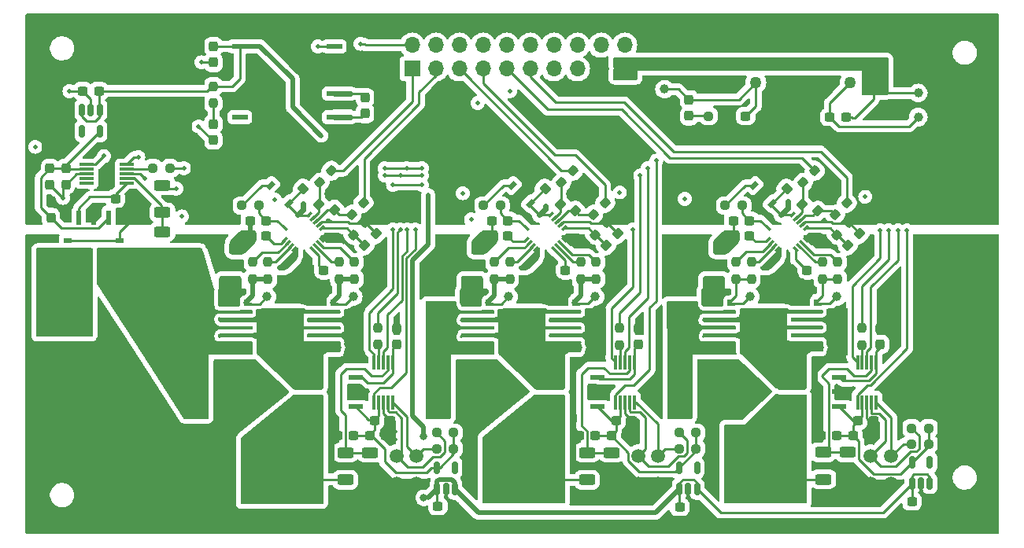
<source format=gbr>
%TF.GenerationSoftware,KiCad,Pcbnew,8.0.1*%
%TF.CreationDate,2024-03-29T13:27:46-04:00*%
%TF.ProjectId,Power_Stage,506f7765-725f-4537-9461-67652e6b6963,rev?*%
%TF.SameCoordinates,Original*%
%TF.FileFunction,Copper,L1,Top*%
%TF.FilePolarity,Positive*%
%FSLAX46Y46*%
G04 Gerber Fmt 4.6, Leading zero omitted, Abs format (unit mm)*
G04 Created by KiCad (PCBNEW 8.0.1) date 2024-03-29 13:27:46*
%MOMM*%
%LPD*%
G01*
G04 APERTURE LIST*
G04 Aperture macros list*
%AMRoundRect*
0 Rectangle with rounded corners*
0 $1 Rounding radius*
0 $2 $3 $4 $5 $6 $7 $8 $9 X,Y pos of 4 corners*
0 Add a 4 corners polygon primitive as box body*
4,1,4,$2,$3,$4,$5,$6,$7,$8,$9,$2,$3,0*
0 Add four circle primitives for the rounded corners*
1,1,$1+$1,$2,$3*
1,1,$1+$1,$4,$5*
1,1,$1+$1,$6,$7*
1,1,$1+$1,$8,$9*
0 Add four rect primitives between the rounded corners*
20,1,$1+$1,$2,$3,$4,$5,0*
20,1,$1+$1,$4,$5,$6,$7,0*
20,1,$1+$1,$6,$7,$8,$9,0*
20,1,$1+$1,$8,$9,$2,$3,0*%
%AMRotRect*
0 Rectangle, with rotation*
0 The origin of the aperture is its center*
0 $1 length*
0 $2 width*
0 $3 Rotation angle, in degrees counterclockwise*
0 Add horizontal line*
21,1,$1,$2,0,0,$3*%
G04 Aperture macros list end*
%TA.AperFunction,SMDPad,CuDef*%
%ADD10RoundRect,0.150000X-0.150000X0.512500X-0.150000X-0.512500X0.150000X-0.512500X0.150000X0.512500X0*%
%TD*%
%TA.AperFunction,SMDPad,CuDef*%
%ADD11RoundRect,0.237500X0.300000X0.237500X-0.300000X0.237500X-0.300000X-0.237500X0.300000X-0.237500X0*%
%TD*%
%TA.AperFunction,SMDPad,CuDef*%
%ADD12RoundRect,0.011200X-0.723800X-0.128800X0.723800X-0.128800X0.723800X0.128800X-0.723800X0.128800X0*%
%TD*%
%TA.AperFunction,SMDPad,CuDef*%
%ADD13R,0.500000X1.600000*%
%TD*%
%TA.AperFunction,SMDPad,CuDef*%
%ADD14R,1.800000X1.700000*%
%TD*%
%TA.AperFunction,SMDPad,CuDef*%
%ADD15R,0.900000X0.600000*%
%TD*%
%TA.AperFunction,SMDPad,CuDef*%
%ADD16RoundRect,0.150000X0.150000X-0.512500X0.150000X0.512500X-0.150000X0.512500X-0.150000X-0.512500X0*%
%TD*%
%TA.AperFunction,SMDPad,CuDef*%
%ADD17RoundRect,0.250000X-0.625000X0.312500X-0.625000X-0.312500X0.625000X-0.312500X0.625000X0.312500X0*%
%TD*%
%TA.AperFunction,SMDPad,CuDef*%
%ADD18RoundRect,0.237500X-0.250000X-0.237500X0.250000X-0.237500X0.250000X0.237500X-0.250000X0.237500X0*%
%TD*%
%TA.AperFunction,SMDPad,CuDef*%
%ADD19RoundRect,0.237500X-0.300000X-0.237500X0.300000X-0.237500X0.300000X0.237500X-0.300000X0.237500X0*%
%TD*%
%TA.AperFunction,SMDPad,CuDef*%
%ADD20RoundRect,0.237500X0.237500X-0.300000X0.237500X0.300000X-0.237500X0.300000X-0.237500X-0.300000X0*%
%TD*%
%TA.AperFunction,SMDPad,CuDef*%
%ADD21RoundRect,0.237500X-0.237500X0.300000X-0.237500X-0.300000X0.237500X-0.300000X0.237500X0.300000X0*%
%TD*%
%TA.AperFunction,SMDPad,CuDef*%
%ADD22RoundRect,0.011200X0.128800X-0.723800X0.128800X0.723800X-0.128800X0.723800X-0.128800X-0.723800X0*%
%TD*%
%TA.AperFunction,SMDPad,CuDef*%
%ADD23C,1.000000*%
%TD*%
%TA.AperFunction,ComponentPad*%
%ADD24C,1.500000*%
%TD*%
%TA.AperFunction,SMDPad,CuDef*%
%ADD25R,0.355600X0.761990*%
%TD*%
%TA.AperFunction,SMDPad,CuDef*%
%ADD26R,0.965200X0.457200*%
%TD*%
%TA.AperFunction,SMDPad,CuDef*%
%ADD27R,0.355600X0.753389*%
%TD*%
%TA.AperFunction,SMDPad,CuDef*%
%ADD28R,2.108200X0.457200*%
%TD*%
%TA.AperFunction,SMDPad,CuDef*%
%ADD29R,0.355600X0.753388*%
%TD*%
%TA.AperFunction,SMDPad,CuDef*%
%ADD30R,3.403600X0.355600*%
%TD*%
%TA.AperFunction,SMDPad,CuDef*%
%ADD31R,0.355600X0.304796*%
%TD*%
%TA.AperFunction,SMDPad,CuDef*%
%ADD32R,0.355600X0.310933*%
%TD*%
%TA.AperFunction,SMDPad,CuDef*%
%ADD33R,3.403600X0.457200*%
%TD*%
%TA.AperFunction,SMDPad,CuDef*%
%ADD34R,0.355598X0.385089*%
%TD*%
%TA.AperFunction,SMDPad,CuDef*%
%ADD35R,0.355590X0.533400*%
%TD*%
%TA.AperFunction,SMDPad,CuDef*%
%ADD36RotRect,0.558800X0.889000X315.000000*%
%TD*%
%TA.AperFunction,ComponentPad*%
%ADD37C,1.905000*%
%TD*%
%TA.AperFunction,SMDPad,CuDef*%
%ADD38RoundRect,0.237500X-0.237500X0.250000X-0.237500X-0.250000X0.237500X-0.250000X0.237500X0.250000X0*%
%TD*%
%TA.AperFunction,SMDPad,CuDef*%
%ADD39RoundRect,0.237500X0.250000X0.237500X-0.250000X0.237500X-0.250000X-0.237500X0.250000X-0.237500X0*%
%TD*%
%TA.AperFunction,SMDPad,CuDef*%
%ADD40RoundRect,0.237500X0.237500X-0.250000X0.237500X0.250000X-0.237500X0.250000X-0.237500X-0.250000X0*%
%TD*%
%TA.AperFunction,SMDPad,CuDef*%
%ADD41RoundRect,0.237500X-0.008839X-0.344715X0.344715X0.008839X0.008839X0.344715X-0.344715X-0.008839X0*%
%TD*%
%TA.AperFunction,SMDPad,CuDef*%
%ADD42RoundRect,0.237500X0.380070X-0.044194X-0.044194X0.380070X-0.380070X0.044194X0.044194X-0.380070X0*%
%TD*%
%TA.AperFunction,ComponentPad*%
%ADD43R,1.270000X1.270000*%
%TD*%
%TA.AperFunction,ComponentPad*%
%ADD44C,1.270000*%
%TD*%
%TA.AperFunction,SMDPad,CuDef*%
%ADD45RoundRect,0.237500X-0.044194X-0.380070X0.380070X0.044194X0.044194X0.380070X-0.380070X-0.044194X0*%
%TD*%
%TA.AperFunction,SMDPad,CuDef*%
%ADD46RoundRect,0.237500X0.044194X0.380070X-0.380070X-0.044194X-0.044194X-0.380070X0.380070X0.044194X0*%
%TD*%
%TA.AperFunction,SMDPad,CuDef*%
%ADD47R,1.600000X0.500000*%
%TD*%
%TA.AperFunction,SMDPad,CuDef*%
%ADD48R,0.600000X0.900000*%
%TD*%
%TA.AperFunction,SMDPad,CuDef*%
%ADD49R,1.700000X1.800000*%
%TD*%
%TA.AperFunction,SMDPad,CuDef*%
%ADD50R,1.651000X0.508000*%
%TD*%
%TA.AperFunction,SMDPad,CuDef*%
%ADD51R,2.260600X5.511800*%
%TD*%
%TA.AperFunction,SMDPad,CuDef*%
%ADD52RotRect,0.254000X0.711200X135.000000*%
%TD*%
%TA.AperFunction,SMDPad,CuDef*%
%ADD53RotRect,0.254000X0.711200X45.000000*%
%TD*%
%TA.AperFunction,ComponentPad*%
%ADD54C,2.006600*%
%TD*%
%TA.AperFunction,SMDPad,CuDef*%
%ADD55RoundRect,0.250000X0.625000X-0.312500X0.625000X0.312500X-0.625000X0.312500X-0.625000X-0.312500X0*%
%TD*%
%TA.AperFunction,SMDPad,CuDef*%
%ADD56RoundRect,0.237500X0.237500X-0.287500X0.237500X0.287500X-0.237500X0.287500X-0.237500X-0.287500X0*%
%TD*%
%TA.AperFunction,SMDPad,CuDef*%
%ADD57RoundRect,0.237500X0.008839X0.344715X-0.344715X-0.008839X-0.008839X-0.344715X0.344715X0.008839X0*%
%TD*%
%TA.AperFunction,ComponentPad*%
%ADD58R,1.700000X1.700000*%
%TD*%
%TA.AperFunction,ComponentPad*%
%ADD59O,1.700000X1.700000*%
%TD*%
%TA.AperFunction,ViaPad*%
%ADD60C,0.500000*%
%TD*%
%TA.AperFunction,ViaPad*%
%ADD61C,0.800000*%
%TD*%
%TA.AperFunction,Conductor*%
%ADD62C,0.250000*%
%TD*%
%TA.AperFunction,Conductor*%
%ADD63C,0.600000*%
%TD*%
%TA.AperFunction,Conductor*%
%ADD64C,0.500000*%
%TD*%
G04 APERTURE END LIST*
D10*
%TO.P,U17,1,VI*%
%TO.N,+5V*%
X94950000Y-111662500D03*
%TO.P,U17,2,GND*%
%TO.N,GNDPWR*%
X94000000Y-111662500D03*
%TO.P,U17,3,EN*%
%TO.N,+5V*%
X93050000Y-111662500D03*
%TO.P,U17,4,NC*%
%TO.N,unconnected-(U17-NC-Pad4)*%
X93050000Y-113937500D03*
%TO.P,U17,5,VO*%
%TO.N,/5VrefDC*%
X94950000Y-113937500D03*
%TD*%
D11*
%TO.P,C48,1*%
%TO.N,+5V*%
X94862500Y-109600000D03*
%TO.P,C48,2*%
%TO.N,GNDPWR*%
X93137500Y-109600000D03*
%TD*%
D12*
%TO.P,U15,1,~{CS}*%
%TO.N,/DC~{CS}*%
X93550000Y-117500000D03*
%TO.P,U15,2,VA*%
%TO.N,/5VrefDC*%
X93550000Y-118000000D03*
%TO.P,U15,3,GND*%
%TO.N,GNDPWR*%
X93550000Y-118500000D03*
%TO.P,U15,4,IN4*%
%TO.N,unconnected-(U15-IN4-Pad4)*%
X93550000Y-119000000D03*
%TO.P,U15,5,IN3*%
%TO.N,unconnected-(U15-IN3-Pad5)*%
X93550000Y-119500000D03*
%TO.P,U15,6,IN2*%
%TO.N,/DCI_{sense}*%
X97850000Y-119500000D03*
%TO.P,U15,7,IN1*%
%TO.N,/DCV_{sense}*%
X97850000Y-119000000D03*
%TO.P,U15,8,DIN*%
%TO.N,/MISO*%
X97850000Y-118500000D03*
%TO.P,U15,9,DOUT*%
%TO.N,Net-(U15-DOUT)*%
X97850000Y-118000000D03*
%TO.P,U15,10,SCLK*%
%TO.N,/CLK*%
X97850000Y-117500000D03*
%TD*%
D13*
%TO.P,U16,2,GND*%
%TO.N,GND*%
X94300000Y-123240788D03*
%TO.P,U16,1,VCC*%
%TO.N,/5VrefDC*%
X95900000Y-123240788D03*
%TO.P,U16,3,VIOUT*%
%TO.N,/DCI_{sense}*%
X92700000Y-123240788D03*
D14*
%TO.P,U16,6,IP-*%
%TO.N,VDC*%
X95800000Y-128090788D03*
%TO.P,U16,5,IP+*%
%TO.N,VDCin*%
X92800000Y-128090788D03*
D15*
%TO.P,U16,7,NC__1*%
%TO.N,GND*%
X97100000Y-125740788D03*
%TO.P,U16,4,NC*%
X91500000Y-125740788D03*
%TD*%
D16*
%TO.P,U14,1,VI*%
%TO.N,+5V*%
X182350000Y-151837500D03*
%TO.P,U14,2,GND*%
%TO.N,GNDPWR*%
X183300000Y-151837500D03*
%TO.P,U14,3,EN*%
%TO.N,+5V*%
X184250000Y-151837500D03*
%TO.P,U14,4,NC*%
%TO.N,unconnected-(U14-NC-Pad4)*%
X184250000Y-149562500D03*
%TO.P,U14,5,VO*%
%TO.N,/5VrefC*%
X182350000Y-149562500D03*
%TD*%
%TO.P,U13,1,VI*%
%TO.N,+5V*%
X157300000Y-152437500D03*
%TO.P,U13,2,GND*%
%TO.N,GNDPWR*%
X158250000Y-152437500D03*
%TO.P,U13,3,EN*%
%TO.N,+5V*%
X159200000Y-152437500D03*
%TO.P,U13,4,NC*%
%TO.N,unconnected-(U13-NC-Pad4)*%
X159200000Y-150162500D03*
%TO.P,U13,5,VO*%
%TO.N,/5VrefB*%
X157300000Y-150162500D03*
%TD*%
D17*
%TO.P,R31,1*%
%TO.N,GNDPWR*%
X101700000Y-119737500D03*
%TO.P,R31,2*%
%TO.N,/DCV_{sense}*%
X101700000Y-122662500D03*
%TD*%
%TO.P,R17,1*%
%TO.N,/DCV_{sense}*%
X101700000Y-124737500D03*
%TO.P,R17,2*%
%TO.N,VDC*%
X101700000Y-127662500D03*
%TD*%
D18*
%TO.P,R3,1*%
%TO.N,Net-(U15-DOUT)*%
X100687500Y-117900000D03*
%TO.P,R3,2*%
%TO.N,/MOSI*%
X102512500Y-117900000D03*
%TD*%
D19*
%TO.P,C47,1*%
%TO.N,/DCI_{sense}*%
X96637500Y-121200000D03*
%TO.P,C47,2*%
%TO.N,GND*%
X98362500Y-121200000D03*
%TD*%
D20*
%TO.P,C46,1*%
%TO.N,/5VrefDC*%
X89700000Y-123225000D03*
%TO.P,C46,2*%
%TO.N,GND*%
X89700000Y-121500000D03*
%TD*%
D21*
%TO.P,C45,1*%
%TO.N,/5VrefDC*%
X89600000Y-117937500D03*
%TO.P,C45,2*%
%TO.N,GNDPWR*%
X89600000Y-119662500D03*
%TD*%
%TO.P,C34,1*%
%TO.N,/5VrefDC*%
X91300000Y-117937500D03*
%TO.P,C34,2*%
%TO.N,GNDPWR*%
X91300000Y-119662500D03*
%TD*%
D19*
%TO.P,C22,1*%
%TO.N,+5V*%
X182337500Y-153800000D03*
%TO.P,C22,2*%
%TO.N,GNDPWR*%
X184062500Y-153800000D03*
%TD*%
%TO.P,C10,1*%
%TO.N,+5V*%
X157337500Y-154400000D03*
%TO.P,C10,2*%
%TO.N,GNDPWR*%
X159062500Y-154400000D03*
%TD*%
D22*
%TO.P,U12,1,~{CS}*%
%TO.N,/C~{CS}*%
X176474999Y-143115000D03*
%TO.P,U12,2,VA*%
%TO.N,/5VrefC*%
X176974999Y-143115000D03*
%TO.P,U12,3,GND*%
%TO.N,GNDPWR*%
X177474999Y-143115000D03*
%TO.P,U12,4,IN4*%
%TO.N,/Phase3/LS_{Tsense}*%
X177974999Y-143115000D03*
%TO.P,U12,5,IN3*%
%TO.N,/Phase3/HS_{Tsense}*%
X178474999Y-143115000D03*
%TO.P,U12,6,IN2*%
%TO.N,/Phase3/I_{sense}*%
X178474999Y-138815000D03*
%TO.P,U12,7,IN1*%
%TO.N,/Phase3/V_{sense}*%
X177974999Y-138815000D03*
%TO.P,U12,8,DIN*%
%TO.N,/MOSI*%
X177474999Y-138815000D03*
%TO.P,U12,9,DOUT*%
%TO.N,Net-(U12-DOUT)*%
X176974999Y-138815000D03*
%TO.P,U12,10,SCLK*%
%TO.N,/CLK*%
X176474999Y-138815000D03*
%TD*%
D19*
%TO.P,C32,1*%
%TO.N,/5VrefB*%
X149987500Y-146700000D03*
%TO.P,C32,2*%
%TO.N,GNDPWR*%
X151712500Y-146700000D03*
%TD*%
D23*
%TO.P,TP2,1*%
%TO.N,/GND_LV*%
X183000000Y-112400000D03*
%TD*%
D24*
%TO.P,T1,1*%
%TO.N,/Phase1/HS_{Tsense}*%
X129000000Y-148900000D03*
%TO.P,T1,2*%
%TO.N,GNDPWR*%
X129000000Y-151900000D03*
%TD*%
D25*
%TO.P,Q1,1,1*%
%TO.N,/Phase1/HS_{Gate}*%
X110653596Y-132382217D03*
D26*
X110893196Y-132534612D03*
D27*
%TO.P,Q1,2,2*%
%TO.N,/Phase1/SW*%
X108699996Y-132377917D03*
D28*
X109026296Y-132534612D03*
D29*
X109349996Y-132377917D03*
X109904396Y-132377917D03*
D30*
%TO.P,Q1,3,3*%
%TO.N,VDC*%
X109673996Y-133384612D03*
%TO.P,Q1,4,4*%
%TO.N,/Phase1/SW*%
X109673996Y-134234611D03*
%TO.P,Q1,5,5*%
%TO.N,VDC*%
X109673996Y-135084611D03*
%TO.P,Q1,6,6*%
%TO.N,/Phase1/SW*%
X109673996Y-135934612D03*
D31*
%TO.P,Q1,7,7*%
%TO.N,VDC*%
X108699984Y-137165598D03*
D32*
X109349984Y-137162533D03*
D33*
X109673996Y-136784612D03*
D34*
X109999995Y-137125455D03*
D35*
X110650002Y-137051300D03*
%TD*%
D11*
%TO.P,C17,1*%
%TO.N,/Phase1/V_{BST}*%
X112862502Y-123551300D03*
%TO.P,C17,2*%
%TO.N,/Phase1/SW*%
X111137502Y-123551300D03*
%TD*%
D36*
%TO.P,D3,1,K*%
%TO.N,Net-(D3-K)*%
X113330134Y-119756432D03*
%TO.P,D3,2,A*%
%TO.N,+12V*%
X115269870Y-121696168D03*
%TD*%
D20*
%TO.P,C37,1*%
%TO.N,/Phase3/I_{sense}*%
X178924998Y-136876300D03*
%TO.P,C37,2*%
%TO.N,GNDPWR*%
X178924998Y-135151300D03*
%TD*%
D37*
%TO.P,J1,1,1*%
%TO.N,VDCin*%
X92698201Y-134100000D03*
%TO.P,J1,2,2*%
%TO.N,GNDPWR*%
X92698201Y-139100000D03*
%TD*%
D38*
%TO.P,R14,1*%
%TO.N,/Phase1/LS_{SRC}*%
X120715614Y-128013800D03*
%TO.P,R14,2*%
%TO.N,/Phase1/LS_{Gate}*%
X120715614Y-129838800D03*
%TD*%
D39*
%TO.P,R21,1*%
%TO.N,/5VrefB*%
X159112500Y-148100000D03*
%TO.P,R21,2*%
%TO.N,/Phase2/HS_{Tsense}*%
X157287500Y-148100000D03*
%TD*%
D40*
%TO.P,R30,1*%
%TO.N,Net-(U9-DOUT)*%
X150900000Y-136926300D03*
%TO.P,R30,2*%
%TO.N,/MISO*%
X150900000Y-135101300D03*
%TD*%
D39*
%TO.P,R35,1*%
%TO.N,/5VrefC*%
X184112500Y-147600000D03*
%TO.P,R35,2*%
%TO.N,/Phase3/HS_{Tsense}*%
X182287500Y-147600000D03*
%TD*%
D18*
%TO.P,R8,1*%
%TO.N,Net-(D3-K)*%
X110237502Y-121926300D03*
%TO.P,R8,2*%
%TO.N,/Phase1/V_{BST}*%
X112062502Y-121926300D03*
%TD*%
D36*
%TO.P,D5,1,K*%
%TO.N,Net-(D5-K)*%
X165330131Y-119756432D03*
%TO.P,D5,2,A*%
%TO.N,+12V*%
X167269867Y-121696168D03*
%TD*%
D39*
%TO.P,R39,1*%
%TO.N,/5VrefC*%
X184112500Y-145900000D03*
%TO.P,R39,2*%
%TO.N,/Phase3/LS_{Tsense}*%
X182287500Y-145900000D03*
%TD*%
D11*
%TO.P,C39,1*%
%TO.N,/Phase3/VDDH*%
X164862499Y-125176623D03*
%TO.P,C39,2*%
%TO.N,/Phase3/SW*%
X163137499Y-125176623D03*
%TD*%
D41*
%TO.P,R32,1*%
%TO.N,/Phase3/HIN*%
X170585830Y-119467372D03*
%TO.P,R32,2*%
%TO.N,/CHS_{PWM}*%
X171876300Y-118176902D03*
%TD*%
D42*
%TO.P,C30,1*%
%TO.N,+12V*%
X142859880Y-120136180D03*
%TO.P,C30,2*%
%TO.N,GND*%
X141640120Y-118916420D03*
%TD*%
D39*
%TO.P,R1,1*%
%TO.N,GND*%
X162257501Y-112300000D03*
%TO.P,R1,2*%
%TO.N,Net-(D1-K)*%
X160432501Y-112300000D03*
%TD*%
D25*
%TO.P,Q6,1,1*%
%TO.N,/Phase3/LS_{Gate}*%
X171953611Y-132382217D03*
D26*
X172193211Y-132534612D03*
D27*
%TO.P,Q6,2,2*%
%TO.N,GNDPWR*%
X170000011Y-132377917D03*
D28*
X170326311Y-132534612D03*
D29*
X170650011Y-132377917D03*
X171204411Y-132377917D03*
D30*
%TO.P,Q6,3,3*%
%TO.N,/Phase3/SW*%
X170974011Y-133384612D03*
%TO.P,Q6,4,4*%
%TO.N,GNDPWR*%
X170974011Y-134234611D03*
%TO.P,Q6,5,5*%
%TO.N,/Phase3/SW*%
X170974011Y-135084611D03*
%TO.P,Q6,6,6*%
%TO.N,GNDPWR*%
X170974011Y-135934612D03*
D31*
%TO.P,Q6,7,7*%
%TO.N,/Phase3/SW*%
X169999999Y-137165598D03*
D32*
X170649999Y-137162533D03*
D33*
X170974011Y-136784612D03*
D34*
X171300010Y-137125455D03*
D35*
X171950017Y-137051300D03*
%TD*%
D11*
%TO.P,C21,1*%
%TO.N,/5VrefB*%
X148237500Y-146700001D03*
%TO.P,C21,2*%
%TO.N,GNDPWR*%
X146512500Y-146700001D03*
%TD*%
D38*
%TO.P,R40,1*%
%TO.N,/Phase3/HS_{SRC}*%
X163415593Y-128013801D03*
%TO.P,R40,2*%
%TO.N,/Phase3/HS_{Gate}*%
X163415593Y-129838801D03*
%TD*%
D23*
%TO.P,TP6,1*%
%TO.N,/Phase1/LS_{Gate}*%
X122225002Y-131738212D03*
%TD*%
D40*
%TO.P,R16,1*%
%TO.N,Net-(U6-DOUT)*%
X124900000Y-136912500D03*
%TO.P,R16,2*%
%TO.N,/MISO*%
X124900000Y-135087500D03*
%TD*%
D43*
%TO.P,U1,1,+VIN(VCC)*%
%TO.N,+12V_LV*%
X178220000Y-108700000D03*
D44*
%TO.P,U1,2,-VIN(GND)*%
%TO.N,/GND_LV*%
X175680000Y-108700000D03*
%TO.P,U1,4,-VOUT*%
%TO.N,GND*%
X170600000Y-108700000D03*
%TO.P,U1,6,+VOUT*%
%TO.N,+12V*%
X165520000Y-108700000D03*
%TD*%
D23*
%TO.P,TP4,1*%
%TO.N,GND*%
X155700000Y-112000000D03*
%TD*%
D17*
%TO.P,R9,1*%
%TO.N,/Phase1/V_{sense}*%
X121375002Y-148537500D03*
%TO.P,R9,2*%
%TO.N,/PHA*%
X121375002Y-151462500D03*
%TD*%
D45*
%TO.P,C35,1*%
%TO.N,/Phase3/HIN*%
X170515119Y-121836180D03*
%TO.P,C35,2*%
%TO.N,GND*%
X171734879Y-120616420D03*
%TD*%
%TO.P,C23,1*%
%TO.N,/Phase2/HIN*%
X144515120Y-121836180D03*
%TO.P,C23,2*%
%TO.N,GND*%
X145734880Y-120616420D03*
%TD*%
D46*
%TO.P,C14,1*%
%TO.N,GND*%
X124654165Y-124970233D03*
%TO.P,C14,2*%
%TO.N,/Phase1/DT*%
X123434405Y-126189993D03*
%TD*%
D11*
%TO.P,C29,1*%
%TO.N,/Phase2/V_{BST}*%
X138862500Y-123551300D03*
%TO.P,C29,2*%
%TO.N,/Phase2/SW*%
X137137500Y-123551300D03*
%TD*%
D45*
%TO.P,C36,1*%
%TO.N,/Phase3/LIN*%
X172190120Y-122509880D03*
%TO.P,C36,2*%
%TO.N,GND*%
X173409880Y-121290120D03*
%TD*%
D38*
%TO.P,R27,1*%
%TO.N,/Phase2/HS_{SNK}*%
X139050594Y-128013800D03*
%TO.P,R27,2*%
%TO.N,/Phase2/HS_{Gate}*%
X139050594Y-129838800D03*
%TD*%
D23*
%TO.P,TP1,1*%
%TO.N,+12V_LV*%
X183000000Y-109800000D03*
%TD*%
D19*
%TO.P,C19,1*%
%TO.N,/5VrefA*%
X124512502Y-145100000D03*
%TO.P,C19,2*%
%TO.N,GNDPWR*%
X126237502Y-145100000D03*
%TD*%
D47*
%TO.P,U7,1,VCC*%
%TO.N,/5VrefB*%
X148500000Y-143600000D03*
%TO.P,U7,2,GND*%
%TO.N,GNDPWR*%
X148500000Y-142000000D03*
%TO.P,U7,3,VIOUT*%
%TO.N,/Phase2/I_{sense}*%
X148500000Y-140400000D03*
D48*
%TO.P,U7,4,NC*%
%TO.N,GNDPWR*%
X146000000Y-139200000D03*
D49*
%TO.P,U7,5,IP+*%
%TO.N,/Phase2/SW*%
X143650000Y-140500000D03*
%TO.P,U7,6,IP-*%
%TO.N,/PHB*%
X143650000Y-143500000D03*
D48*
%TO.P,U7,7,NC__1*%
%TO.N,GNDPWR*%
X146000000Y-144800000D03*
%TD*%
D24*
%TO.P,T4,1*%
%TO.N,/Phase2/LS_{Tsense}*%
X152900000Y-148900000D03*
%TO.P,T4,2*%
%TO.N,GNDPWR*%
X152900000Y-151900000D03*
%TD*%
D47*
%TO.P,U4,1,VCC*%
%TO.N,/5VrefA*%
X122500002Y-143600000D03*
%TO.P,U4,2,GND*%
%TO.N,GNDPWR*%
X122500002Y-142000000D03*
%TO.P,U4,3,VIOUT*%
%TO.N,/Phase1/I_{sense}*%
X122500002Y-140400000D03*
D48*
%TO.P,U4,4,NC*%
%TO.N,GNDPWR*%
X120000002Y-139200000D03*
D49*
%TO.P,U4,5,IP+*%
%TO.N,/Phase1/SW*%
X117650002Y-140500000D03*
%TO.P,U4,6,IP-*%
%TO.N,/PHA*%
X117650002Y-143500000D03*
D48*
%TO.P,U4,7,NC__1*%
%TO.N,GNDPWR*%
X120000002Y-144800000D03*
%TD*%
D50*
%TO.P,U2,1,Vin-*%
%TO.N,/GND_LV*%
X120180000Y-112410000D03*
%TO.P,U2,2,Vin+*%
%TO.N,+12V_LV*%
X120180000Y-109870000D03*
%TO.P,U2,4,Vout-*%
%TO.N,GNDPWR*%
X120180000Y-104790000D03*
%TO.P,U2,5,Vout+*%
%TO.N,+5V*%
X110020000Y-104790000D03*
%TO.P,U2,8,NC*%
%TO.N,unconnected-(U2-NC-Pad8)*%
X110020000Y-112410000D03*
%TD*%
D45*
%TO.P,C12,1*%
%TO.N,/Phase1/LIN*%
X120190120Y-122409880D03*
%TO.P,C12,2*%
%TO.N,GND*%
X121409880Y-121190120D03*
%TD*%
D51*
%TO.P,C1,2*%
%TO.N,GNDPWR*%
X136206700Y-142000000D03*
%TO.P,C1,1*%
%TO.N,VDC*%
X131253700Y-142000000D03*
%TD*%
D39*
%TO.P,R7,1*%
%TO.N,/5VrefA*%
X133012500Y-148100000D03*
%TO.P,R7,2*%
%TO.N,/Phase1/HS_{Tsense}*%
X131187500Y-148100000D03*
%TD*%
D25*
%TO.P,Q4,1,1*%
%TO.N,/Phase2/LS_{Gate}*%
X145953612Y-132382217D03*
D26*
X146193212Y-132534612D03*
D27*
%TO.P,Q4,2,2*%
%TO.N,GNDPWR*%
X144000012Y-132377917D03*
D28*
X144326312Y-132534612D03*
D29*
X144650012Y-132377917D03*
X145204412Y-132377917D03*
D30*
%TO.P,Q4,3,3*%
%TO.N,/Phase2/SW*%
X144974012Y-133384612D03*
%TO.P,Q4,4,4*%
%TO.N,GNDPWR*%
X144974012Y-134234611D03*
%TO.P,Q4,5,5*%
%TO.N,/Phase2/SW*%
X144974012Y-135084611D03*
%TO.P,Q4,6,6*%
%TO.N,GNDPWR*%
X144974012Y-135934612D03*
D31*
%TO.P,Q4,7,7*%
%TO.N,/Phase2/SW*%
X144000000Y-137165598D03*
D32*
X144650000Y-137162533D03*
D33*
X144974012Y-136784612D03*
D34*
X145300011Y-137125455D03*
D35*
X145950018Y-137051300D03*
%TD*%
D45*
%TO.P,C24,1*%
%TO.N,/Phase2/LIN*%
X146090120Y-122509880D03*
%TO.P,C24,2*%
%TO.N,GND*%
X147309880Y-121290120D03*
%TD*%
D41*
%TO.P,R33,1*%
%TO.N,/Phase3/LIN*%
X174032975Y-122914518D03*
%TO.P,R33,2*%
%TO.N,/CLS_{PWM}*%
X175323445Y-121624048D03*
%TD*%
D47*
%TO.P,U10,1,VCC*%
%TO.N,/5VrefC*%
X174499999Y-143600000D03*
%TO.P,U10,2,GND*%
%TO.N,GNDPWR*%
X174499999Y-142000000D03*
%TO.P,U10,3,VIOUT*%
%TO.N,/Phase3/I_{sense}*%
X174499999Y-140400000D03*
D48*
%TO.P,U10,4,NC*%
%TO.N,GNDPWR*%
X171999999Y-139200000D03*
D49*
%TO.P,U10,5,IP+*%
%TO.N,/Phase3/SW*%
X169649999Y-140500000D03*
%TO.P,U10,6,IP-*%
%TO.N,/PHC*%
X169649999Y-143500000D03*
D48*
%TO.P,U10,7,NC__1*%
%TO.N,GNDPWR*%
X171999999Y-144800000D03*
%TD*%
D23*
%TO.P,TP10,1*%
%TO.N,/Phase3/LS_{Gate}*%
X174224998Y-131738212D03*
%TD*%
D40*
%TO.P,R2,1*%
%TO.N,Net-(D2-A)*%
X107180000Y-110920000D03*
%TO.P,R2,2*%
%TO.N,+5V*%
X107180000Y-109095000D03*
%TD*%
D52*
%TO.P,U11,1,VDDH*%
%TO.N,/Phase3/VDDH*%
X166839071Y-125590373D03*
%TO.P,U11,2,HOSRC*%
%TO.N,/Phase3/HS_{SRC}*%
X167192714Y-125944015D03*
%TO.P,U11,3,HOSNK*%
%TO.N,/Phase3/HS_{SNK}*%
X167546356Y-126297658D03*
%TO.P,U11,4,SW*%
%TO.N,/Phase3/SW*%
X167899999Y-126651300D03*
D53*
%TO.P,U11,5,VDDL*%
%TO.N,/Phase3/VDDL*%
X169832909Y-126651300D03*
%TO.P,U11,6,LOSRC*%
%TO.N,/Phase3/LS_{SRC}*%
X170186552Y-126297658D03*
%TO.P,U11,7,LSONK*%
%TO.N,/Phase3/LS_{SNK}*%
X170540194Y-125944015D03*
%TO.P,U11,8,PGND*%
%TO.N,GNDPWR*%
X170893837Y-125590373D03*
D52*
%TO.P,U11,9,DT*%
%TO.N,/Phase3/DT*%
X170893837Y-124364747D03*
%TO.P,U11,10,SGND*%
%TO.N,GND*%
X170540194Y-124011105D03*
%TO.P,U11,11,LIN*%
%TO.N,/Phase3/LIN*%
X170186552Y-123657462D03*
%TO.P,U11,12,HIN*%
%TO.N,/Phase3/HIN*%
X169832909Y-123303820D03*
%TO.P,U11,13,EN*%
%TO.N,+12V*%
X169479267Y-122950177D03*
D53*
%TO.P,U11,14,VDD*%
X168253641Y-122950177D03*
%TO.P,U11,15,VBST*%
%TO.N,/Phase3/V_{BST}*%
X166839071Y-124364747D03*
%TD*%
D25*
%TO.P,Q2,1,1*%
%TO.N,/Phase1/LS_{Gate}*%
X119953614Y-132382217D03*
D26*
X120193214Y-132534612D03*
D27*
%TO.P,Q2,2,2*%
%TO.N,GNDPWR*%
X118000014Y-132377917D03*
D28*
X118326314Y-132534612D03*
D29*
X118650014Y-132377917D03*
X119204414Y-132377917D03*
D30*
%TO.P,Q2,3,3*%
%TO.N,/Phase1/SW*%
X118974014Y-133384612D03*
%TO.P,Q2,4,4*%
%TO.N,GNDPWR*%
X118974014Y-134234611D03*
%TO.P,Q2,5,5*%
%TO.N,/Phase1/SW*%
X118974014Y-135084611D03*
%TO.P,Q2,6,6*%
%TO.N,GNDPWR*%
X118974014Y-135934612D03*
D31*
%TO.P,Q2,7,7*%
%TO.N,/Phase1/SW*%
X118000002Y-137165598D03*
D32*
X118650002Y-137162533D03*
D33*
X118974014Y-136784612D03*
D34*
X119300013Y-137125455D03*
D35*
X119950020Y-137051300D03*
%TD*%
D38*
%TO.P,R43,1*%
%TO.N,/Phase3/LS_{SNK}*%
X174350610Y-128013800D03*
%TO.P,R43,2*%
%TO.N,/Phase3/LS_{Gate}*%
X174350610Y-129838800D03*
%TD*%
D20*
%TO.P,C13,1*%
%TO.N,/Phase1/I_{sense}*%
X126925002Y-136876300D03*
%TO.P,C13,2*%
%TO.N,GNDPWR*%
X126925002Y-135151300D03*
%TD*%
D42*
%TO.P,C18,1*%
%TO.N,+12V*%
X116859882Y-120136180D03*
%TO.P,C18,2*%
%TO.N,GND*%
X115640122Y-118916420D03*
%TD*%
D19*
%TO.P,C31,1*%
%TO.N,/5VrefB*%
X150512500Y-145090650D03*
%TO.P,C31,2*%
%TO.N,GNDPWR*%
X152237500Y-145090650D03*
%TD*%
D11*
%TO.P,C15,1*%
%TO.N,/Phase1/VDDH*%
X112862502Y-125176623D03*
%TO.P,C15,2*%
%TO.N,/Phase1/SW*%
X111137502Y-125176623D03*
%TD*%
D54*
%TO.P,J4,1,Pin_1*%
%TO.N,/PHB*%
X137784003Y-152511300D03*
%TO.P,J4,2,Pin_1*%
X142864003Y-152511300D03*
%TO.P,J4,3,Pin_1*%
X137784003Y-149971300D03*
%TO.P,J4,4,Pin_1*%
X142864003Y-149971300D03*
%TO.P,J4,5,Pin_1*%
X137784003Y-147431300D03*
%TO.P,J4,6,Pin_1*%
X142864003Y-147431300D03*
%TD*%
D11*
%TO.P,C4,1*%
%TO.N,+12V_LV*%
X175207501Y-112400000D03*
%TO.P,C4,2*%
%TO.N,/GND_LV*%
X173482501Y-112400000D03*
%TD*%
D23*
%TO.P,TP9,1*%
%TO.N,/Phase3/HS_{Gate}*%
X164924999Y-131738212D03*
%TD*%
D18*
%TO.P,R36,1*%
%TO.N,Net-(D5-K)*%
X162237499Y-121926300D03*
%TO.P,R36,2*%
%TO.N,/Phase3/V_{BST}*%
X164062499Y-121926300D03*
%TD*%
D21*
%TO.P,C6,1*%
%TO.N,+12V_LV*%
X123500000Y-110300000D03*
%TO.P,C6,2*%
%TO.N,/GND_LV*%
X123500000Y-112025000D03*
%TD*%
D39*
%TO.P,R25,1*%
%TO.N,/5VrefB*%
X159112500Y-146400000D03*
%TO.P,R25,2*%
%TO.N,/Phase2/LS_{Tsense}*%
X157287500Y-146400000D03*
%TD*%
D55*
%TO.P,R10,1*%
%TO.N,GNDPWR*%
X124000000Y-151462500D03*
%TO.P,R10,2*%
%TO.N,/Phase1/V_{sense}*%
X124000000Y-148537500D03*
%TD*%
D17*
%TO.P,R23,1*%
%TO.N,/Phase2/V_{sense}*%
X147375000Y-148537500D03*
%TO.P,R23,2*%
%TO.N,/PHB*%
X147375000Y-151462500D03*
%TD*%
D41*
%TO.P,R5,1*%
%TO.N,/Phase1/LIN*%
X122032979Y-122914518D03*
%TO.P,R5,2*%
%TO.N,/ALS_{PWM}*%
X123323449Y-121624048D03*
%TD*%
D23*
%TO.P,TP8,1*%
%TO.N,/Phase2/LS_{Gate}*%
X148224999Y-131738212D03*
%TD*%
D19*
%TO.P,C28,1*%
%TO.N,GNDPWR*%
X143287500Y-128926300D03*
%TO.P,C28,2*%
%TO.N,/Phase2/VDDL*%
X145012500Y-128926300D03*
%TD*%
D11*
%TO.P,C41,1*%
%TO.N,/Phase3/V_{BST}*%
X164862499Y-123551300D03*
%TO.P,C41,2*%
%TO.N,/Phase3/SW*%
X163137499Y-123551300D03*
%TD*%
D19*
%TO.P,C20,1*%
%TO.N,/5VrefA*%
X123987502Y-146700000D03*
%TO.P,C20,2*%
%TO.N,GNDPWR*%
X125712502Y-146700000D03*
%TD*%
D46*
%TO.P,C26,1*%
%TO.N,GND*%
X150654162Y-124970233D03*
%TO.P,C26,2*%
%TO.N,/Phase2/DT*%
X149434402Y-126189993D03*
%TD*%
D22*
%TO.P,U6,1,~{CS}*%
%TO.N,/A~{CS}*%
X124475002Y-143115000D03*
%TO.P,U6,2,VA*%
%TO.N,/5VrefA*%
X124975002Y-143115000D03*
%TO.P,U6,3,GND*%
%TO.N,GNDPWR*%
X125475002Y-143115000D03*
%TO.P,U6,4,IN4*%
%TO.N,/Phase1/LS_{Tsense}*%
X125975002Y-143115000D03*
%TO.P,U6,5,IN3*%
%TO.N,/Phase1/HS_{Tsense}*%
X126475002Y-143115000D03*
%TO.P,U6,6,IN2*%
%TO.N,/Phase1/I_{sense}*%
X126475002Y-138815000D03*
%TO.P,U6,7,IN1*%
%TO.N,/Phase1/V_{sense}*%
X125975002Y-138815000D03*
%TO.P,U6,8,DIN*%
%TO.N,/MOSI*%
X125475002Y-138815000D03*
%TO.P,U6,9,DOUT*%
%TO.N,Net-(U6-DOUT)*%
X124975002Y-138815000D03*
%TO.P,U6,10,SCLK*%
%TO.N,/CLK*%
X124475002Y-138815000D03*
%TD*%
D56*
%TO.P,D1,1,K*%
%TO.N,Net-(D1-K)*%
X158345001Y-112275000D03*
%TO.P,D1,2,A*%
%TO.N,+12V*%
X158345001Y-110525000D03*
%TD*%
D24*
%TO.P,T3,1*%
%TO.N,/Phase2/HS_{Tsense}*%
X155000000Y-148900000D03*
%TO.P,T3,2*%
%TO.N,GNDPWR*%
X155000000Y-151900000D03*
%TD*%
D55*
%TO.P,R24,1*%
%TO.N,GNDPWR*%
X150000000Y-151462500D03*
%TO.P,R24,2*%
%TO.N,/Phase2/V_{sense}*%
X150000000Y-148537500D03*
%TD*%
D41*
%TO.P,R4,1*%
%TO.N,/Phase1/HIN*%
X118585833Y-119467372D03*
%TO.P,R4,2*%
%TO.N,/AHS_{PWM}*%
X119876303Y-118176902D03*
%TD*%
D19*
%TO.P,C44,1*%
%TO.N,/5VrefC*%
X175987499Y-146700000D03*
%TO.P,C44,2*%
%TO.N,GNDPWR*%
X177712499Y-146700000D03*
%TD*%
D20*
%TO.P,C25,1*%
%TO.N,/Phase2/I_{sense}*%
X152924999Y-136876300D03*
%TO.P,C25,2*%
%TO.N,GNDPWR*%
X152924999Y-135151300D03*
%TD*%
D57*
%TO.P,R20,1*%
%TO.N,GND*%
X149540469Y-123785830D03*
%TO.P,R20,2*%
%TO.N,/Phase2/DT*%
X148249999Y-125076300D03*
%TD*%
D25*
%TO.P,Q5,1,1*%
%TO.N,/Phase3/HS_{Gate}*%
X162653593Y-132382218D03*
D26*
X162893193Y-132534613D03*
D27*
%TO.P,Q5,2,2*%
%TO.N,/Phase3/SW*%
X160699993Y-132377918D03*
D28*
X161026293Y-132534613D03*
D29*
X161349993Y-132377918D03*
X161904393Y-132377918D03*
D30*
%TO.P,Q5,3,3*%
%TO.N,VDC*%
X161673993Y-133384613D03*
%TO.P,Q5,4,4*%
%TO.N,/Phase3/SW*%
X161673993Y-134234612D03*
%TO.P,Q5,5,5*%
%TO.N,VDC*%
X161673993Y-135084612D03*
%TO.P,Q5,6,6*%
%TO.N,/Phase3/SW*%
X161673993Y-135934613D03*
D31*
%TO.P,Q5,7,7*%
%TO.N,VDC*%
X160699981Y-137165599D03*
D32*
X161349981Y-137162534D03*
D33*
X161673993Y-136784613D03*
D34*
X161999992Y-137125456D03*
D35*
X162649999Y-137051301D03*
%TD*%
D19*
%TO.P,C40,1*%
%TO.N,GNDPWR*%
X169287499Y-128926300D03*
%TO.P,C40,2*%
%TO.N,/Phase3/VDDL*%
X171012499Y-128926300D03*
%TD*%
D22*
%TO.P,U9,1,~{CS}*%
%TO.N,/B~{CS}*%
X150475000Y-143115000D03*
%TO.P,U9,2,VA*%
%TO.N,/5VrefB*%
X150975000Y-143115000D03*
%TO.P,U9,3,GND*%
%TO.N,GNDPWR*%
X151475000Y-143115000D03*
%TO.P,U9,4,IN4*%
%TO.N,/Phase2/LS_{Tsense}*%
X151975000Y-143115000D03*
%TO.P,U9,5,IN3*%
%TO.N,/Phase2/HS_{Tsense}*%
X152475000Y-143115000D03*
%TO.P,U9,6,IN2*%
%TO.N,/Phase2/I_{sense}*%
X152475000Y-138815000D03*
%TO.P,U9,7,IN1*%
%TO.N,/Phase2/V_{sense}*%
X151975000Y-138815000D03*
%TO.P,U9,8,DIN*%
%TO.N,/MOSI*%
X151475000Y-138815000D03*
%TO.P,U9,9,DOUT*%
%TO.N,Net-(U9-DOUT)*%
X150975000Y-138815000D03*
%TO.P,U9,10,SCLK*%
%TO.N,/CLK*%
X150475000Y-138815000D03*
%TD*%
D38*
%TO.P,R42,1*%
%TO.N,/Phase3/LS_{SRC}*%
X172715610Y-128013800D03*
%TO.P,R42,2*%
%TO.N,/Phase3/LS_{Gate}*%
X172715610Y-129838800D03*
%TD*%
D42*
%TO.P,C42,1*%
%TO.N,+12V*%
X168859879Y-120136180D03*
%TO.P,C42,2*%
%TO.N,GND*%
X167640119Y-118916420D03*
%TD*%
D51*
%TO.P,C3,1*%
%TO.N,VDC*%
X157400000Y-141900000D03*
%TO.P,C3,2*%
%TO.N,GNDPWR*%
X162353000Y-141900000D03*
%TD*%
D46*
%TO.P,C38,1*%
%TO.N,GND*%
X176654161Y-124970233D03*
%TO.P,C38,2*%
%TO.N,/Phase3/DT*%
X175434401Y-126189993D03*
%TD*%
D40*
%TO.P,R44,1*%
%TO.N,Net-(U12-DOUT)*%
X176900000Y-136926300D03*
%TO.P,R44,2*%
%TO.N,/MISO*%
X176900000Y-135101300D03*
%TD*%
D18*
%TO.P,R22,1*%
%TO.N,Net-(D4-K)*%
X136237500Y-121926300D03*
%TO.P,R22,2*%
%TO.N,/Phase2/V_{BST}*%
X138062500Y-121926300D03*
%TD*%
D11*
%TO.P,C9,1*%
%TO.N,/5VrefA*%
X122237502Y-146700000D03*
%TO.P,C9,2*%
%TO.N,GNDPWR*%
X120512502Y-146700000D03*
%TD*%
%TO.P,C33,1*%
%TO.N,/5VrefC*%
X174237499Y-146700001D03*
%TO.P,C33,2*%
%TO.N,GNDPWR*%
X172512499Y-146700001D03*
%TD*%
D38*
%TO.P,R41,1*%
%TO.N,/Phase3/HS_{SNK}*%
X165050593Y-128013800D03*
%TO.P,R41,2*%
%TO.N,/Phase3/HS_{Gate}*%
X165050593Y-129838800D03*
%TD*%
D19*
%TO.P,C43,1*%
%TO.N,/5VrefC*%
X176512499Y-145090650D03*
%TO.P,C43,2*%
%TO.N,GNDPWR*%
X178237499Y-145090650D03*
%TD*%
%TO.P,C8,1*%
%TO.N,+5V*%
X131337500Y-154300000D03*
%TO.P,C8,2*%
%TO.N,GNDPWR*%
X133062500Y-154300000D03*
%TD*%
D17*
%TO.P,R37,1*%
%TO.N,/Phase3/V_{sense}*%
X172800000Y-148488800D03*
%TO.P,R37,2*%
%TO.N,/PHC*%
X172800000Y-151413800D03*
%TD*%
D16*
%TO.P,U3,1,VI*%
%TO.N,+5V*%
X131250000Y-152437500D03*
%TO.P,U3,2,GND*%
%TO.N,GNDPWR*%
X132200000Y-152437500D03*
%TO.P,U3,3,EN*%
%TO.N,+5V*%
X133150000Y-152437500D03*
%TO.P,U3,4,NC*%
%TO.N,unconnected-(U3-NC-Pad4)*%
X133150000Y-150162500D03*
%TO.P,U3,5,VO*%
%TO.N,/5VrefA*%
X131250000Y-150162500D03*
%TD*%
D24*
%TO.P,T6,1*%
%TO.N,/Phase3/LS_{Tsense}*%
X177900000Y-148900000D03*
%TO.P,T6,2*%
%TO.N,GNDPWR*%
X177900000Y-151900000D03*
%TD*%
D57*
%TO.P,R34,1*%
%TO.N,GND*%
X175540468Y-123785830D03*
%TO.P,R34,2*%
%TO.N,/Phase3/DT*%
X174249998Y-125076300D03*
%TD*%
D51*
%TO.P,C2,1*%
%TO.N,VDC*%
X105323500Y-141900000D03*
%TO.P,C2,2*%
%TO.N,GNDPWR*%
X110276500Y-141900000D03*
%TD*%
D23*
%TO.P,TP7,1*%
%TO.N,/Phase2/HS_{Gate}*%
X138925000Y-131738212D03*
%TD*%
D36*
%TO.P,D4,1,K*%
%TO.N,Net-(D4-K)*%
X139330132Y-119756432D03*
%TO.P,D4,2,A*%
%TO.N,+12V*%
X141269868Y-121696168D03*
%TD*%
D23*
%TO.P,TP5,1*%
%TO.N,/Phase1/HS_{Gate}*%
X112925002Y-131738212D03*
%TD*%
D56*
%TO.P,D2,1,K*%
%TO.N,GNDPWR*%
X107180000Y-114882500D03*
%TO.P,D2,2,A*%
%TO.N,Net-(D2-A)*%
X107180000Y-113132500D03*
%TD*%
D24*
%TO.P,T2,1*%
%TO.N,/Phase1/LS_{Tsense}*%
X126900000Y-148900000D03*
%TO.P,T2,2*%
%TO.N,GNDPWR*%
X126900000Y-151900000D03*
%TD*%
D54*
%TO.P,J5,1,Pin_1*%
%TO.N,/PHC*%
X163784002Y-152511300D03*
%TO.P,J5,2,Pin_1*%
X168864002Y-152511300D03*
%TO.P,J5,3,Pin_1*%
X163784002Y-149971300D03*
%TO.P,J5,4,Pin_1*%
X168864002Y-149971300D03*
%TO.P,J5,5,Pin_1*%
X163784002Y-147431300D03*
%TO.P,J5,6,Pin_1*%
X168864002Y-147431300D03*
%TD*%
D41*
%TO.P,R19,1*%
%TO.N,/Phase2/LIN*%
X148032976Y-122914518D03*
%TO.P,R19,2*%
%TO.N,/BLS_{PWM}*%
X149323446Y-121624048D03*
%TD*%
D19*
%TO.P,C5,1*%
%TO.N,+12V*%
X164445001Y-112300000D03*
%TO.P,C5,2*%
%TO.N,GND*%
X166170001Y-112300000D03*
%TD*%
D45*
%TO.P,C11,1*%
%TO.N,/Phase1/HIN*%
X118515122Y-121836180D03*
%TO.P,C11,2*%
%TO.N,GND*%
X119734882Y-120616420D03*
%TD*%
D21*
%TO.P,C7,1*%
%TO.N,+5V*%
X107180000Y-104790000D03*
%TO.P,C7,2*%
%TO.N,GNDPWR*%
X107180000Y-106515000D03*
%TD*%
D38*
%TO.P,R28,1*%
%TO.N,/Phase2/LS_{SRC}*%
X146715611Y-128013800D03*
%TO.P,R28,2*%
%TO.N,/Phase2/LS_{Gate}*%
X146715611Y-129838800D03*
%TD*%
D57*
%TO.P,R6,1*%
%TO.N,GND*%
X123540472Y-123785830D03*
%TO.P,R6,2*%
%TO.N,/Phase1/DT*%
X122250002Y-125076300D03*
%TD*%
D52*
%TO.P,U8,1,VDDH*%
%TO.N,/Phase2/VDDH*%
X140839072Y-125590373D03*
%TO.P,U8,2,HOSRC*%
%TO.N,/Phase2/HS_{SRC}*%
X141192715Y-125944015D03*
%TO.P,U8,3,HOSNK*%
%TO.N,/Phase2/HS_{SNK}*%
X141546357Y-126297658D03*
%TO.P,U8,4,SW*%
%TO.N,/Phase2/SW*%
X141900000Y-126651300D03*
D53*
%TO.P,U8,5,VDDL*%
%TO.N,/Phase2/VDDL*%
X143832910Y-126651300D03*
%TO.P,U8,6,LOSRC*%
%TO.N,/Phase2/LS_{SRC}*%
X144186553Y-126297658D03*
%TO.P,U8,7,LSONK*%
%TO.N,/Phase2/LS_{SNK}*%
X144540195Y-125944015D03*
%TO.P,U8,8,PGND*%
%TO.N,GNDPWR*%
X144893838Y-125590373D03*
D52*
%TO.P,U8,9,DT*%
%TO.N,/Phase2/DT*%
X144893838Y-124364747D03*
%TO.P,U8,10,SGND*%
%TO.N,GND*%
X144540195Y-124011105D03*
%TO.P,U8,11,LIN*%
%TO.N,/Phase2/LIN*%
X144186553Y-123657462D03*
%TO.P,U8,12,HIN*%
%TO.N,/Phase2/HIN*%
X143832910Y-123303820D03*
%TO.P,U8,13,EN*%
%TO.N,+12V*%
X143479268Y-122950177D03*
D53*
%TO.P,U8,14,VDD*%
X142253642Y-122950177D03*
%TO.P,U8,15,VBST*%
%TO.N,/Phase2/V_{BST}*%
X140839072Y-124364747D03*
%TD*%
D11*
%TO.P,C27,1*%
%TO.N,/Phase2/VDDH*%
X138862500Y-125176623D03*
%TO.P,C27,2*%
%TO.N,/Phase2/SW*%
X137137500Y-125176623D03*
%TD*%
D19*
%TO.P,C16,1*%
%TO.N,GNDPWR*%
X117287502Y-128926300D03*
%TO.P,C16,2*%
%TO.N,/Phase1/VDDL*%
X119012502Y-128926300D03*
%TD*%
D39*
%TO.P,R11,1*%
%TO.N,/5VrefA*%
X133012500Y-146400000D03*
%TO.P,R11,2*%
%TO.N,/Phase1/LS_{Tsense}*%
X131187500Y-146400000D03*
%TD*%
D54*
%TO.P,J3,1,Pin_1*%
%TO.N,/PHA*%
X116864005Y-147431300D03*
%TO.P,J3,2,Pin_1*%
X111784005Y-147431300D03*
%TO.P,J3,3,Pin_1*%
X116864005Y-149971300D03*
%TO.P,J3,4,Pin_1*%
X111784005Y-149971300D03*
%TO.P,J3,5,Pin_1*%
X116864005Y-152511300D03*
%TO.P,J3,6,Pin_1*%
X111784005Y-152511300D03*
%TD*%
D38*
%TO.P,R12,1*%
%TO.N,/Phase1/HS_{SRC}*%
X111415596Y-128013800D03*
%TO.P,R12,2*%
%TO.N,/Phase1/HS_{Gate}*%
X111415596Y-129838800D03*
%TD*%
%TO.P,R29,1*%
%TO.N,/Phase2/LS_{SNK}*%
X148350611Y-128013800D03*
%TO.P,R29,2*%
%TO.N,/Phase2/LS_{Gate}*%
X148350611Y-129838800D03*
%TD*%
%TO.P,R26,1*%
%TO.N,/Phase2/HS_{SRC}*%
X137415594Y-128013801D03*
%TO.P,R26,2*%
%TO.N,/Phase2/HS_{Gate}*%
X137415594Y-129838801D03*
%TD*%
D52*
%TO.P,U5,1,VDDH*%
%TO.N,/Phase1/VDDH*%
X114839074Y-125590373D03*
%TO.P,U5,2,HOSRC*%
%TO.N,/Phase1/HS_{SRC}*%
X115192717Y-125944015D03*
%TO.P,U5,3,HOSNK*%
%TO.N,/Phase1/HS_{SNK}*%
X115546359Y-126297658D03*
%TO.P,U5,4,SW*%
%TO.N,/Phase1/SW*%
X115900002Y-126651300D03*
D53*
%TO.P,U5,5,VDDL*%
%TO.N,/Phase1/VDDL*%
X117832912Y-126651300D03*
%TO.P,U5,6,LOSRC*%
%TO.N,/Phase1/LS_{SRC}*%
X118186555Y-126297658D03*
%TO.P,U5,7,LSONK*%
%TO.N,/Phase1/LS_{SNK}*%
X118540197Y-125944015D03*
%TO.P,U5,8,PGND*%
%TO.N,GNDPWR*%
X118893840Y-125590373D03*
D52*
%TO.P,U5,9,DT*%
%TO.N,/Phase1/DT*%
X118893840Y-124364747D03*
%TO.P,U5,10,SGND*%
%TO.N,GND*%
X118540197Y-124011105D03*
%TO.P,U5,11,LIN*%
%TO.N,/Phase1/LIN*%
X118186555Y-123657462D03*
%TO.P,U5,12,HIN*%
%TO.N,/Phase1/HIN*%
X117832912Y-123303820D03*
%TO.P,U5,13,EN*%
%TO.N,+12V*%
X117479270Y-122950177D03*
D53*
%TO.P,U5,14,VDD*%
X116253644Y-122950177D03*
%TO.P,U5,15,VBST*%
%TO.N,/Phase1/V_{BST}*%
X114839074Y-124364747D03*
%TD*%
D38*
%TO.P,R13,1*%
%TO.N,/Phase1/HS_{SNK}*%
X113050596Y-128013800D03*
%TO.P,R13,2*%
%TO.N,/Phase1/HS_{Gate}*%
X113050596Y-129838800D03*
%TD*%
D25*
%TO.P,Q3,1,1*%
%TO.N,/Phase2/HS_{Gate}*%
X136653594Y-132382218D03*
D26*
X136893194Y-132534613D03*
D27*
%TO.P,Q3,2,2*%
%TO.N,/Phase2/SW*%
X134699994Y-132377918D03*
D28*
X135026294Y-132534613D03*
D29*
X135349994Y-132377918D03*
X135904394Y-132377918D03*
D30*
%TO.P,Q3,3,3*%
%TO.N,VDC*%
X135673994Y-133384613D03*
%TO.P,Q3,4,4*%
%TO.N,/Phase2/SW*%
X135673994Y-134234612D03*
%TO.P,Q3,5,5*%
%TO.N,VDC*%
X135673994Y-135084612D03*
%TO.P,Q3,6,6*%
%TO.N,/Phase2/SW*%
X135673994Y-135934613D03*
D31*
%TO.P,Q3,7,7*%
%TO.N,VDC*%
X134699982Y-137165599D03*
D32*
X135349982Y-137162534D03*
D33*
X135673994Y-136784613D03*
D34*
X135999993Y-137125456D03*
D35*
X136650000Y-137051301D03*
%TD*%
D24*
%TO.P,T5,1*%
%TO.N,/Phase3/HS_{Tsense}*%
X180100000Y-148900000D03*
%TO.P,T5,2*%
%TO.N,GNDPWR*%
X180100000Y-151900000D03*
%TD*%
D23*
%TO.P,TP3,1*%
%TO.N,+12V*%
X155700000Y-109400000D03*
%TD*%
D41*
%TO.P,R18,1*%
%TO.N,/Phase2/HIN*%
X144585831Y-119467372D03*
%TO.P,R18,2*%
%TO.N,/BHS_{PWM}*%
X145876301Y-118176902D03*
%TD*%
D58*
%TO.P,J2,1,Pin_1*%
%TO.N,/AHS_{PWM}*%
X128560000Y-107200000D03*
D59*
%TO.P,J2,2,Pin_2*%
%TO.N,/DC~{CS}*%
X128560000Y-104660000D03*
%TO.P,J2,3,Pin_3*%
%TO.N,/ALS_{PWM}*%
X131100000Y-107200000D03*
%TO.P,J2,4,Pin_4*%
%TO.N,/C~{CS}*%
X131100000Y-104660000D03*
%TO.P,J2,5,Pin_5*%
%TO.N,/BHS_{PWM}*%
X133640000Y-107200000D03*
%TO.P,J2,6,Pin_6*%
%TO.N,/B~{CS}*%
X133640000Y-104660000D03*
%TO.P,J2,7,Pin_7*%
%TO.N,/BLS_{PWM}*%
X136180000Y-107200000D03*
%TO.P,J2,8,Pin_8*%
%TO.N,/A~{CS}*%
X136180000Y-104660000D03*
%TO.P,J2,9,Pin_9*%
%TO.N,/CHS_{PWM}*%
X138720000Y-107200000D03*
%TO.P,J2,10,Pin_10*%
%TO.N,/MOSI*%
X138720000Y-104660000D03*
%TO.P,J2,11,Pin_11*%
%TO.N,/CLS_{PWM}*%
X141260000Y-107200000D03*
%TO.P,J2,12,Pin_12*%
%TO.N,/MISO*%
X141260000Y-104660000D03*
%TO.P,J2,13,Pin_13*%
%TO.N,unconnected-(J2-Pin_13-Pad13)*%
X143800000Y-107200000D03*
%TO.P,J2,14,Pin_14*%
%TO.N,/CLK*%
X143800000Y-104660000D03*
%TO.P,J2,15,Pin_15*%
%TO.N,unconnected-(J2-Pin_15-Pad15)*%
X146340000Y-107200000D03*
%TO.P,J2,16,Pin_16*%
%TO.N,+5V*%
X146340000Y-104660000D03*
%TO.P,J2,17,Pin_17*%
%TO.N,GND*%
X148880000Y-107200000D03*
%TO.P,J2,18,Pin_18*%
%TO.N,GNDPWR*%
X148880000Y-104660000D03*
%TO.P,J2,19,Pin_19*%
%TO.N,+12V_LV*%
X151420000Y-107200000D03*
%TO.P,J2,20,Pin_20*%
%TO.N,/GND_LV*%
X151420000Y-104660000D03*
%TD*%
D55*
%TO.P,R38,1*%
%TO.N,GNDPWR*%
X175400000Y-151413799D03*
%TO.P,R38,2*%
%TO.N,/Phase3/V_{sense}*%
X175400000Y-148488799D03*
%TD*%
D38*
%TO.P,R15,1*%
%TO.N,/Phase1/LS_{SNK}*%
X122350614Y-128013800D03*
%TO.P,R15,2*%
%TO.N,/Phase1/LS_{Gate}*%
X122350614Y-129838800D03*
%TD*%
D60*
%TO.N,GNDPWR*%
X91700000Y-109600000D03*
X127000000Y-134100000D03*
X153200000Y-134100000D03*
X175700000Y-129100000D03*
X177500000Y-125800000D03*
X180100000Y-135000000D03*
X179000000Y-133900000D03*
X176000000Y-141600000D03*
X172000000Y-142100000D03*
X150100000Y-141500000D03*
X146000000Y-149900000D03*
X123762122Y-141992986D03*
D61*
X120000000Y-149900000D03*
D60*
X88000000Y-115600000D03*
X103800000Y-123100000D03*
X113800000Y-121300000D03*
X134900000Y-123400000D03*
X150900000Y-120500000D03*
X134000000Y-120600000D03*
X177300000Y-121000000D03*
X157900000Y-121200000D03*
%TO.N,GND*%
X96200000Y-107900000D03*
X178800000Y-111900000D03*
X160700000Y-120500000D03*
X156200000Y-122800000D03*
X147500000Y-102200000D03*
X149300000Y-113400000D03*
X131200000Y-110200000D03*
%TO.N,GNDPWR*%
X89400000Y-125500000D03*
X106600000Y-126400000D03*
X105000000Y-125600000D03*
X158800000Y-126500000D03*
X156400000Y-130100000D03*
X132500000Y-127200000D03*
X130400000Y-130600000D03*
X125100000Y-127300000D03*
X134700000Y-151600000D03*
X178600000Y-146100000D03*
X152700000Y-147000000D03*
X126700000Y-147100000D03*
X126700000Y-146300000D03*
X128000000Y-152900000D03*
X125800000Y-152900000D03*
X123900000Y-150200000D03*
X134200000Y-155100000D03*
X154000000Y-152900000D03*
X151800000Y-152900000D03*
X152700000Y-146100000D03*
X150000000Y-150300000D03*
X160200000Y-154900000D03*
X185300000Y-153800000D03*
X179000000Y-152900000D03*
X176900000Y-152900000D03*
X175400000Y-150300000D03*
X177800000Y-145900000D03*
X154800000Y-140600000D03*
X154700000Y-143400000D03*
X151000000Y-127200000D03*
%TO.N,GND*%
X177500000Y-123500000D03*
X151200000Y-123500000D03*
X125100000Y-123500000D03*
X99400000Y-121400000D03*
%TO.N,/GND_LV*%
X121900000Y-112400000D03*
%TO.N,+12V_LV*%
X121900000Y-109870000D03*
%TO.N,+12V*%
X169000000Y-121500000D03*
X142900000Y-122000000D03*
X116800000Y-121700000D03*
%TO.N,GNDPWR*%
X91000000Y-121100000D03*
X103200000Y-120100000D03*
X105600000Y-113400000D03*
X105900000Y-106500000D03*
X118400000Y-104800000D03*
%TO.N,/C~{CS}*%
X139100000Y-109600000D03*
%TO.N,/B~{CS}*%
X154800000Y-117100000D03*
X135600000Y-110900000D03*
%TO.N,+5V*%
X118800000Y-114400000D03*
X130300000Y-120800000D03*
%TO.N,/MOSI*%
X153900000Y-117900000D03*
%TO.N,/MISO*%
X153100000Y-118700000D03*
%TO.N,/CLK*%
X129600000Y-119700000D03*
X126500000Y-119700000D03*
%TO.N,/MISO*%
X129600000Y-118700000D03*
%TO.N,/MOSI*%
X129600000Y-117900000D03*
%TO.N,/C~{CS}*%
X181800000Y-124600000D03*
%TO.N,/MOSI*%
X180800000Y-124600000D03*
%TO.N,/MISO*%
X179800000Y-124600000D03*
%TO.N,/CLK*%
X178900000Y-124600000D03*
X152300000Y-124500000D03*
%TO.N,/MISO*%
X125600000Y-118700000D03*
X127300000Y-118700000D03*
%TO.N,/MOSI*%
X128000000Y-117900000D03*
X125600000Y-117900000D03*
%TO.N,/DC~{CS}*%
X123000000Y-104500000D03*
%TO.N,/A~{CS}*%
X128900000Y-124500000D03*
%TO.N,/MOSI*%
X128025000Y-124500000D03*
%TO.N,/MISO*%
X127300000Y-124500000D03*
%TO.N,/CLK*%
X126500000Y-124500000D03*
%TO.N,VDC*%
X100600000Y-129800000D03*
X100600000Y-135200000D03*
X100600000Y-134300000D03*
X100600000Y-133400000D03*
X100600000Y-131600000D03*
X100600000Y-132500000D03*
X100600000Y-130700000D03*
X99600000Y-128000000D03*
X99600000Y-133400000D03*
X99600000Y-132500000D03*
X99600000Y-131600000D03*
X99600000Y-129800000D03*
X99600000Y-130700000D03*
X99600000Y-128900000D03*
%TO.N,GNDPWR*%
X172700000Y-125700000D03*
X170700000Y-131500000D03*
X169900000Y-129900000D03*
X172100000Y-125300000D03*
X169100000Y-131500000D03*
X171400000Y-125300000D03*
X169900000Y-131500000D03*
X169100000Y-129900000D03*
%TO.N,/Phase3/SW*%
X161900000Y-130400000D03*
X161100000Y-131300000D03*
X161100000Y-130400000D03*
X167100000Y-128100000D03*
X160300000Y-130400000D03*
X167600000Y-127600000D03*
X160300000Y-131300000D03*
X162300000Y-126700000D03*
X166600000Y-128600000D03*
X161900000Y-131300000D03*
X161500000Y-126700000D03*
X167200000Y-139900000D03*
X167200000Y-139000000D03*
X164500000Y-133600000D03*
X165400000Y-135400000D03*
X168100000Y-135400000D03*
X167200000Y-135400000D03*
X168100000Y-134500000D03*
X168100000Y-136300000D03*
X168100000Y-137200000D03*
X168100000Y-139900000D03*
X168100000Y-139000000D03*
X169700000Y-139000000D03*
X167200000Y-138200000D03*
X170500000Y-138200000D03*
X168900000Y-138200000D03*
X168100000Y-138200000D03*
X170500000Y-139000000D03*
X168900000Y-139000000D03*
X169700000Y-138200000D03*
X167200000Y-133600000D03*
X165400000Y-133600000D03*
X164500000Y-134500000D03*
X165400000Y-134500000D03*
X166300000Y-137200000D03*
X164500000Y-137200000D03*
X167200000Y-137200000D03*
X165400000Y-137200000D03*
X166300000Y-134500000D03*
X167200000Y-134500000D03*
X166300000Y-133600000D03*
X165400000Y-136300000D03*
X164500000Y-135400000D03*
X164500000Y-136300000D03*
X166300000Y-136300000D03*
X167200000Y-136300000D03*
X168100000Y-133600000D03*
X166300000Y-135400000D03*
%TO.N,GNDPWR*%
X143900000Y-129900000D03*
X143900000Y-131500000D03*
X145400000Y-125300000D03*
X143100000Y-129900000D03*
X146700000Y-125700000D03*
X143100000Y-131500000D03*
X144700000Y-131500000D03*
X146100000Y-125300000D03*
%TO.N,/Phase2/SW*%
X141200000Y-139900000D03*
X141200000Y-139000000D03*
X142100000Y-139900000D03*
X142100000Y-139000000D03*
X143700000Y-139000000D03*
X141200000Y-138200000D03*
X144500000Y-138200000D03*
X142900000Y-138200000D03*
X142100000Y-138200000D03*
X144500000Y-139000000D03*
X142900000Y-139000000D03*
X143700000Y-138200000D03*
X141200000Y-133600000D03*
X139400000Y-133600000D03*
X138500000Y-134500000D03*
X139400000Y-134500000D03*
X140300000Y-137200000D03*
X138500000Y-137200000D03*
X141200000Y-137200000D03*
X139400000Y-137200000D03*
X140300000Y-134500000D03*
X141200000Y-134500000D03*
X140300000Y-133600000D03*
X139400000Y-136300000D03*
X138500000Y-135400000D03*
X138500000Y-136300000D03*
X140300000Y-136300000D03*
X141200000Y-136300000D03*
X142100000Y-133600000D03*
X138500000Y-133600000D03*
X140300000Y-135400000D03*
X141200000Y-135400000D03*
X142100000Y-134500000D03*
X142100000Y-135400000D03*
X142100000Y-136300000D03*
X139400000Y-135400000D03*
X142100000Y-137200000D03*
X135800000Y-130400000D03*
X135000000Y-131300000D03*
X140500000Y-128600000D03*
X135800000Y-131300000D03*
X141500000Y-127600000D03*
X141000000Y-128100000D03*
X134200000Y-130400000D03*
X135000000Y-130400000D03*
X135400000Y-126700000D03*
X134200000Y-131300000D03*
X136200000Y-126700000D03*
%TO.N,/Phase1/SW*%
X116100000Y-133600000D03*
X116100000Y-137200000D03*
X116100000Y-134500000D03*
X116100000Y-136300000D03*
X116100000Y-135400000D03*
X115200000Y-133600000D03*
X113400000Y-133600000D03*
X112500000Y-134500000D03*
X113400000Y-134500000D03*
X114300000Y-137200000D03*
X112500000Y-137200000D03*
X115200000Y-137200000D03*
X113400000Y-137200000D03*
X114300000Y-134500000D03*
X115200000Y-134500000D03*
X114300000Y-133600000D03*
X112500000Y-133600000D03*
X114300000Y-135400000D03*
X115200000Y-135400000D03*
X114300000Y-136300000D03*
X115200000Y-136300000D03*
X112500000Y-135400000D03*
X112500000Y-136300000D03*
X113400000Y-136300000D03*
X113400000Y-135400000D03*
%TO.N,/PHC*%
X165500000Y-147300000D03*
X165500000Y-150000000D03*
X167900000Y-145000000D03*
X167900000Y-145800000D03*
X167200000Y-152600000D03*
X167100000Y-145000000D03*
X167200000Y-151700000D03*
X165500000Y-152600000D03*
X170500000Y-145800000D03*
X167200000Y-150900000D03*
X169600000Y-145800000D03*
X165500000Y-151700000D03*
X169600000Y-145000000D03*
X165500000Y-148200000D03*
X167200000Y-149100000D03*
X170500000Y-145000000D03*
X168700000Y-145800000D03*
X167100000Y-144200000D03*
X165500000Y-150900000D03*
X167200000Y-148200000D03*
X168700000Y-145000000D03*
X167900000Y-144200000D03*
X167100000Y-145800000D03*
X167200000Y-150000000D03*
X167200000Y-147300000D03*
X165500000Y-149100000D03*
%TO.N,/PHB*%
X139500000Y-147200000D03*
X139500000Y-149900000D03*
X141900000Y-144900000D03*
X141900000Y-145700000D03*
X141200000Y-152500000D03*
X141100000Y-144900000D03*
X141200000Y-151600000D03*
X139500000Y-152500000D03*
X144500000Y-145700000D03*
X141200000Y-150800000D03*
X143600000Y-145700000D03*
X139500000Y-151600000D03*
X143600000Y-144900000D03*
X139500000Y-148100000D03*
X141200000Y-149000000D03*
X144500000Y-144900000D03*
X142700000Y-145700000D03*
X141100000Y-144100000D03*
X139500000Y-150800000D03*
X141200000Y-148100000D03*
X142700000Y-144900000D03*
X141900000Y-144100000D03*
X141100000Y-145700000D03*
X141200000Y-149900000D03*
X141200000Y-147200000D03*
X139500000Y-149000000D03*
%TO.N,/CLK*%
X99100000Y-116700000D03*
%TO.N,/MOSI*%
X104000000Y-117900000D03*
%TO.N,/MISO*%
X99800000Y-119000000D03*
%TO.N,/DC~{CS}*%
X95400000Y-116600000D03*
%TO.N,GND*%
X91300000Y-123500000D03*
X98400000Y-123500000D03*
X98400000Y-122500000D03*
X94800000Y-121900000D03*
X91300000Y-122400000D03*
X114700000Y-119800000D03*
X122200000Y-120000000D03*
X120700000Y-119700000D03*
X124400000Y-122800000D03*
X150500000Y-122800000D03*
X141600000Y-117100000D03*
X147100000Y-120200000D03*
X148300000Y-120500000D03*
X176600000Y-122900000D03*
X166800000Y-120000000D03*
X173000000Y-120200000D03*
X174200000Y-120200000D03*
%TO.N,GNDPWR*%
X147400000Y-135100000D03*
X147400000Y-136800000D03*
X147400000Y-133400000D03*
X149000000Y-137600000D03*
X148200000Y-137600000D03*
X149000000Y-135900000D03*
X149000000Y-134200000D03*
X148200000Y-135100000D03*
X149000000Y-136800000D03*
X148200000Y-136800000D03*
X149000000Y-135100000D03*
X147400000Y-135900000D03*
X148200000Y-133400000D03*
X149000000Y-133400000D03*
X147400000Y-134200000D03*
X148200000Y-134200000D03*
X148200000Y-135900000D03*
X147400000Y-137600000D03*
X173400000Y-135100000D03*
X173400000Y-136800000D03*
X173400000Y-133400000D03*
X175000000Y-137600000D03*
X174200000Y-137600000D03*
X175000000Y-135900000D03*
X175000000Y-134200000D03*
X174200000Y-135100000D03*
X175000000Y-136800000D03*
X174200000Y-136800000D03*
X175000000Y-135100000D03*
X173400000Y-135900000D03*
X174200000Y-133400000D03*
X175000000Y-133400000D03*
X173400000Y-134200000D03*
X174200000Y-134200000D03*
X174200000Y-135900000D03*
X173400000Y-137600000D03*
%TO.N,VDC*%
X158300000Y-137500000D03*
X159200000Y-137500000D03*
X159200000Y-133000000D03*
X157400000Y-133000000D03*
X156500000Y-133900000D03*
X157400000Y-133900000D03*
X158300000Y-136600000D03*
X156500000Y-136600000D03*
X159200000Y-136600000D03*
X157400000Y-136600000D03*
X158300000Y-133900000D03*
X159200000Y-133900000D03*
X158300000Y-133000000D03*
X156500000Y-133000000D03*
X158300000Y-134800000D03*
X159200000Y-134800000D03*
X158300000Y-135700000D03*
X159200000Y-135700000D03*
X156500000Y-134800000D03*
X156500000Y-135700000D03*
X157400000Y-135700000D03*
X156500000Y-137500000D03*
X157400000Y-137500000D03*
X157400000Y-134800000D03*
X132300000Y-137400000D03*
X133200000Y-137400000D03*
X133200000Y-132900000D03*
X131400000Y-132900000D03*
X130500000Y-133800000D03*
X131400000Y-133800000D03*
X132300000Y-136500000D03*
X130500000Y-136500000D03*
X133200000Y-136500000D03*
X131400000Y-136500000D03*
X132300000Y-133800000D03*
X133200000Y-133800000D03*
X132300000Y-132900000D03*
X130500000Y-132900000D03*
X132300000Y-134700000D03*
X133200000Y-134700000D03*
X132300000Y-135600000D03*
X133200000Y-135600000D03*
X130500000Y-134700000D03*
X130500000Y-135600000D03*
X131400000Y-135600000D03*
X130500000Y-137400000D03*
X131400000Y-137400000D03*
X131400000Y-134700000D03*
D61*
%TO.N,+5V*%
X129800000Y-153400000D03*
X129800000Y-146800000D03*
D60*
%TO.N,/Phase1/SW*%
X115200000Y-139900000D03*
X115200000Y-139000000D03*
%TO.N,GNDPWR*%
X121500000Y-137600000D03*
X121500000Y-136800000D03*
X121500000Y-135100000D03*
X121500000Y-133400000D03*
X123100000Y-137600000D03*
X122300000Y-137600000D03*
%TO.N,VDC*%
X95100000Y-129840788D03*
X96000000Y-129840788D03*
X96000000Y-130740788D03*
X96900000Y-131640788D03*
X96900000Y-132540788D03*
X106000000Y-131700000D03*
X104200000Y-130800000D03*
X105100000Y-131700000D03*
X104200000Y-131700000D03*
X96900000Y-130740788D03*
X96900000Y-129840788D03*
X98700000Y-132540788D03*
X98700000Y-131640788D03*
X97800000Y-132540788D03*
X97800000Y-131640788D03*
X97800000Y-133440788D03*
X98700000Y-133440788D03*
X98700000Y-128940788D03*
X98700000Y-128040788D03*
X97800000Y-128940788D03*
X97800000Y-130740788D03*
X97800000Y-128040788D03*
X97800000Y-129840788D03*
X98700000Y-130740788D03*
X98700000Y-129840788D03*
X106000000Y-133500000D03*
X106900000Y-133500000D03*
X106000000Y-132600000D03*
X104200000Y-132600000D03*
X106900000Y-132600000D03*
X105100000Y-132600000D03*
X104200000Y-133500000D03*
X105100000Y-133500000D03*
X106000000Y-135300000D03*
X106900000Y-135300000D03*
X106000000Y-134400000D03*
X104200000Y-134400000D03*
X106900000Y-134400000D03*
X105100000Y-134400000D03*
X104200000Y-135300000D03*
X105100000Y-135300000D03*
X106000000Y-136200000D03*
X106900000Y-136200000D03*
X104200000Y-136200000D03*
X105100000Y-136200000D03*
X104200000Y-137100000D03*
X105100000Y-137100000D03*
X106000000Y-137100000D03*
X106900000Y-137100000D03*
%TO.N,VDCin*%
X91000000Y-135040788D03*
X90100000Y-135040788D03*
X91000000Y-133240788D03*
X90100000Y-133240788D03*
X91000000Y-134140788D03*
X90100000Y-134140788D03*
X91900000Y-132340788D03*
X93700000Y-132340788D03*
X91000000Y-132340788D03*
X90100000Y-132340788D03*
X92800000Y-132340788D03*
X91000000Y-131440788D03*
X93700000Y-131440788D03*
X92800000Y-131440788D03*
X90100000Y-131440788D03*
X91900000Y-131440788D03*
X91000000Y-129640788D03*
X91900000Y-130540788D03*
X90100000Y-129640788D03*
X90100000Y-130540788D03*
X93700000Y-129640788D03*
X90100000Y-128740788D03*
X91000000Y-128740788D03*
X90100000Y-127840788D03*
X92800000Y-130540788D03*
X92800000Y-129640788D03*
X93700000Y-130540788D03*
X91900000Y-129640788D03*
X91000000Y-130540788D03*
X91000000Y-127840788D03*
%TO.N,GNDPWR*%
X90000000Y-138340788D03*
X134500000Y-143600000D03*
X122300000Y-135900000D03*
X93600000Y-141840788D03*
X90000000Y-137440788D03*
X160600000Y-143500000D03*
X93600000Y-141040788D03*
X91800000Y-141840788D03*
X108600000Y-139500000D03*
X108600000Y-144300000D03*
X90000000Y-140140788D03*
X90000000Y-141040788D03*
X160600000Y-141900000D03*
X134500000Y-142800000D03*
X122300000Y-134200000D03*
X121500000Y-134200000D03*
X108600000Y-142700000D03*
X91800000Y-141040788D03*
X134500000Y-140400000D03*
X120200000Y-125300000D03*
X123100000Y-133400000D03*
X160600000Y-141100000D03*
X90900000Y-141840788D03*
X108600000Y-141900000D03*
X108600000Y-141100000D03*
X108600000Y-140300000D03*
X122300000Y-133400000D03*
X90900000Y-139240788D03*
X118800000Y-131500000D03*
X117200000Y-131500000D03*
X160600000Y-139500000D03*
X121500000Y-135900000D03*
X90900000Y-138340788D03*
X90000000Y-139240788D03*
X134500000Y-141200000D03*
X94500000Y-141040788D03*
X123100000Y-135100000D03*
X122300000Y-136800000D03*
X92700000Y-141840788D03*
X123100000Y-136800000D03*
X94500000Y-141840788D03*
X122300000Y-135100000D03*
X120800000Y-125700000D03*
X108600000Y-143500000D03*
X90900000Y-141040788D03*
X123100000Y-134200000D03*
X134500000Y-144400000D03*
X160600000Y-144300000D03*
X117200000Y-129900000D03*
X134500000Y-142000000D03*
X94500000Y-140240788D03*
X160600000Y-140300000D03*
X90900000Y-140140788D03*
X119500000Y-125300000D03*
X90000000Y-141840788D03*
X123100000Y-135900000D03*
X118000000Y-131500000D03*
X118000000Y-129900000D03*
X160600000Y-142700000D03*
X92700000Y-141040788D03*
X134500000Y-139600000D03*
%TO.N,/PHA*%
X113500000Y-149100000D03*
X115200000Y-147300000D03*
X115200000Y-150000000D03*
X115100000Y-145800000D03*
X115900000Y-144200000D03*
X116700000Y-145000000D03*
X115200000Y-148200000D03*
X113500000Y-150900000D03*
X115100000Y-144200000D03*
X116700000Y-145800000D03*
X118500000Y-145000000D03*
X115200000Y-149100000D03*
X113500000Y-148200000D03*
X117600000Y-145000000D03*
X113500000Y-151700000D03*
X117600000Y-145800000D03*
X115200000Y-150900000D03*
X118500000Y-145800000D03*
X113500000Y-152600000D03*
X115200000Y-151700000D03*
X115100000Y-145000000D03*
X115200000Y-152600000D03*
X115900000Y-145800000D03*
X115900000Y-145000000D03*
X113500000Y-150000000D03*
X113500000Y-147300000D03*
%TO.N,/Phase1/SW*%
X117700000Y-138200000D03*
X110200000Y-126700000D03*
X116900000Y-139000000D03*
X118500000Y-139000000D03*
X108200000Y-131300000D03*
X109400000Y-126700000D03*
X116100000Y-138200000D03*
X116900000Y-138200000D03*
X109000000Y-130400000D03*
X108200000Y-130400000D03*
X115000000Y-128100000D03*
X115500000Y-127600000D03*
X118500000Y-138200000D03*
X109800000Y-131300000D03*
X115200000Y-138200000D03*
X117700000Y-139000000D03*
X116100000Y-139000000D03*
X114500000Y-128600000D03*
X116100000Y-139900000D03*
X109000000Y-131300000D03*
X109800000Y-130400000D03*
%TD*%
D62*
%TO.N,GNDPWR*%
X93137500Y-109600000D02*
X91700000Y-109600000D01*
X94000000Y-111662500D02*
X94000000Y-110462500D01*
X94000000Y-110462500D02*
X93137500Y-109600000D01*
%TO.N,+5V*%
X94950000Y-111662500D02*
X94950000Y-112333750D01*
X94950000Y-112333750D02*
X94433750Y-112850000D01*
X94433750Y-112850000D02*
X93566250Y-112850000D01*
X93566250Y-112850000D02*
X93050000Y-112333750D01*
X93050000Y-112333750D02*
X93050000Y-111662500D01*
X94862500Y-109600000D02*
X94862500Y-111575000D01*
X94862500Y-111575000D02*
X94950000Y-111662500D01*
X107180000Y-109095000D02*
X106995000Y-109095000D01*
X106995000Y-109095000D02*
X106490000Y-109600000D01*
X106490000Y-109600000D02*
X94862500Y-109600000D01*
%TO.N,/5VrefDC*%
X89600000Y-117937500D02*
X88600000Y-118937500D01*
X88600000Y-118937500D02*
X88600000Y-122125000D01*
X88600000Y-122125000D02*
X89700000Y-123225000D01*
X94950000Y-113937500D02*
X91300000Y-117587500D01*
X91300000Y-117587500D02*
X91300000Y-117937500D01*
%TO.N,/Phase1/HS_{Tsense}*%
X126475002Y-143115000D02*
X128025000Y-144664998D01*
X128025000Y-144664998D02*
X128025000Y-147925000D01*
X128025000Y-147925000D02*
X129000000Y-148900000D01*
%TO.N,/Phase1/LS_{Tsense}*%
X125975002Y-143115000D02*
X125975002Y-144075002D01*
X125975002Y-144075002D02*
X126100000Y-144200000D01*
X126100000Y-144200000D02*
X126800778Y-144200000D01*
X126800778Y-144200000D02*
X127400000Y-144799222D01*
X127400000Y-144799222D02*
X127400000Y-148400000D01*
X127400000Y-148400000D02*
X126900000Y-148900000D01*
%TO.N,/C~{CS}*%
X176474999Y-143115000D02*
X176474999Y-142286632D01*
X176474999Y-142286632D02*
X177511631Y-141250000D01*
X181800000Y-137336396D02*
X181800000Y-124600000D01*
X177511631Y-141250000D02*
X177886396Y-141250000D01*
X177886396Y-141250000D02*
X181800000Y-137336396D01*
%TO.N,GNDPWR*%
X176000000Y-141600000D02*
X175600000Y-142000000D01*
X175600000Y-142000000D02*
X174499999Y-142000000D01*
X171999999Y-142100001D02*
X171999999Y-144800000D01*
X172000000Y-142100000D02*
X171999999Y-142100001D01*
X171999999Y-142099999D02*
X172000000Y-142100000D01*
X171999999Y-144800000D02*
X171999999Y-146187501D01*
X171999999Y-146187501D02*
X172512499Y-146700001D01*
X171999999Y-139200000D02*
X171999999Y-142099999D01*
X174200000Y-137600000D02*
X172600000Y-139200000D01*
X172600000Y-139200000D02*
X171999999Y-139200000D01*
X149600000Y-142000000D02*
X150100000Y-141500000D01*
X148500000Y-142000000D02*
X149600000Y-142000000D01*
X146000000Y-149900000D02*
X146000000Y-147212501D01*
X146000000Y-147212501D02*
X146512500Y-146700001D01*
X146000000Y-144800000D02*
X146000000Y-146187501D01*
X146000000Y-146187501D02*
X146512500Y-146700001D01*
X146000000Y-139200000D02*
X146000000Y-144800000D01*
X148200000Y-137600000D02*
X146600000Y-139200000D01*
X146600000Y-139200000D02*
X146000000Y-139200000D01*
X123755108Y-142000000D02*
X123762122Y-141992986D01*
X122500002Y-142000000D02*
X123755108Y-142000000D01*
X120000002Y-139200000D02*
X120700000Y-139200000D01*
X120700000Y-139200000D02*
X122300000Y-137600000D01*
X120000002Y-144800000D02*
X120000002Y-139200000D01*
X120512502Y-146700000D02*
X120512502Y-145312500D01*
X120512502Y-145312500D02*
X120000002Y-144800000D01*
X120000000Y-149900000D02*
X120000000Y-147212502D01*
X120000000Y-147212502D02*
X120512502Y-146700000D01*
%TO.N,/Phase3/LS_{Tsense}*%
X177974999Y-143115000D02*
X177974999Y-144290650D01*
X177974999Y-144290650D02*
X178777075Y-144290650D01*
X178777075Y-144290650D02*
X179500000Y-145013575D01*
X179500000Y-147300000D02*
X177900000Y-148900000D01*
X179500000Y-145013575D02*
X179500000Y-147300000D01*
%TO.N,GND*%
X170540194Y-124011105D02*
X170852802Y-123698497D01*
X173667907Y-123698497D02*
X173795795Y-123826386D01*
X173795795Y-123826386D02*
X175499912Y-123826386D01*
X170852802Y-123698497D02*
X173667907Y-123698497D01*
X175499912Y-123826386D02*
X175540468Y-123785830D01*
%TO.N,/Phase3/LIN*%
X170186552Y-123657462D02*
X170858785Y-122985229D01*
X170858785Y-122985229D02*
X171664167Y-122985229D01*
X171664167Y-122985229D02*
X172139516Y-122509880D01*
X172139516Y-122509880D02*
X173628337Y-122509880D01*
X173628337Y-122509880D02*
X174032975Y-122914518D01*
%TO.N,GND*%
X118540197Y-124011105D02*
X118852805Y-123698497D01*
X121667910Y-123698497D02*
X121795799Y-123826386D01*
X118852805Y-123698497D02*
X121667910Y-123698497D01*
X121795799Y-123826386D02*
X123499916Y-123826386D01*
X123499916Y-123826386D02*
X123540472Y-123785830D01*
%TO.N,/Phase1/LIN*%
X122032979Y-122914518D02*
X120694758Y-122914518D01*
X120190121Y-122409880D02*
X119434137Y-122409880D01*
X120694758Y-122914518D02*
X120190121Y-122409880D01*
X119434137Y-122409880D02*
X118186555Y-123657462D01*
%TO.N,GND*%
X144540195Y-124011105D02*
X144852803Y-123698497D01*
X144852803Y-123698497D02*
X147667907Y-123698497D01*
X147667907Y-123698497D02*
X147795796Y-123826386D01*
X147795796Y-123826386D02*
X149499913Y-123826386D01*
X149499913Y-123826386D02*
X149540469Y-123785830D01*
%TO.N,/Phase2/LIN*%
X148032976Y-122914518D02*
X146494758Y-122914518D01*
X146494758Y-122914518D02*
X146090120Y-122509880D01*
X146090120Y-122509880D02*
X145334135Y-122509880D01*
X145334135Y-122509880D02*
X144186553Y-123657462D01*
%TO.N,/GND_LV*%
X123125000Y-112400000D02*
X121900000Y-112400000D01*
D63*
X121900000Y-112400000D02*
X120190000Y-112400000D01*
%TO.N,+12V_LV*%
X120180000Y-109870000D02*
X121900000Y-109870000D01*
D62*
X121900000Y-109870000D02*
X123070000Y-109870000D01*
%TO.N,/5VrefC*%
X184112500Y-147600000D02*
X184112500Y-145900000D01*
X182350000Y-149562500D02*
X184112500Y-147800000D01*
X184112500Y-147800000D02*
X184112500Y-147600000D01*
%TO.N,/Phase3/I_{sense}*%
X178924998Y-137175002D02*
X178500000Y-137600000D01*
X178924998Y-136876300D02*
X178924998Y-137175002D01*
X178500000Y-137600000D02*
X178500000Y-137800000D01*
X178500000Y-137800000D02*
X178474999Y-137825001D01*
X178474999Y-137825001D02*
X178474999Y-138815000D01*
%TO.N,+12V*%
X165520000Y-108700000D02*
X163695000Y-110525000D01*
X163695000Y-110525000D02*
X158345001Y-110525000D01*
X158345001Y-110525000D02*
X158325000Y-110525000D01*
X158325000Y-110525000D02*
X157200000Y-109400000D01*
X157200000Y-109400000D02*
X155700000Y-109400000D01*
%TO.N,/DCV_{sense}*%
X101700000Y-125137500D02*
X101700000Y-123162500D01*
X101700000Y-123162500D02*
X101600000Y-123062500D01*
X101600000Y-123062500D02*
X101600000Y-121921632D01*
X97885000Y-118965000D02*
X97850000Y-119000000D01*
X101600000Y-121921632D02*
X98643368Y-118965000D01*
X98643368Y-118965000D02*
X97885000Y-118965000D01*
%TO.N,/Phase1/I_{sense}*%
X122500002Y-140400000D02*
X123200000Y-140400000D01*
X123800000Y-141000000D02*
X125500000Y-141000000D01*
X126475002Y-140024998D02*
X126475002Y-138815000D01*
X123200000Y-140400000D02*
X123800000Y-141000000D01*
X125500000Y-141000000D02*
X126475002Y-140024998D01*
%TO.N,/A~{CS}*%
X127900000Y-139900000D02*
X127900000Y-127600000D01*
X124475002Y-142124998D02*
X125100000Y-141500000D01*
X124475002Y-143115000D02*
X124475002Y-142124998D01*
X127900000Y-127600000D02*
X128900000Y-126600000D01*
X125100000Y-141500000D02*
X126300000Y-141500000D01*
X126300000Y-141500000D02*
X127900000Y-139900000D01*
X128900000Y-126600000D02*
X128900000Y-124500000D01*
D63*
%TO.N,+12V*%
X169000000Y-121500000D02*
X169000000Y-122203818D01*
X169000000Y-122203818D02*
X168253641Y-122950177D01*
X142900000Y-122000000D02*
X142900000Y-122303819D01*
X142900000Y-122303819D02*
X142253642Y-122950177D01*
X116800000Y-121700000D02*
X116800000Y-122403821D01*
X116800000Y-122403821D02*
X116253644Y-122950177D01*
D62*
%TO.N,/GND_LV*%
X183000000Y-112400000D02*
X182000000Y-113400000D01*
X182000000Y-113400000D02*
X174482501Y-113400000D01*
X174482501Y-113400000D02*
X173482501Y-112400000D01*
%TO.N,+12V_LV*%
X183000000Y-109800000D02*
X179320000Y-109800000D01*
X179320000Y-109800000D02*
X178220000Y-108700000D01*
X123070000Y-109870000D02*
X123500000Y-110300000D01*
%TO.N,/GND_LV*%
X123500000Y-112025000D02*
X123125000Y-112400000D01*
X120190000Y-112400000D02*
X120180000Y-112410000D01*
%TO.N,GNDPWR*%
X91300000Y-119662500D02*
X92462500Y-118500000D01*
X92462500Y-118500000D02*
X93550000Y-118500000D01*
X91000000Y-121100000D02*
X91000000Y-119962500D01*
X91000000Y-119962500D02*
X91300000Y-119662500D01*
X89600000Y-119700000D02*
X91000000Y-121100000D01*
X89600000Y-119662500D02*
X89600000Y-119700000D01*
X103162500Y-120137500D02*
X103200000Y-120100000D01*
X101600000Y-120137500D02*
X103162500Y-120137500D01*
X107082500Y-114882500D02*
X105600000Y-113400000D01*
X107180000Y-114882500D02*
X107082500Y-114882500D01*
X105915000Y-106515000D02*
X105900000Y-106500000D01*
X107180000Y-106515000D02*
X105915000Y-106515000D01*
X118410000Y-104790000D02*
X118400000Y-104800000D01*
X120180000Y-104790000D02*
X118410000Y-104790000D01*
%TO.N,GND*%
X97100000Y-125740788D02*
X91500000Y-125740788D01*
X98400000Y-123500000D02*
X97100000Y-124800000D01*
X97100000Y-124800000D02*
X97100000Y-125740788D01*
%TO.N,GNDPWR*%
X151475000Y-143115000D02*
X151475000Y-144328150D01*
X151475000Y-144328150D02*
X152237500Y-145090650D01*
X177474999Y-143115000D02*
X177474999Y-144865650D01*
X177474999Y-144865650D02*
X177699999Y-145090650D01*
X177699999Y-145090650D02*
X178237499Y-145090650D01*
%TO.N,Net-(U12-DOUT)*%
X176900000Y-136926300D02*
X176974999Y-137001299D01*
X176974999Y-137001299D02*
X176974999Y-138815000D01*
%TO.N,/CLK*%
X124475002Y-138815000D02*
X124475002Y-137975002D01*
X124475002Y-137975002D02*
X123900000Y-137400000D01*
X126500000Y-130900000D02*
X126500000Y-124500000D01*
X123900000Y-137400000D02*
X123900000Y-133500000D01*
X123900000Y-133500000D02*
X126500000Y-130900000D01*
%TO.N,/MISO*%
X124900000Y-135087500D02*
X124900000Y-133500000D01*
X124900000Y-133500000D02*
X127000000Y-131400000D01*
X127000000Y-131400000D02*
X127000000Y-124800000D01*
X127000000Y-124800000D02*
X127300000Y-124500000D01*
%TO.N,/MOSI*%
X125475002Y-138815000D02*
X125475002Y-137627074D01*
X125475002Y-137627074D02*
X125900000Y-137202076D01*
X125900000Y-133700000D02*
X127450000Y-132150000D01*
X125900000Y-137202076D02*
X125900000Y-133700000D01*
X127450000Y-132150000D02*
X127450000Y-127413604D01*
X127450000Y-127413604D02*
X128025000Y-126838604D01*
X128025000Y-126838604D02*
X128025000Y-124500000D01*
D64*
%TO.N,+5V*%
X129800000Y-146800000D02*
X129800000Y-145803602D01*
X129800000Y-145803602D02*
X128600000Y-144603602D01*
X128600000Y-144603602D02*
X128600000Y-127800000D01*
X128600000Y-127800000D02*
X130300000Y-126100000D01*
X130300000Y-126100000D02*
X130300000Y-120800000D01*
D62*
%TO.N,Net-(D1-K)*%
X158345001Y-112275000D02*
X160407501Y-112275000D01*
X160407501Y-112275000D02*
X160432501Y-112300000D01*
%TO.N,+12V*%
X165520000Y-108700000D02*
X165520000Y-111225001D01*
X165520000Y-111225001D02*
X164445001Y-112300000D01*
%TO.N,/GND_LV*%
X173482501Y-112400000D02*
X173482501Y-110897499D01*
X173482501Y-110897499D02*
X175680000Y-108700000D01*
%TO.N,+12V_LV*%
X178220000Y-110480000D02*
X176200000Y-112500000D01*
X178220000Y-108700000D02*
X178220000Y-110480000D01*
X176200000Y-112500000D02*
X175900000Y-112500000D01*
X175900000Y-112500000D02*
X175800000Y-112400000D01*
X175800000Y-112400000D02*
X175207501Y-112400000D01*
%TO.N,/B~{CS}*%
X154800000Y-117100000D02*
X154800000Y-124500000D01*
%TO.N,/CHS_{PWM}*%
X171876300Y-118176902D02*
X170499398Y-116800000D01*
X170499398Y-116800000D02*
X156300000Y-116800000D01*
X143120000Y-111600000D02*
X138720000Y-107200000D01*
X156300000Y-116800000D02*
X151100000Y-111600000D01*
X151100000Y-111600000D02*
X143120000Y-111600000D01*
%TO.N,/CLS_{PWM}*%
X156700000Y-116100000D02*
X151400000Y-110800000D01*
X151400000Y-110800000D02*
X144000000Y-110800000D01*
X172500000Y-116100000D02*
X156700000Y-116100000D01*
X175323445Y-118923445D02*
X172500000Y-116100000D01*
X175323445Y-121624048D02*
X175323445Y-118923445D01*
X144000000Y-110800000D02*
X141260000Y-108060000D01*
X141260000Y-108060000D02*
X141260000Y-107200000D01*
%TO.N,/ALS_{PWM}*%
X123323449Y-121624048D02*
X123423749Y-121523749D01*
X123423749Y-116876251D02*
X129300000Y-111000000D01*
X131100000Y-107900000D02*
X131100000Y-107200000D01*
X129300000Y-109700000D02*
X131100000Y-107900000D01*
X123423749Y-121523749D02*
X123423749Y-116876251D01*
X129300000Y-111000000D02*
X129300000Y-109700000D01*
%TO.N,/AHS_{PWM}*%
X119876303Y-118176902D02*
X121123098Y-118176902D01*
X128560000Y-110740000D02*
X128560000Y-107200000D01*
X121123098Y-118176902D02*
X128560000Y-110740000D01*
D64*
%TO.N,+5V*%
X118800000Y-114400000D02*
X115700000Y-111300000D01*
X115700000Y-111300000D02*
X115700000Y-108300000D01*
X115700000Y-108300000D02*
X112190000Y-104790000D01*
X112190000Y-104790000D02*
X110020000Y-104790000D01*
D62*
%TO.N,/MOSI*%
X153900000Y-117900000D02*
X153900000Y-131900000D01*
X151900000Y-137215876D02*
X151475000Y-137640876D01*
X153900000Y-131900000D02*
X151900000Y-133900000D01*
X151900000Y-133900000D02*
X151900000Y-137215876D01*
X151475000Y-137640876D02*
X151475000Y-138815000D01*
%TO.N,/MISO*%
X150900000Y-135101300D02*
X150900000Y-133500000D01*
X150900000Y-133500000D02*
X153100000Y-131300000D01*
X153100000Y-131300000D02*
X153100000Y-118700000D01*
%TO.N,/CLK*%
X126500000Y-119700000D02*
X129600000Y-119700000D01*
%TO.N,/MISO*%
X127300000Y-118700000D02*
X129600000Y-118700000D01*
%TO.N,/MOSI*%
X128000000Y-117900000D02*
X129600000Y-117900000D01*
X177900000Y-130700000D02*
X180800000Y-127800000D01*
X180800000Y-127800000D02*
X180800000Y-124600000D01*
%TO.N,/MISO*%
X176900000Y-130600000D02*
X179800000Y-127700000D01*
X179800000Y-127700000D02*
X179800000Y-124600000D01*
%TO.N,/CLK*%
X178900000Y-127600000D02*
X178900000Y-124600000D01*
X175900000Y-130600000D02*
X178900000Y-127600000D01*
%TO.N,/B~{CS}*%
X152400000Y-141300000D02*
X154100000Y-139600000D01*
X154100000Y-139600000D02*
X154100000Y-132900000D01*
X150475000Y-142286632D02*
X151461632Y-141300000D01*
X151461632Y-141300000D02*
X152400000Y-141300000D01*
X150475000Y-143115000D02*
X150475000Y-142286632D01*
X154100000Y-132900000D02*
X154800000Y-132200000D01*
X154800000Y-132200000D02*
X154800000Y-124500000D01*
%TO.N,/CLK*%
X152300000Y-124500000D02*
X152300000Y-130700000D01*
X152300000Y-130700000D02*
X150000000Y-133000000D01*
X150000000Y-133000000D02*
X150000000Y-133600000D01*
X150000000Y-138340000D02*
X150000000Y-133600000D01*
X150000000Y-133600000D02*
X150000000Y-133500000D01*
%TO.N,/MISO*%
X99300000Y-118500000D02*
X97850000Y-118500000D01*
X99800000Y-119000000D02*
X99300000Y-118500000D01*
X125600000Y-118700000D02*
X127300000Y-118700000D01*
%TO.N,/MOSI*%
X125600000Y-117900000D02*
X128000000Y-117900000D01*
%TO.N,/DC~{CS}*%
X123000000Y-104500000D02*
X123400000Y-104500000D01*
X123400000Y-104500000D02*
X123560000Y-104660000D01*
X123560000Y-104660000D02*
X128560000Y-104660000D01*
%TO.N,GNDPWR*%
X125475002Y-143115000D02*
X125475002Y-144337500D01*
X125475002Y-144337500D02*
X126237502Y-145100000D01*
%TO.N,/CLK*%
X98650000Y-116700000D02*
X99100000Y-116700000D01*
X97850000Y-117500000D02*
X98225000Y-117125000D01*
X98225000Y-117125000D02*
X98650000Y-116700000D01*
X98225000Y-117125000D02*
X98350000Y-117000000D01*
%TO.N,/MOSI*%
X102512500Y-117900000D02*
X104000000Y-117900000D01*
%TO.N,/DC~{CS}*%
X93550000Y-117500000D02*
X94500000Y-117500000D01*
X94500000Y-117500000D02*
X95400000Y-116600000D01*
%TO.N,Net-(U15-DOUT)*%
X97850000Y-118000000D02*
X100587500Y-118000000D01*
X100587500Y-118000000D02*
X100687500Y-117900000D01*
%TO.N,/5VrefDC*%
X95900000Y-123240788D02*
X94775000Y-124365788D01*
X94775000Y-124365788D02*
X90840788Y-124365788D01*
X90840788Y-124365788D02*
X89700000Y-123225000D01*
%TO.N,/DCI_{sense}*%
X96637500Y-121200000D02*
X96637500Y-120712500D01*
X96637500Y-120712500D02*
X97850000Y-119500000D01*
X92700000Y-123240788D02*
X92700000Y-122190788D01*
X93890788Y-121000000D02*
X96437500Y-121000000D01*
X96437500Y-121000000D02*
X96637500Y-121200000D01*
X92700000Y-122190788D02*
X93890788Y-121000000D01*
%TO.N,/5VrefDC*%
X91300000Y-117937500D02*
X91362500Y-118000000D01*
X91362500Y-118000000D02*
X93550000Y-118000000D01*
X89600000Y-117937500D02*
X91300000Y-117937500D01*
%TO.N,GND*%
X176654161Y-124970233D02*
X176654161Y-124899523D01*
X176654161Y-124899523D02*
X175540468Y-123785830D01*
X150654162Y-124970233D02*
X150654162Y-124899523D01*
X150654162Y-124899523D02*
X149540469Y-123785830D01*
X124654165Y-124970233D02*
X124654165Y-124899523D01*
X124654165Y-124899523D02*
X123540472Y-123785830D01*
%TO.N,/BLS_{PWM}*%
X149323446Y-121624048D02*
X149323446Y-119723446D01*
X146100000Y-116500000D02*
X143900000Y-116500000D01*
X136180000Y-108780000D02*
X136180000Y-107200000D01*
X149323446Y-119723446D02*
X146100000Y-116500000D01*
X143900000Y-116500000D02*
X136180000Y-108780000D01*
%TO.N,/BHS_{PWM}*%
X145876301Y-118176902D02*
X144616902Y-118176902D01*
X144616902Y-118176902D02*
X133640000Y-107200000D01*
%TO.N,+5V*%
X129800000Y-153400000D02*
X130287500Y-153400000D01*
D64*
X130287500Y-153400000D02*
X131250000Y-152437500D01*
X133150000Y-152437500D02*
X135712500Y-155000000D01*
X135712500Y-155000000D02*
X154737500Y-155000000D01*
X154737500Y-155000000D02*
X157300000Y-152437500D01*
D62*
X159200000Y-152437500D02*
X161762500Y-155000000D01*
X161762500Y-155000000D02*
X179187500Y-155000000D01*
X179187500Y-155000000D02*
X182350000Y-151837500D01*
X157300000Y-152437500D02*
X157300000Y-154362500D01*
X157300000Y-154362500D02*
X157337500Y-154400000D01*
%TO.N,/MOSI*%
X177900000Y-137215876D02*
X177900000Y-130700000D01*
X177474999Y-137640877D02*
X177900000Y-137215876D01*
X177474999Y-138815000D02*
X177474999Y-137640877D01*
%TO.N,/MISO*%
X176900000Y-135101300D02*
X176900000Y-130600000D01*
%TO.N,/CLK*%
X175900000Y-138240001D02*
X175900000Y-130600000D01*
X176474999Y-138815000D02*
X175900000Y-138240001D01*
%TO.N,/Phase3/HS_{Tsense}*%
X180100000Y-148900000D02*
X180100000Y-144740001D01*
X180100000Y-144740001D02*
X178474999Y-143115000D01*
%TO.N,+5V*%
X131250000Y-152437500D02*
X131250000Y-154312500D01*
X131250000Y-154312500D02*
X131337500Y-154400000D01*
D64*
X133150000Y-152437500D02*
X133150000Y-151775001D01*
X131450000Y-151450000D02*
X131250000Y-151650000D01*
X133150000Y-151775001D02*
X132824999Y-151450000D01*
X132824999Y-151450000D02*
X131450000Y-151450000D01*
X131250000Y-151650000D02*
X131250000Y-152437500D01*
D62*
X159200000Y-152437500D02*
X159200000Y-151775001D01*
X158824999Y-151400000D02*
X157675001Y-151400000D01*
X159200000Y-151775001D02*
X158824999Y-151400000D01*
X157675001Y-151400000D02*
X157300000Y-151775001D01*
X157300000Y-151775001D02*
X157300000Y-152437500D01*
X184250000Y-151837500D02*
X184250000Y-151175001D01*
X184250000Y-151175001D02*
X183924999Y-150850000D01*
X182350000Y-151050000D02*
X182350000Y-151837500D01*
X183924999Y-150850000D02*
X182550000Y-150850000D01*
X182550000Y-150850000D02*
X182350000Y-151050000D01*
X182350000Y-151837500D02*
X182350000Y-153787500D01*
X182350000Y-153787500D02*
X182337500Y-153800000D01*
%TO.N,/Phase3/HS_{Tsense}*%
X182287500Y-147600000D02*
X181400000Y-147600000D01*
X181400000Y-147600000D02*
X180100000Y-148900000D01*
%TO.N,/Phase3/LS_{Tsense}*%
X177900000Y-148900000D02*
X178975000Y-149975000D01*
X178975000Y-149975000D02*
X180599092Y-149975000D01*
X180599092Y-149975000D02*
X182174092Y-148400000D01*
X182174092Y-148400000D02*
X182800000Y-148400000D01*
X183100000Y-148100000D02*
X183100000Y-146712500D01*
X182800000Y-148400000D02*
X183100000Y-148100000D01*
X183100000Y-146712500D02*
X182287500Y-145900000D01*
%TO.N,/5VrefC*%
X182350000Y-149562500D02*
X181087500Y-150825000D01*
X181087500Y-150825000D02*
X178225000Y-150825000D01*
X176600000Y-149200000D02*
X176600000Y-147312501D01*
X176600000Y-147312501D02*
X175987499Y-146700000D01*
X178225000Y-150825000D02*
X176600000Y-149200000D01*
X174499999Y-143600000D02*
X175990649Y-145090650D01*
X175990649Y-145090650D02*
X176512499Y-145090650D01*
X176512499Y-145090650D02*
X176974999Y-144628150D01*
X176974999Y-144628150D02*
X176974999Y-143115000D01*
X175987499Y-146700000D02*
X175987499Y-145615650D01*
X175987499Y-145615650D02*
X176512499Y-145090650D01*
X174237499Y-146700001D02*
X175987499Y-146700000D01*
%TO.N,/PHC*%
X172800000Y-151413800D02*
X170306502Y-151413800D01*
X170306502Y-151413800D02*
X168864002Y-149971300D01*
%TO.N,/Phase3/V_{sense}*%
X172800000Y-148488800D02*
X175400000Y-148488799D01*
X177974999Y-138815000D02*
X177974999Y-139643368D01*
X177974999Y-139643368D02*
X177318367Y-140300000D01*
X177318367Y-140300000D02*
X176099999Y-140300000D01*
X176099999Y-140300000D02*
X175299999Y-139500000D01*
X173400000Y-139500000D02*
X172600000Y-140300000D01*
X173374999Y-147913801D02*
X172800000Y-148488800D01*
X175299999Y-139500000D02*
X173400000Y-139500000D01*
X172600000Y-140300000D02*
X173374999Y-141074999D01*
X173374999Y-141074999D02*
X173374999Y-147913801D01*
%TO.N,/Phase3/I_{sense}*%
X174499999Y-140400000D02*
X174899999Y-140800000D01*
X174899999Y-140800000D02*
X177700000Y-140800000D01*
X177700000Y-140800000D02*
X178500000Y-140000000D01*
X178500000Y-140000000D02*
X178474999Y-139974999D01*
X178474999Y-139974999D02*
X178474999Y-138815000D01*
%TO.N,/PHB*%
X147375000Y-151462500D02*
X144355203Y-151462500D01*
X144355203Y-151462500D02*
X142864003Y-149971300D01*
%TO.N,/5VrefB*%
X159112500Y-148100000D02*
X159112500Y-148350000D01*
X159112500Y-148350000D02*
X157300000Y-150162500D01*
X159112500Y-146400000D02*
X159112500Y-148100000D01*
%TO.N,/Phase2/HS_{Tsense}*%
X152475000Y-143115000D02*
X152651396Y-143115000D01*
X152651396Y-143115000D02*
X155000000Y-145463604D01*
X155000000Y-145463604D02*
X155000000Y-148900000D01*
%TO.N,/Phase2/LS_{Tsense}*%
X152900000Y-148900000D02*
X153650000Y-148150000D01*
X153650000Y-148150000D02*
X153650000Y-144750000D01*
X153650000Y-144750000D02*
X153075000Y-144175000D01*
X153075000Y-144175000D02*
X152075000Y-144175000D01*
X152075000Y-144175000D02*
X151975000Y-144075000D01*
X151975000Y-144075000D02*
X151975000Y-143115000D01*
%TO.N,/Phase2/HS_{Tsense}*%
X157287500Y-148100000D02*
X155800000Y-148100000D01*
X155800000Y-148100000D02*
X155000000Y-148900000D01*
%TO.N,/Phase2/LS_{Tsense}*%
X152900000Y-148900000D02*
X153975000Y-149975000D01*
X153975000Y-149975000D02*
X156149092Y-149975000D01*
X156149092Y-149975000D02*
X157224092Y-148900000D01*
X157777076Y-148900000D02*
X158100000Y-148577076D01*
X157224092Y-148900000D02*
X157777076Y-148900000D01*
X158100000Y-148577076D02*
X158100000Y-147212500D01*
X158100000Y-147212500D02*
X157287500Y-146400000D01*
%TO.N,/5VrefB*%
X149987500Y-146700000D02*
X151825000Y-148537500D01*
X151825000Y-148537500D02*
X151825000Y-149425000D01*
X151825000Y-149425000D02*
X153000000Y-150600000D01*
X153000000Y-150600000D02*
X156862500Y-150600000D01*
X156862500Y-150600000D02*
X157300000Y-150162500D01*
X150512500Y-145090650D02*
X149990650Y-145090650D01*
X149990650Y-145090650D02*
X148500000Y-143600000D01*
X149987500Y-146700000D02*
X148237500Y-146700001D01*
X150512500Y-145090650D02*
X150512500Y-146175000D01*
X150512500Y-146175000D02*
X149987500Y-146700000D01*
X150975000Y-143115000D02*
X150975000Y-144628150D01*
X150975000Y-144628150D02*
X150512500Y-145090650D01*
%TO.N,/Phase2/I_{sense}*%
X152500000Y-137301299D02*
X152500000Y-137500000D01*
X152500000Y-137500000D02*
X152475000Y-137525000D01*
X152924999Y-136876300D02*
X152500000Y-137301299D01*
X152475000Y-137525000D02*
X152475000Y-138815000D01*
%TO.N,/CLK*%
X150475000Y-138815000D02*
X150000000Y-138340000D01*
%TO.N,Net-(U9-DOUT)*%
X150975000Y-138815000D02*
X150975000Y-137001300D01*
X150975000Y-137001300D02*
X150900000Y-136926300D01*
%TO.N,/Phase2/V_{sense}*%
X151975000Y-138815000D02*
X151975000Y-139643368D01*
X151975000Y-139643368D02*
X151618368Y-140000000D01*
X147500000Y-139400000D02*
X146800000Y-140100000D01*
X149800000Y-140000000D02*
X149200000Y-139400000D01*
X149200000Y-139400000D02*
X147500000Y-139400000D01*
X151618368Y-140000000D02*
X149800000Y-140000000D01*
X146800000Y-140100000D02*
X146800000Y-145647925D01*
X147375000Y-146222925D02*
X147375000Y-148537500D01*
X146800000Y-145647925D02*
X147375000Y-146222925D01*
%TO.N,/Phase2/I_{sense}*%
X152475000Y-138815000D02*
X152475000Y-140125000D01*
X148700000Y-140600000D02*
X148500000Y-140400000D01*
X152475000Y-140125000D02*
X152000000Y-140600000D01*
X152000000Y-140600000D02*
X148700000Y-140600000D01*
%TO.N,/Phase2/V_{sense}*%
X147375000Y-148537500D02*
X150000000Y-148537500D01*
%TO.N,/Phase2/VDDH*%
X138862500Y-125176623D02*
X138862500Y-125262500D01*
X139400000Y-125800000D02*
X140629445Y-125800000D01*
X140629445Y-125800000D02*
X140839072Y-125590373D01*
X138862500Y-125262500D02*
X139400000Y-125800000D01*
%TO.N,/Phase3/VDDH*%
X164862499Y-125176623D02*
X165485876Y-125800000D01*
X165485876Y-125800000D02*
X166629444Y-125800000D01*
X166629444Y-125800000D02*
X166839071Y-125590373D01*
%TO.N,/Phase3/HS_{SRC}*%
X163415593Y-128013801D02*
X164529394Y-126900000D01*
X164529394Y-126900000D02*
X166236729Y-126900000D01*
X166236729Y-126900000D02*
X167192714Y-125944015D01*
%TO.N,/Phase3/V_{BST}*%
X164062499Y-121926300D02*
X164062499Y-122751300D01*
X164062499Y-122751300D02*
X164862499Y-123551300D01*
%TO.N,Net-(D5-K)*%
X162237499Y-121926300D02*
X164407367Y-119756432D01*
X164407367Y-119756432D02*
X165330131Y-119756432D01*
%TO.N,/Phase3/V_{BST}*%
X164862499Y-123551300D02*
X166025624Y-123551300D01*
X166025624Y-123551300D02*
X166839071Y-124364747D01*
%TO.N,/Phase3/SW*%
X163137499Y-123551300D02*
X163137499Y-125176623D01*
%TO.N,/Phase3/HS_{Gate}*%
X164924999Y-131738212D02*
X164163211Y-132500000D01*
X164163211Y-132500000D02*
X162927806Y-132500000D01*
X162927806Y-132500000D02*
X162893193Y-132534613D01*
X163415593Y-129838801D02*
X163415593Y-131620218D01*
X163415593Y-131620218D02*
X162653593Y-132382218D01*
X165050593Y-129838800D02*
X163415593Y-129838801D01*
%TO.N,/Phase3/HS_{SNK}*%
X167546356Y-126297658D02*
X165830214Y-128013800D01*
X165830214Y-128013800D02*
X165050593Y-128013800D01*
%TO.N,/Phase3/LS_{Gate}*%
X174224998Y-131738212D02*
X173463210Y-132500000D01*
X173463210Y-132500000D02*
X172227823Y-132500000D01*
X172227823Y-132500000D02*
X172193211Y-132534612D01*
X174350610Y-129838800D02*
X172715610Y-129838800D01*
X172715610Y-129838800D02*
X172715610Y-131620218D01*
X172715610Y-131620218D02*
X171953611Y-132382217D01*
%TO.N,/Phase3/VDDL*%
X169832909Y-126651300D02*
X169832909Y-127746710D01*
X169832909Y-127746710D02*
X171012499Y-128926300D01*
%TO.N,/Phase3/LS_{SRC}*%
X172715610Y-128013800D02*
X171902694Y-128013800D01*
X171902694Y-128013800D02*
X170186552Y-126297658D01*
%TO.N,/Phase3/LS_{SNK}*%
X170540194Y-125944015D02*
X171797479Y-127201300D01*
X171797479Y-127201300D02*
X173538110Y-127201300D01*
X173538110Y-127201300D02*
X174350610Y-128013800D01*
%TO.N,/Phase3/DT*%
X170893837Y-124364747D02*
X173538445Y-124364747D01*
X173538445Y-124364747D02*
X174249998Y-125076300D01*
X174249998Y-125076300D02*
X174320708Y-125076300D01*
X174320708Y-125076300D02*
X175434401Y-126189993D01*
%TO.N,/Phase3/HIN*%
X170515119Y-121836180D02*
X170515119Y-122621610D01*
X170515119Y-122621610D02*
X169832909Y-123303820D01*
X170585830Y-119467372D02*
X170585830Y-121765469D01*
X170585830Y-121765469D02*
X170515119Y-121836180D01*
%TO.N,+12V*%
X168253641Y-122950177D02*
X169479267Y-122950177D01*
X167269867Y-121696168D02*
X167269867Y-121966403D01*
X167269867Y-121966403D02*
X168253641Y-122950177D01*
X168859879Y-120136180D02*
X168829855Y-120136180D01*
X168829855Y-120136180D02*
X167269867Y-121696168D01*
%TO.N,Net-(D4-K)*%
X136237500Y-121926300D02*
X138407368Y-119756432D01*
X138407368Y-119756432D02*
X139330132Y-119756432D01*
%TO.N,/Phase2/SW*%
X137137500Y-125176623D02*
X137137500Y-123551300D01*
%TO.N,/Phase2/HS_{Gate}*%
X138925000Y-131738212D02*
X138128599Y-132534613D01*
X138128599Y-132534613D02*
X136893194Y-132534613D01*
D64*
X137415594Y-129838801D02*
X137415594Y-131620218D01*
X137415594Y-131620218D02*
X136653594Y-132382218D01*
X139050594Y-129838800D02*
X137415594Y-129838801D01*
D62*
%TO.N,/Phase2/LS_{Gate}*%
X148224999Y-131738212D02*
X147463211Y-132500000D01*
X146227824Y-132500000D02*
X146193212Y-132534612D01*
X147463211Y-132500000D02*
X146227824Y-132500000D01*
D64*
X146715611Y-129838800D02*
X146715611Y-131620218D01*
X146715611Y-131620218D02*
X145953612Y-132382217D01*
X148350611Y-129838800D02*
X146715611Y-129838800D01*
D62*
%TO.N,/Phase2/VDDL*%
X145012500Y-128926300D02*
X145012500Y-127830890D01*
X145012500Y-127830890D02*
X143832910Y-126651300D01*
%TO.N,/Phase2/LS_{SRC}*%
X144186553Y-126297658D02*
X145902695Y-128013800D01*
X145902695Y-128013800D02*
X146715611Y-128013800D01*
%TO.N,/Phase2/LS_{SNK}*%
X144540195Y-125944015D02*
X145797480Y-127201300D01*
X145797480Y-127201300D02*
X147538111Y-127201300D01*
X147538111Y-127201300D02*
X148350611Y-128013800D01*
%TO.N,/Phase2/DT*%
X148249999Y-125076300D02*
X148320709Y-125076300D01*
X148320709Y-125076300D02*
X149434402Y-126189993D01*
X144893838Y-124364747D02*
X147538446Y-124364747D01*
X147538446Y-124364747D02*
X148249999Y-125076300D01*
%TO.N,/Phase2/HIN*%
X144515120Y-121836180D02*
X144515120Y-122621610D01*
X144515120Y-122621610D02*
X143832910Y-123303820D01*
X144585831Y-119467372D02*
X144585831Y-121765469D01*
X144585831Y-121765469D02*
X144515120Y-121836180D01*
%TO.N,+12V*%
X142253642Y-122950177D02*
X143479268Y-122950177D01*
X141269868Y-121696168D02*
X141269868Y-121966403D01*
X141269868Y-121966403D02*
X142253642Y-122950177D01*
X142859880Y-120136180D02*
X142829856Y-120136180D01*
X142829856Y-120136180D02*
X141269868Y-121696168D01*
%TO.N,/Phase2/HS_{SRC}*%
X137415594Y-128013801D02*
X138929395Y-126500000D01*
X140636730Y-126500000D02*
X141192715Y-125944015D01*
X138929395Y-126500000D02*
X140636730Y-126500000D01*
%TO.N,/Phase2/HS_{SNK}*%
X139050594Y-128013800D02*
X139830215Y-128013800D01*
X139830215Y-128013800D02*
X141546357Y-126297658D01*
%TO.N,/Phase2/V_{BST}*%
X138862500Y-123551300D02*
X140025625Y-123551300D01*
X140025625Y-123551300D02*
X140839072Y-124364747D01*
X138062500Y-121926300D02*
X138062500Y-122751300D01*
X138062500Y-122751300D02*
X138862500Y-123551300D01*
%TO.N,/Phase1/I_{sense}*%
X126925002Y-136876300D02*
X126500000Y-137301302D01*
X126500000Y-137301302D02*
X126500000Y-138790002D01*
X126500000Y-138790002D02*
X126475002Y-138815000D01*
%TO.N,/Phase1/V_{sense}*%
X125975002Y-138815000D02*
X125975002Y-139643368D01*
X125975002Y-139643368D02*
X125318370Y-140300000D01*
X125318370Y-140300000D02*
X124200000Y-140300000D01*
X120900000Y-140100000D02*
X120900000Y-144000000D01*
X123400000Y-139500000D02*
X121500000Y-139500000D01*
X124200000Y-140300000D02*
X123400000Y-139500000D01*
X120900000Y-144000000D02*
X121375002Y-144475002D01*
X121500000Y-139500000D02*
X120900000Y-140100000D01*
X121375002Y-144475002D02*
X121375002Y-148537500D01*
%TO.N,/5VrefA*%
X124512502Y-144976300D02*
X124512502Y-146060650D01*
X124512502Y-146060650D02*
X123987502Y-146585650D01*
X123987502Y-146585650D02*
X123873152Y-146700000D01*
X123873152Y-146700000D02*
X122351852Y-146700000D01*
X122351852Y-146700000D02*
X122237502Y-146585650D01*
X133012500Y-148687500D02*
X131537500Y-150162500D01*
X133012500Y-146400000D02*
X133012500Y-148687500D01*
X131537500Y-150162500D02*
X131250000Y-150162500D01*
%TO.N,/Phase1/LS_{Tsense}*%
X126900000Y-148900000D02*
X128100000Y-150100000D01*
X129700000Y-150100000D02*
X130800000Y-149000000D01*
X128100000Y-150100000D02*
X129700000Y-150100000D01*
X130800000Y-149000000D02*
X131577076Y-149000000D01*
X131577076Y-149000000D02*
X132100000Y-148477076D01*
X132100000Y-148477076D02*
X132100000Y-147312500D01*
X132100000Y-147312500D02*
X131187500Y-146400000D01*
%TO.N,/5VrefA*%
X131250000Y-150162500D02*
X130637500Y-150162500D01*
X125600000Y-149495100D02*
X125600000Y-148100000D01*
X130637500Y-150162500D02*
X130100000Y-150700000D01*
X125600000Y-148100000D02*
X124085650Y-146585650D01*
X130100000Y-150700000D02*
X126804900Y-150700000D01*
X126804900Y-150700000D02*
X125600000Y-149495100D01*
X124085650Y-146585650D02*
X123987502Y-146585650D01*
%TO.N,/Phase1/HS_{Tsense}*%
X131187500Y-148100000D02*
X129800000Y-148100000D01*
X129800000Y-148100000D02*
X129000000Y-148900000D01*
%TO.N,/Phase1/V_{sense}*%
X121375002Y-148537500D02*
X124000000Y-148537500D01*
%TO.N,/5VrefA*%
X122500002Y-143600000D02*
X123876302Y-144976300D01*
X123876302Y-144976300D02*
X124512502Y-144976300D01*
X124975002Y-143115000D02*
X124975002Y-144513800D01*
X124975002Y-144513800D02*
X124512502Y-144976300D01*
%TO.N,GNDPWR*%
X117166662Y-128805460D02*
X117287502Y-128926300D01*
%TO.N,+12V*%
X116303467Y-123000000D02*
X116253644Y-122950177D01*
X115269870Y-121966403D02*
X116253644Y-122950177D01*
X117479270Y-122950177D02*
X117429447Y-123000000D01*
X116859882Y-120136180D02*
X116829858Y-120136180D01*
X116829858Y-120136180D02*
X115269870Y-121696168D01*
X117429447Y-123000000D02*
X116303467Y-123000000D01*
X115269870Y-121696168D02*
X115269870Y-121966403D01*
%TO.N,+5V*%
X107180000Y-104790000D02*
X110020000Y-104790000D01*
X109180000Y-109107500D02*
X107192500Y-109107500D01*
X110020000Y-104790000D02*
X110020000Y-108267500D01*
X107192500Y-109107500D02*
X107180000Y-109095000D01*
X110020000Y-108267500D02*
X109180000Y-109107500D01*
%TO.N,Net-(D2-A)*%
X107180000Y-110920000D02*
X107180000Y-113132500D01*
%TO.N,Net-(D3-K)*%
X112407370Y-119756432D02*
X110237502Y-121926300D01*
X113330134Y-119756432D02*
X112407370Y-119756432D01*
%TO.N,/PHA*%
X117961505Y-151413800D02*
X121375002Y-151413800D01*
X116864005Y-152511300D02*
X117961505Y-151413800D01*
%TO.N,Net-(U6-DOUT)*%
X124975002Y-137224998D02*
X124975002Y-138815000D01*
%TO.N,/Phase1/HIN*%
X118585833Y-119467372D02*
X118585833Y-121765469D01*
X118585833Y-121765469D02*
X118515122Y-121836180D01*
X118515122Y-121836180D02*
X118515122Y-122621610D01*
X118515122Y-122621610D02*
X117832912Y-123303820D01*
%TO.N,/Phase1/DT*%
X118893840Y-124364747D02*
X121538449Y-124364747D01*
X121538449Y-124364747D02*
X122250002Y-125076300D01*
X122250002Y-125076300D02*
X122320712Y-125076300D01*
X122320712Y-125076300D02*
X123434405Y-126189993D01*
%TO.N,/Phase1/VDDH*%
X114429447Y-126000000D02*
X114839074Y-125590373D01*
X113685879Y-126000000D02*
X114429447Y-126000000D01*
X112862502Y-125176623D02*
X113685879Y-126000000D01*
D64*
%TO.N,/Phase1/SW*%
X111137502Y-123551300D02*
X111137502Y-125176623D01*
D62*
%TO.N,/Phase1/VDDL*%
X118500000Y-127318388D02*
X118500000Y-128413798D01*
X117832912Y-126651300D02*
X118500000Y-127318388D01*
X118500000Y-128413798D02*
X119012502Y-128926300D01*
%TO.N,/Phase1/V_{BST}*%
X114025627Y-123551300D02*
X114839074Y-124364747D01*
X112062502Y-121926300D02*
X112062502Y-122751300D01*
X112862502Y-123551300D02*
X114025627Y-123551300D01*
X112062502Y-122751300D02*
X112862502Y-123551300D01*
D64*
%TO.N,/Phase1/HS_{Gate}*%
X111415596Y-129838800D02*
X111415596Y-131620217D01*
D62*
X110893196Y-132534612D02*
X112128602Y-132534612D01*
D64*
X113050596Y-129838800D02*
X111415596Y-129838800D01*
X111415596Y-131620217D02*
X110653596Y-132382217D01*
D62*
X112128602Y-132534612D02*
X112925002Y-131738212D01*
%TO.N,/Phase1/LS_{Gate}*%
X122225002Y-131738212D02*
X121428602Y-132534612D01*
D64*
X120715614Y-129838800D02*
X120715614Y-131620217D01*
X122350614Y-129838800D02*
X120715614Y-129838800D01*
X120715614Y-131620217D02*
X119953614Y-132382217D01*
D62*
X121428602Y-132534612D02*
X120193214Y-132534612D01*
%TO.N,/Phase1/HS_{SRC}*%
X112429396Y-127000000D02*
X111415596Y-128013800D01*
X114136732Y-127000000D02*
X112429396Y-127000000D01*
X115192717Y-125944015D02*
X114136732Y-127000000D01*
%TO.N,/Phase1/HS_{SNK}*%
X113830217Y-128013800D02*
X113050596Y-128013800D01*
X115546359Y-126297658D02*
X113830217Y-128013800D01*
%TO.N,/Phase1/LS_{SRC}*%
X119902697Y-128013800D02*
X118186555Y-126297658D01*
X120715614Y-128013800D02*
X119902697Y-128013800D01*
%TO.N,/Phase1/LS_{SNK}*%
X120799342Y-126462528D02*
X122350614Y-128013800D01*
X119058710Y-126462528D02*
X120799342Y-126462528D01*
X118540197Y-125944015D02*
X119058710Y-126462528D01*
%TD*%
%TA.AperFunction,Conductor*%
%TO.N,/Phase1/SW*%
G36*
X111615677Y-124619685D02*
G01*
X111636319Y-124636319D01*
X111763681Y-124763681D01*
X111797166Y-124825004D01*
X111800000Y-124851362D01*
X111800000Y-125575334D01*
X111790561Y-125622787D01*
X111668017Y-125918634D01*
X111641137Y-125958862D01*
X110558862Y-127041137D01*
X110518634Y-127068017D01*
X110222788Y-127190561D01*
X110175335Y-127200000D01*
X109151362Y-127200000D01*
X109084323Y-127180315D01*
X109063681Y-127163681D01*
X108936319Y-127036319D01*
X108902834Y-126974996D01*
X108900000Y-126948638D01*
X108900000Y-126024665D01*
X108909439Y-125977213D01*
X109031982Y-125681366D01*
X109058859Y-125641140D01*
X109941140Y-124758859D01*
X109981364Y-124731982D01*
X110212318Y-124636319D01*
X110277213Y-124609439D01*
X110324665Y-124600000D01*
X111548638Y-124600000D01*
X111615677Y-124619685D01*
G37*
%TD.AperFunction*%
%TD*%
%TA.AperFunction,Conductor*%
%TO.N,GNDPWR*%
G36*
X123500000Y-133156829D02*
G01*
X123479496Y-133177333D01*
X123479492Y-133177338D01*
X123410311Y-133297163D01*
X123410312Y-133297163D01*
X123410312Y-133297164D01*
X123410312Y-133297165D01*
X123380690Y-133407715D01*
X123374499Y-133430818D01*
X123374499Y-133579172D01*
X123374500Y-133579185D01*
X123374500Y-137323204D01*
X123374499Y-137323222D01*
X123374499Y-137469185D01*
X123396020Y-137549497D01*
X123396020Y-137549499D01*
X123396021Y-137549499D01*
X123410313Y-137602838D01*
X123479492Y-137722661D01*
X123479496Y-137722666D01*
X123500000Y-137743170D01*
X123500000Y-138100000D01*
X121100000Y-138100000D01*
X121100000Y-137942837D01*
X121122898Y-137922686D01*
X121190666Y-137815433D01*
X121195156Y-137805002D01*
X121218287Y-137751257D01*
X121218289Y-137751251D01*
X121220470Y-137743170D01*
X121248365Y-137639824D01*
X121258557Y-137555875D01*
X121265709Y-137526859D01*
X121278767Y-137492426D01*
X121281733Y-137485893D01*
X121281596Y-137485834D01*
X121334100Y-137364944D01*
X121334100Y-137364942D01*
X121334104Y-137364934D01*
X121351570Y-137297282D01*
X121364440Y-137194137D01*
X121344044Y-137068919D01*
X121322162Y-137002565D01*
X121293819Y-136945550D01*
X121288914Y-136934323D01*
X121265710Y-136873139D01*
X121258556Y-136844112D01*
X121255015Y-136814945D01*
X121255015Y-136785054D01*
X121265695Y-136697093D01*
X121268077Y-136669789D01*
X121268966Y-136653098D01*
X121268967Y-136653083D01*
X121269501Y-136637291D01*
X121251445Y-136511714D01*
X121230805Y-136444963D01*
X121230803Y-136444957D01*
X121187625Y-136350413D01*
X121187621Y-136350407D01*
X121104542Y-136254532D01*
X121051090Y-136209537D01*
X121051088Y-136209535D01*
X120963645Y-136153340D01*
X120841915Y-136117599D01*
X120772622Y-136108645D01*
X120772618Y-136108645D01*
X120772610Y-136108644D01*
X120761860Y-136108797D01*
X120756879Y-136107411D01*
X120707335Y-136107411D01*
X117401214Y-136107411D01*
X117334175Y-136087726D01*
X117288420Y-136034922D01*
X117277214Y-135983411D01*
X117277214Y-135829500D01*
X117296899Y-135762461D01*
X117349703Y-135716706D01*
X117401214Y-135705500D01*
X120729039Y-135705500D01*
X120839002Y-135690306D01*
X120903733Y-135672069D01*
X120995489Y-135633529D01*
X121094318Y-135553978D01*
X121141222Y-135502192D01*
X121200549Y-135416847D01*
X121240681Y-135296493D01*
X121252142Y-135227570D01*
X121254679Y-135112178D01*
X121254677Y-135112168D01*
X121254460Y-135107742D01*
X121255018Y-135107714D01*
X121255019Y-135092110D01*
X121254457Y-135092081D01*
X121254678Y-135087829D01*
X121254679Y-135087822D01*
X121252849Y-134976828D01*
X121242547Y-134910371D01*
X121215349Y-134814640D01*
X121175357Y-134750413D01*
X121148291Y-134706945D01*
X121148286Y-134706940D01*
X121102540Y-134654145D01*
X121102536Y-134654141D01*
X121102534Y-134654139D01*
X121024962Y-134584958D01*
X121024960Y-134584957D01*
X121024959Y-134584956D01*
X120910326Y-134530611D01*
X120843286Y-134510926D01*
X120843278Y-134510924D01*
X120729039Y-134494500D01*
X117401214Y-134494500D01*
X117334175Y-134474815D01*
X117288420Y-134422011D01*
X117277214Y-134370500D01*
X117277214Y-134129500D01*
X117296899Y-134062461D01*
X117349703Y-134016706D01*
X117401214Y-134005500D01*
X120729039Y-134005500D01*
X120839002Y-133990306D01*
X120903733Y-133972069D01*
X120995489Y-133933529D01*
X121094318Y-133853978D01*
X121141222Y-133802192D01*
X121200549Y-133716847D01*
X121240681Y-133596493D01*
X121252142Y-133527570D01*
X121254679Y-133412179D01*
X121254677Y-133412169D01*
X121254460Y-133407743D01*
X121255017Y-133407715D01*
X121255015Y-133385050D01*
X121259406Y-133348893D01*
X121261787Y-133321594D01*
X121262678Y-133304874D01*
X121263212Y-133289079D01*
X121250656Y-133201763D01*
X121260597Y-133132604D01*
X121306351Y-133079799D01*
X121373390Y-133060113D01*
X121497783Y-133060113D01*
X121497785Y-133060113D01*
X121568057Y-133041283D01*
X121603194Y-133031868D01*
X121603195Y-133031867D01*
X121631438Y-133024300D01*
X121673527Y-133000000D01*
X123500000Y-133000000D01*
X123500000Y-133156829D01*
G37*
%TD.AperFunction*%
%TD*%
%TA.AperFunction,Conductor*%
%TO.N,GNDPWR*%
G36*
X117974500Y-128337002D02*
G01*
X117974499Y-128337020D01*
X117974499Y-128482983D01*
X118000000Y-128578148D01*
X118000000Y-129200000D01*
X118082650Y-129282650D01*
X118122319Y-129419189D01*
X118122322Y-129419196D01*
X118204371Y-129557936D01*
X118204380Y-129557948D01*
X118318353Y-129671921D01*
X118318357Y-129671924D01*
X118318359Y-129671926D01*
X118318362Y-129671927D01*
X118318365Y-129671930D01*
X118410858Y-129726629D01*
X118457108Y-129753981D01*
X118557666Y-129783196D01*
X118593651Y-129793651D01*
X119600000Y-130800000D01*
X119600000Y-131641312D01*
X119537472Y-131673172D01*
X119537471Y-131673173D01*
X119537466Y-131673176D01*
X119447768Y-131762874D01*
X119447765Y-131762879D01*
X119390166Y-131875920D01*
X119375314Y-131969697D01*
X119375314Y-132052128D01*
X119361799Y-132108422D01*
X119324966Y-132180710D01*
X119310113Y-132274489D01*
X119309732Y-132279343D01*
X119309271Y-132279306D01*
X119307731Y-132294941D01*
X119303115Y-132318146D01*
X119303115Y-132446285D01*
X119307732Y-132469499D01*
X119310114Y-132493687D01*
X119310114Y-132610926D01*
X119310115Y-132634210D01*
X119290431Y-132701250D01*
X119237627Y-132747005D01*
X119186115Y-132758211D01*
X117322774Y-132758211D01*
X117255735Y-132738526D01*
X117239920Y-132726467D01*
X117233363Y-132720577D01*
X117233351Y-132720567D01*
X117233344Y-132720561D01*
X117212731Y-132703951D01*
X117212730Y-132703950D01*
X117212721Y-132703943D01*
X117187170Y-132684958D01*
X117181589Y-132682312D01*
X117072536Y-132630612D01*
X117005494Y-132610926D01*
X117005486Y-132610924D01*
X116891247Y-132594500D01*
X116600000Y-132594500D01*
X116600000Y-128300000D01*
X117974500Y-128300000D01*
X117974500Y-128337002D01*
G37*
%TD.AperFunction*%
%TD*%
%TA.AperFunction,Conductor*%
%TO.N,/Phase1/SW*%
G36*
X116259405Y-126433121D02*
G01*
X116315339Y-126474992D01*
X116339756Y-126540457D01*
X116335929Y-126564070D01*
X116300000Y-126600000D01*
X116300000Y-126670709D01*
X116300000Y-127375334D01*
X116290561Y-127422787D01*
X116168017Y-127718634D01*
X116141137Y-127758862D01*
X115158862Y-128741137D01*
X115118634Y-128768017D01*
X114822788Y-128890561D01*
X114775335Y-128900000D01*
X114251362Y-128900000D01*
X114184323Y-128880315D01*
X114163681Y-128863681D01*
X114036319Y-128736319D01*
X114002834Y-128674996D01*
X114000000Y-128648638D01*
X114000000Y-128594162D01*
X114019685Y-128527123D01*
X114061998Y-128486776D01*
X114152882Y-128434305D01*
X114250722Y-128336465D01*
X114250722Y-128336463D01*
X114260926Y-128326260D01*
X114260930Y-128326255D01*
X115628382Y-126958802D01*
X115643180Y-126946165D01*
X115645623Y-126944391D01*
X116128391Y-126461621D01*
X116189714Y-126428137D01*
X116259405Y-126433121D01*
G37*
%TD.AperFunction*%
%TD*%
%TA.AperFunction,Conductor*%
%TO.N,/Phase1/SW*%
G36*
X110015677Y-129519685D02*
G01*
X110036319Y-129536319D01*
X110163681Y-129663681D01*
X110197166Y-129725004D01*
X110200000Y-129751362D01*
X110200000Y-130900000D01*
X107800000Y-130900000D01*
X107800000Y-129751362D01*
X107819685Y-129684323D01*
X107836319Y-129663681D01*
X107963681Y-129536319D01*
X108025004Y-129502834D01*
X108051362Y-129500000D01*
X109948638Y-129500000D01*
X110015677Y-129519685D01*
G37*
%TD.AperFunction*%
%TD*%
%TA.AperFunction,Conductor*%
%TO.N,GNDPWR*%
G36*
X120799169Y-124899655D02*
G01*
X120799928Y-124899970D01*
X120799991Y-124900020D01*
X120800000Y-124900000D01*
X121200000Y-125300000D01*
X121200000Y-126120016D01*
X121122007Y-126042023D01*
X121122006Y-126042022D01*
X121122003Y-126042020D01*
X121002182Y-125972841D01*
X120973934Y-125965271D01*
X120973933Y-125965271D01*
X120868525Y-125937027D01*
X120730159Y-125937027D01*
X120722563Y-125937027D01*
X120722547Y-125937028D01*
X119327741Y-125937028D01*
X119260702Y-125917343D01*
X119240060Y-125900709D01*
X119201345Y-125861994D01*
X119188709Y-125847200D01*
X119186930Y-125844751D01*
X119186927Y-125844748D01*
X118660355Y-125318177D01*
X118632618Y-125267381D01*
X118793504Y-125106496D01*
X118795626Y-125106496D01*
X118795629Y-125106496D01*
X118916285Y-125067293D01*
X118993104Y-125011480D01*
X119078018Y-124926566D01*
X119139341Y-124893081D01*
X119165699Y-124890247D01*
X120751790Y-124890247D01*
X120799169Y-124899655D01*
G37*
%TD.AperFunction*%
%TD*%
%TA.AperFunction,Conductor*%
%TO.N,GNDPWR*%
G36*
X163800000Y-144900000D02*
G01*
X160200000Y-144900000D01*
X160200000Y-138900000D01*
X163800000Y-138900000D01*
X163800000Y-144900000D01*
G37*
%TD.AperFunction*%
%TD*%
%TA.AperFunction,Conductor*%
%TO.N,GNDPWR*%
G36*
X111800000Y-144900000D02*
G01*
X108100000Y-144900000D01*
X108100000Y-138900000D01*
X111800000Y-138900000D01*
X111800000Y-144900000D01*
G37*
%TD.AperFunction*%
%TD*%
%TA.AperFunction,Conductor*%
%TO.N,/PHA*%
G36*
X118922732Y-142309415D02*
G01*
X118923203Y-142309610D01*
X118977627Y-142353425D01*
X118990301Y-142376584D01*
X118990499Y-142377062D01*
X119000000Y-142424663D01*
X119000000Y-153975336D01*
X118990498Y-154022938D01*
X118990390Y-154023202D01*
X118990303Y-154023411D01*
X118946389Y-154077755D01*
X118923411Y-154090302D01*
X118922938Y-154090498D01*
X118875336Y-154100000D01*
X110224664Y-154100000D01*
X110177148Y-154090534D01*
X110176674Y-154090338D01*
X110122297Y-154046466D01*
X110109610Y-154023202D01*
X110109502Y-154022942D01*
X110109415Y-154022732D01*
X110100000Y-153975336D01*
X110100000Y-147060871D01*
X110102995Y-147033783D01*
X110103481Y-147031612D01*
X110126586Y-146982597D01*
X110127955Y-146980837D01*
X110146956Y-146961281D01*
X115764033Y-142329656D01*
X115781604Y-142317549D01*
X115783356Y-142316553D01*
X115823410Y-142302176D01*
X115825391Y-142301831D01*
X115846626Y-142300000D01*
X118875336Y-142300000D01*
X118922732Y-142309415D01*
G37*
%TD.AperFunction*%
%TD*%
%TA.AperFunction,Conductor*%
%TO.N,/Phase1/SW*%
G36*
X112400000Y-133000000D02*
G01*
X116891247Y-133000000D01*
X116958286Y-133019685D01*
X116978928Y-133036319D01*
X117033866Y-133091257D01*
X117033868Y-133091258D01*
X117033872Y-133091262D01*
X117142051Y-133146382D01*
X117146912Y-133148859D01*
X117240689Y-133163711D01*
X117240695Y-133163712D01*
X119411932Y-133163711D01*
X119505718Y-133148858D01*
X119505722Y-133148856D01*
X119507193Y-133148379D01*
X119509080Y-133148325D01*
X119515357Y-133147331D01*
X119515485Y-133148141D01*
X119577034Y-133146382D01*
X119583830Y-133148378D01*
X119585308Y-133148858D01*
X119679089Y-133163711D01*
X119679095Y-133163712D01*
X119719628Y-133163711D01*
X119719633Y-133163712D01*
X119744294Y-133163711D01*
X119744295Y-133163712D01*
X119789070Y-133163711D01*
X120707332Y-133163711D01*
X120707333Y-133163711D01*
X120710669Y-133163182D01*
X120714365Y-133162597D01*
X120783659Y-133171550D01*
X120837112Y-133216545D01*
X120857753Y-133283296D01*
X120856862Y-133300016D01*
X120844722Y-133399999D01*
X120852135Y-133461054D01*
X120840674Y-133529977D01*
X120793770Y-133581763D01*
X120729039Y-133600000D01*
X116900000Y-133600000D01*
X116900000Y-133799999D01*
X116900000Y-133875376D01*
X116888811Y-133921980D01*
X116889582Y-133922231D01*
X116886567Y-133931508D01*
X116871714Y-134025286D01*
X116871714Y-134443928D01*
X116886568Y-134537715D01*
X116889584Y-134546996D01*
X116888812Y-134547246D01*
X116900000Y-134593846D01*
X116900000Y-134900000D01*
X120729039Y-134900000D01*
X120796078Y-134919685D01*
X120841833Y-134972489D01*
X120852135Y-135038946D01*
X120844722Y-135100000D01*
X120852135Y-135161054D01*
X120840674Y-135229977D01*
X120793770Y-135281763D01*
X120729039Y-135300000D01*
X116900000Y-135300000D01*
X116900000Y-135499999D01*
X116900000Y-135575377D01*
X116888811Y-135621981D01*
X116889582Y-135622232D01*
X116886567Y-135631509D01*
X116871714Y-135725287D01*
X116871714Y-136143929D01*
X116886568Y-136237716D01*
X116889584Y-136246997D01*
X116888812Y-136247247D01*
X116900000Y-136293847D01*
X116900000Y-136500000D01*
X117149414Y-136500000D01*
X117168812Y-136501526D01*
X117240695Y-136512912D01*
X120707332Y-136512911D01*
X120707335Y-136512911D01*
X120720656Y-136510801D01*
X120789949Y-136519755D01*
X120843402Y-136564751D01*
X120864042Y-136631502D01*
X120863151Y-136648220D01*
X120844722Y-136799999D01*
X120844722Y-136800000D01*
X120863762Y-136956818D01*
X120919780Y-137104523D01*
X120919782Y-137104527D01*
X120937062Y-137129562D01*
X120958944Y-137195916D01*
X120941478Y-137263568D01*
X120937062Y-137270438D01*
X120919782Y-137295472D01*
X120919780Y-137295476D01*
X120863763Y-137443180D01*
X120845821Y-137590947D01*
X120818199Y-137655125D01*
X120760265Y-137694181D01*
X120722725Y-137700000D01*
X119400000Y-137700000D01*
X119240000Y-137819999D01*
X119239999Y-137820000D01*
X119160000Y-137880000D01*
X119000000Y-138000000D01*
X119000000Y-138200000D01*
X119000000Y-141548638D01*
X118980315Y-141615677D01*
X118963681Y-141636319D01*
X118836319Y-141763681D01*
X118774996Y-141797166D01*
X118748638Y-141800000D01*
X116123860Y-141800000D01*
X116077843Y-141791145D01*
X115777244Y-141671011D01*
X115737800Y-141645712D01*
X111963367Y-138055397D01*
X111934871Y-138014433D01*
X111810041Y-137723409D01*
X111800000Y-137674528D01*
X111800000Y-136400000D01*
X111800000Y-136300000D01*
X111700000Y-136300000D01*
X111699188Y-136299664D01*
X111658959Y-136272783D01*
X111614142Y-136227965D01*
X111614140Y-136227964D01*
X111614138Y-136227962D01*
X111537313Y-136188817D01*
X111501097Y-136170364D01*
X111407320Y-136155512D01*
X107940678Y-136155512D01*
X107875507Y-136165834D01*
X107846892Y-136170366D01*
X107846890Y-136170366D01*
X107843397Y-136170920D01*
X107774103Y-136161964D01*
X107720652Y-136116967D01*
X107700013Y-136050216D01*
X107700000Y-136048446D01*
X107700000Y-135851362D01*
X107719685Y-135784323D01*
X107736319Y-135763681D01*
X107806577Y-135693423D01*
X107867900Y-135659938D01*
X107913654Y-135658631D01*
X107940677Y-135662911D01*
X111407314Y-135662910D01*
X111501100Y-135648057D01*
X111552277Y-135621981D01*
X111571146Y-135612367D01*
X111579981Y-135608294D01*
X111600001Y-135600000D01*
X111800000Y-135600000D01*
X111800000Y-134500000D01*
X111600000Y-134500000D01*
X107951362Y-134500000D01*
X107884323Y-134480315D01*
X107863681Y-134463681D01*
X107736319Y-134336319D01*
X107702834Y-134274996D01*
X107700000Y-134248638D01*
X107700000Y-134069978D01*
X107719685Y-134002939D01*
X107772489Y-133957184D01*
X107841647Y-133947240D01*
X107843398Y-133947505D01*
X107940671Y-133962911D01*
X107940677Y-133962912D01*
X111407314Y-133962911D01*
X111501100Y-133948058D01*
X111614138Y-133890462D01*
X111703846Y-133800754D01*
X111761442Y-133687716D01*
X111761442Y-133687714D01*
X111761443Y-133687713D01*
X111776295Y-133593936D01*
X111776296Y-133593931D01*
X111776295Y-133184111D01*
X111795979Y-133117073D01*
X111848783Y-133071318D01*
X111900295Y-133060112D01*
X112051807Y-133060112D01*
X112051823Y-133060113D01*
X112059419Y-133060113D01*
X112197783Y-133060113D01*
X112197785Y-133060113D01*
X112268057Y-133041283D01*
X112303194Y-133031868D01*
X112303195Y-133031867D01*
X112331438Y-133024300D01*
X112400000Y-132984715D01*
X112400000Y-133000000D01*
G37*
%TD.AperFunction*%
%TA.AperFunction,Conductor*%
G36*
X110708135Y-130919685D02*
G01*
X110753890Y-130972489D01*
X110765096Y-131024000D01*
X110765096Y-131299408D01*
X110745411Y-131366447D01*
X110728777Y-131387089D01*
X110551462Y-131564403D01*
X110490139Y-131597888D01*
X110463786Y-131600722D01*
X110444279Y-131600722D01*
X110365346Y-131613223D01*
X110350492Y-131615576D01*
X110237454Y-131673172D01*
X110237453Y-131673173D01*
X110237448Y-131673176D01*
X110147750Y-131762874D01*
X110147747Y-131762879D01*
X110090148Y-131875920D01*
X110075296Y-131969697D01*
X110075296Y-132052128D01*
X110061781Y-132108422D01*
X110024948Y-132180710D01*
X110010095Y-132274489D01*
X110009714Y-132279343D01*
X110009253Y-132279306D01*
X110007713Y-132294941D01*
X110003097Y-132318146D01*
X110003097Y-132446285D01*
X110007714Y-132469499D01*
X110010096Y-132493688D01*
X110010096Y-132682312D01*
X109990411Y-132749351D01*
X109937607Y-132795106D01*
X109886096Y-132806312D01*
X107940677Y-132806312D01*
X107843396Y-132821719D01*
X107774102Y-132812762D01*
X107720651Y-132767765D01*
X107700013Y-132701013D01*
X107700000Y-132699245D01*
X107700000Y-131001362D01*
X107719685Y-130934323D01*
X107736319Y-130913681D01*
X107750000Y-130900000D01*
X110400000Y-130900000D01*
X110641096Y-130900000D01*
X110708135Y-130919685D01*
G37*
%TD.AperFunction*%
%TD*%
%TA.AperFunction,Conductor*%
%TO.N,VDC*%
G36*
X105923663Y-126519685D02*
G01*
X105969418Y-126572489D01*
X105972566Y-126580029D01*
X106019780Y-126704523D01*
X106019781Y-126704524D01*
X106077810Y-126788595D01*
X106094779Y-126824245D01*
X107293970Y-130926743D01*
X107297689Y-130979177D01*
X107294500Y-131001356D01*
X107294500Y-131001362D01*
X107294500Y-132699245D01*
X107294511Y-132702227D01*
X107294523Y-132703913D01*
X107294524Y-132703999D01*
X107303263Y-132760440D01*
X107312606Y-132820789D01*
X107312607Y-132820795D01*
X107312609Y-132820800D01*
X107333241Y-132887535D01*
X107333244Y-132887541D01*
X107376423Y-132982095D01*
X107459503Y-133077978D01*
X107512954Y-133122975D01*
X107600391Y-133179170D01*
X107722119Y-133214916D01*
X107791413Y-133223873D01*
X107791422Y-133223872D01*
X107791425Y-133223873D01*
X107868355Y-133222775D01*
X107906827Y-133222227D01*
X107953002Y-133214914D01*
X107962954Y-133213338D01*
X107982349Y-133211812D01*
X109886087Y-133211812D01*
X109886096Y-133211812D01*
X109972295Y-133202544D01*
X110023806Y-133191338D01*
X110095456Y-133168622D01*
X110095459Y-133168620D01*
X110101099Y-133166832D01*
X110119170Y-133162561D01*
X110205700Y-133148858D01*
X110205701Y-133148857D01*
X110205703Y-133148857D01*
X110207175Y-133148379D01*
X110209063Y-133148325D01*
X110215340Y-133147331D01*
X110215468Y-133148141D01*
X110277016Y-133146382D01*
X110283812Y-133148378D01*
X110285290Y-133148858D01*
X110379071Y-133163711D01*
X110379077Y-133163712D01*
X110419610Y-133163711D01*
X110419615Y-133163712D01*
X110444276Y-133163711D01*
X110444277Y-133163712D01*
X110489052Y-133163711D01*
X111246795Y-133163711D01*
X111313834Y-133183396D01*
X111359589Y-133236200D01*
X111370795Y-133287711D01*
X111370795Y-133433411D01*
X111351110Y-133500450D01*
X111298306Y-133546205D01*
X111246795Y-133557411D01*
X107982349Y-133557411D01*
X107962953Y-133555885D01*
X107906659Y-133546969D01*
X107904112Y-133546575D01*
X107902336Y-133546307D01*
X107902327Y-133546306D01*
X107902325Y-133546306D01*
X107901054Y-133546301D01*
X107783942Y-133545867D01*
X107783935Y-133545868D01*
X107714779Y-133555811D01*
X107614640Y-133583667D01*
X107506940Y-133650729D01*
X107506940Y-133650730D01*
X107454145Y-133696476D01*
X107384956Y-133774057D01*
X107330611Y-133888690D01*
X107310926Y-133955730D01*
X107310924Y-133955738D01*
X107294500Y-134069977D01*
X107294500Y-134248638D01*
X107296824Y-134291996D01*
X107299658Y-134318351D01*
X107304299Y-134349837D01*
X107304301Y-134349842D01*
X107346935Y-134469332D01*
X107346936Y-134469335D01*
X107346937Y-134469336D01*
X107380416Y-134530649D01*
X107380421Y-134530657D01*
X107449580Y-134623043D01*
X107449586Y-134623049D01*
X107449587Y-134623051D01*
X107576949Y-134750413D01*
X107576967Y-134750429D01*
X107576985Y-134750446D01*
X107609241Y-134779419D01*
X107609246Y-134779423D01*
X107629888Y-134796057D01*
X107655439Y-134815042D01*
X107719794Y-134845551D01*
X107770072Y-134869387D01*
X107770074Y-134869387D01*
X107770077Y-134869389D01*
X107837116Y-134889074D01*
X107837120Y-134889074D01*
X107837122Y-134889075D01*
X107852912Y-134891345D01*
X107951362Y-134905500D01*
X111270500Y-134905500D01*
X111337539Y-134925185D01*
X111383294Y-134977989D01*
X111394500Y-135029500D01*
X111394500Y-135133410D01*
X111374815Y-135200449D01*
X111322011Y-135246204D01*
X111270500Y-135257410D01*
X107970005Y-135257410D01*
X107962044Y-135257154D01*
X107902068Y-135253295D01*
X107856331Y-135254602D01*
X107856321Y-135254602D01*
X107856321Y-135254603D01*
X107793054Y-135261405D01*
X107673564Y-135304039D01*
X107673562Y-135304039D01*
X107673559Y-135304041D01*
X107612246Y-135337520D01*
X107612238Y-135337525D01*
X107519852Y-135406684D01*
X107519842Y-135406693D01*
X107449582Y-135476954D01*
X107449553Y-135476985D01*
X107420580Y-135509241D01*
X107420574Y-135509248D01*
X107403951Y-135529877D01*
X107384957Y-135555440D01*
X107330612Y-135670072D01*
X107310926Y-135737114D01*
X107310924Y-135737122D01*
X107294500Y-135851361D01*
X107294500Y-135851362D01*
X107294500Y-136048446D01*
X107294511Y-136051424D01*
X107294523Y-136053113D01*
X107294524Y-136053198D01*
X107304699Y-136118916D01*
X107312608Y-136169999D01*
X107324579Y-136208716D01*
X107333246Y-136236748D01*
X107333247Y-136236749D01*
X107376423Y-136331296D01*
X107376427Y-136331301D01*
X107459501Y-136427177D01*
X107459504Y-136427180D01*
X107512955Y-136472177D01*
X107512962Y-136472181D01*
X107512965Y-136472184D01*
X107574474Y-136511714D01*
X107600397Y-136528374D01*
X107722126Y-136564119D01*
X107722130Y-136564119D01*
X107722132Y-136564120D01*
X107778661Y-136571426D01*
X107791420Y-136573075D01*
X107791429Y-136573074D01*
X107791432Y-136573075D01*
X107872887Y-136571911D01*
X107906832Y-136571427D01*
X107962949Y-136562538D01*
X107982346Y-136561012D01*
X111270500Y-136561012D01*
X111337539Y-136580697D01*
X111383294Y-136633501D01*
X111394500Y-136685012D01*
X111394500Y-137674533D01*
X111402792Y-137756107D01*
X111402794Y-137756124D01*
X111412834Y-137804998D01*
X111412834Y-137805001D01*
X111423464Y-137838894D01*
X111424743Y-137908752D01*
X111388050Y-137968211D01*
X111325036Y-137998394D01*
X111305146Y-138000000D01*
X106700000Y-138000000D01*
X106700000Y-138099998D01*
X106700000Y-144775336D01*
X106690498Y-144822938D01*
X106690303Y-144823411D01*
X106646389Y-144877755D01*
X106623411Y-144890302D01*
X106622938Y-144890498D01*
X106575336Y-144900000D01*
X104070084Y-144900000D01*
X104039451Y-144896156D01*
X104037281Y-144895603D01*
X103983505Y-144866279D01*
X103981863Y-144864753D01*
X103962039Y-144841082D01*
X103950351Y-144822942D01*
X99618792Y-138100000D01*
X94625262Y-130349625D01*
X94605500Y-130282608D01*
X94605500Y-126624000D01*
X94625185Y-126556961D01*
X94677989Y-126511206D01*
X94729500Y-126500000D01*
X105856624Y-126500000D01*
X105923663Y-126519685D01*
G37*
%TD.AperFunction*%
%TD*%
%TA.AperFunction,Conductor*%
%TO.N,VDCin*%
G36*
X94122732Y-126509415D02*
G01*
X94123203Y-126509610D01*
X94177627Y-126553425D01*
X94190301Y-126576584D01*
X94190499Y-126577062D01*
X94200000Y-126624663D01*
X94200000Y-135916124D01*
X94190498Y-135963726D01*
X94190390Y-135963990D01*
X94190303Y-135964199D01*
X94146389Y-136018543D01*
X94123411Y-136031090D01*
X94122938Y-136031286D01*
X94075336Y-136040788D01*
X88224664Y-136040788D01*
X88177148Y-136031322D01*
X88176674Y-136031126D01*
X88122297Y-135987254D01*
X88109610Y-135963990D01*
X88109502Y-135963730D01*
X88109415Y-135963520D01*
X88100000Y-135916124D01*
X88100000Y-126624663D01*
X88109415Y-126577268D01*
X88109611Y-126576794D01*
X88153425Y-126522372D01*
X88176873Y-126509579D01*
X88177355Y-126509379D01*
X88224664Y-126500000D01*
X94075336Y-126500000D01*
X94122732Y-126509415D01*
G37*
%TD.AperFunction*%
%TD*%
%TA.AperFunction,Conductor*%
%TO.N,VDC*%
G36*
X133161250Y-132200612D02*
G01*
X133187449Y-132203417D01*
X133189607Y-132203884D01*
X133237307Y-132225529D01*
X133239079Y-132226845D01*
X133258468Y-132244742D01*
X133263821Y-132250860D01*
X133293152Y-132314275D01*
X133294500Y-132332512D01*
X133294500Y-132440597D01*
X133294555Y-132447303D01*
X133294621Y-132451342D01*
X133294623Y-132451358D01*
X133314967Y-132571697D01*
X133314970Y-132571707D01*
X133336850Y-132638053D01*
X133336856Y-132638067D01*
X133388224Y-132741396D01*
X133388227Y-132741400D01*
X133388229Y-132741404D01*
X133395647Y-132752151D01*
X133409976Y-132772911D01*
X133423863Y-132799371D01*
X133450680Y-132870078D01*
X133450698Y-132870125D01*
X133455612Y-132882465D01*
X133458732Y-132889939D01*
X133459459Y-132891671D01*
X133526521Y-132999372D01*
X133572268Y-133052167D01*
X133572272Y-133052170D01*
X133572275Y-133052174D01*
X133649847Y-133121355D01*
X133649848Y-133121355D01*
X133649849Y-133121356D01*
X133764482Y-133175701D01*
X133764484Y-133175701D01*
X133764485Y-133175702D01*
X133831524Y-133195387D01*
X133831528Y-133195387D01*
X133831530Y-133195388D01*
X133847320Y-133197658D01*
X133945770Y-133211813D01*
X133945773Y-133211813D01*
X135886085Y-133211813D01*
X135886094Y-133211813D01*
X135972293Y-133202545D01*
X136023804Y-133191339D01*
X136095454Y-133168623D01*
X136095457Y-133168621D01*
X136101097Y-133166833D01*
X136119168Y-133162562D01*
X136205698Y-133148859D01*
X136205699Y-133148858D01*
X136205701Y-133148858D01*
X136207173Y-133148380D01*
X136209061Y-133148326D01*
X136215338Y-133147332D01*
X136215466Y-133148142D01*
X136277014Y-133146383D01*
X136283810Y-133148379D01*
X136285288Y-133148859D01*
X136379069Y-133163712D01*
X136379075Y-133163713D01*
X136419608Y-133163712D01*
X136419613Y-133163713D01*
X136444274Y-133163712D01*
X136444275Y-133163713D01*
X136489050Y-133163712D01*
X137246793Y-133163712D01*
X137313832Y-133183397D01*
X137359587Y-133236201D01*
X137370793Y-133287712D01*
X137370793Y-133433412D01*
X137351108Y-133500451D01*
X137298304Y-133546206D01*
X137246793Y-133557412D01*
X133955513Y-133557412D01*
X133949874Y-133557284D01*
X133942552Y-133556950D01*
X133930469Y-133556400D01*
X133896853Y-133556262D01*
X133896852Y-133556262D01*
X133896847Y-133556262D01*
X133772377Y-133580773D01*
X133772376Y-133580773D01*
X133706778Y-133604830D01*
X133614589Y-133652827D01*
X133523122Y-133740744D01*
X133523119Y-133740746D01*
X133480945Y-133796442D01*
X133480942Y-133796447D01*
X133425072Y-133897444D01*
X133425066Y-133897457D01*
X133423867Y-133900619D01*
X133409977Y-133927083D01*
X133394706Y-133949205D01*
X133387273Y-133960365D01*
X133384862Y-133964117D01*
X133382859Y-133967236D01*
X133382796Y-133967335D01*
X133382795Y-133967334D01*
X133381930Y-133968686D01*
X133381924Y-133968697D01*
X133331388Y-134085050D01*
X133331384Y-134085060D01*
X133313919Y-134152706D01*
X133301047Y-134255855D01*
X133321439Y-134381065D01*
X133321440Y-134381069D01*
X133343320Y-134447421D01*
X133343325Y-134447433D01*
X133394696Y-134550775D01*
X133394700Y-134550781D01*
X133406085Y-134567276D01*
X133406097Y-134567293D01*
X133428306Y-134596541D01*
X133428313Y-134596549D01*
X133428315Y-134596552D01*
X133442686Y-134613796D01*
X133467459Y-134640923D01*
X133576949Y-134750413D01*
X133576967Y-134750429D01*
X133576985Y-134750446D01*
X133609241Y-134779419D01*
X133609246Y-134779423D01*
X133629888Y-134796057D01*
X133655439Y-134815042D01*
X133719794Y-134845551D01*
X133770072Y-134869387D01*
X133770074Y-134869387D01*
X133770077Y-134869389D01*
X133837116Y-134889074D01*
X133837120Y-134889074D01*
X133837122Y-134889075D01*
X133852912Y-134891345D01*
X133951362Y-134905500D01*
X137270500Y-134905500D01*
X137337539Y-134925185D01*
X137383294Y-134977989D01*
X137394500Y-135029500D01*
X137394500Y-135133411D01*
X137374815Y-135200450D01*
X137322011Y-135246205D01*
X137270500Y-135257411D01*
X133956519Y-135257411D01*
X133923408Y-135258959D01*
X133918676Y-135259181D01*
X133895640Y-135261340D01*
X133869579Y-135264638D01*
X133869568Y-135264640D01*
X133748966Y-135303988D01*
X133748962Y-135303990D01*
X133686750Y-135335783D01*
X133601021Y-135394556D01*
X133601019Y-135394557D01*
X133520830Y-135492865D01*
X133476226Y-135569491D01*
X133476157Y-135572018D01*
X133465827Y-135595382D01*
X133459749Y-135606008D01*
X133459746Y-135606016D01*
X133423868Y-135700616D01*
X133409979Y-135727080D01*
X133396718Y-135746292D01*
X133391297Y-135754346D01*
X133388114Y-135759201D01*
X133336548Y-135872879D01*
X133336545Y-135872885D01*
X133317825Y-135940177D01*
X133317823Y-135940186D01*
X133303029Y-136043073D01*
X133321079Y-136168646D01*
X133321080Y-136168650D01*
X133341714Y-136235391D01*
X133341717Y-136235399D01*
X133341718Y-136235401D01*
X133384899Y-136329959D01*
X133467980Y-136425840D01*
X133467982Y-136425842D01*
X133521427Y-136470833D01*
X133521439Y-136470842D01*
X133603035Y-136523282D01*
X133608870Y-136527032D01*
X133730599Y-136562777D01*
X133730603Y-136562777D01*
X133730605Y-136562778D01*
X133762811Y-136566940D01*
X133799892Y-136571733D01*
X133799893Y-136571732D01*
X133799894Y-136571733D01*
X133832866Y-136571262D01*
X133915303Y-136570086D01*
X133962948Y-136562539D01*
X133982345Y-136561013D01*
X137270500Y-136561013D01*
X137337539Y-136580698D01*
X137383294Y-136633502D01*
X137394500Y-136685013D01*
X137394500Y-137674533D01*
X137402792Y-137756107D01*
X137402794Y-137756124D01*
X137412833Y-137804997D01*
X137412835Y-137805002D01*
X137423660Y-137839518D01*
X137424939Y-137909375D01*
X137388247Y-137968835D01*
X137325233Y-137999018D01*
X137305342Y-138000624D01*
X132719865Y-138000624D01*
X132719865Y-138100622D01*
X132719865Y-144775960D01*
X132710363Y-144823562D01*
X132710183Y-144823998D01*
X132710168Y-144824035D01*
X132666254Y-144878379D01*
X132643276Y-144890926D01*
X132642803Y-144891122D01*
X132595201Y-144900624D01*
X130144350Y-144900624D01*
X130096945Y-144891205D01*
X130096464Y-144891006D01*
X130042043Y-144847188D01*
X130029358Y-144823998D01*
X130029159Y-144823519D01*
X130019670Y-144776140D01*
X130009229Y-138100622D01*
X130000195Y-132324865D01*
X130009602Y-132277300D01*
X130009793Y-132276838D01*
X130053597Y-132222405D01*
X130076865Y-132209680D01*
X130077332Y-132209487D01*
X130124864Y-132200023D01*
X133161250Y-132200612D01*
G37*
%TD.AperFunction*%
%TD*%
%TA.AperFunction,Conductor*%
%TO.N,VDC*%
G36*
X159141385Y-132200612D02*
G01*
X159167584Y-132203417D01*
X159169742Y-132203884D01*
X159217442Y-132225529D01*
X159219214Y-132226845D01*
X159238602Y-132244740D01*
X159263820Y-132273561D01*
X159293151Y-132336976D01*
X159294500Y-132355215D01*
X159294500Y-132540597D01*
X159294555Y-132547303D01*
X159294621Y-132551342D01*
X159294623Y-132551358D01*
X159314967Y-132671697D01*
X159314968Y-132671703D01*
X159314969Y-132671704D01*
X159336852Y-132738058D01*
X159388230Y-132841406D01*
X159393243Y-132848669D01*
X159414118Y-132878911D01*
X159425379Y-132898987D01*
X159432407Y-132914799D01*
X159444999Y-132939348D01*
X159461573Y-132968606D01*
X159544651Y-133064489D01*
X159598102Y-133109487D01*
X159685542Y-133165685D01*
X159807270Y-133201431D01*
X159876563Y-133210388D01*
X159876570Y-133210387D01*
X159876572Y-133210388D01*
X159885962Y-133210254D01*
X159891567Y-133211813D01*
X159940671Y-133211813D01*
X161886084Y-133211813D01*
X161886093Y-133211813D01*
X161972292Y-133202545D01*
X162023803Y-133191339D01*
X162095453Y-133168623D01*
X162095456Y-133168621D01*
X162101096Y-133166833D01*
X162119167Y-133162562D01*
X162205697Y-133148859D01*
X162205698Y-133148858D01*
X162205700Y-133148858D01*
X162207172Y-133148380D01*
X162209060Y-133148326D01*
X162215337Y-133147332D01*
X162215465Y-133148142D01*
X162277013Y-133146383D01*
X162283809Y-133148379D01*
X162285287Y-133148859D01*
X162379068Y-133163712D01*
X162379074Y-133163713D01*
X162419607Y-133163712D01*
X162419612Y-133163713D01*
X162444273Y-133163712D01*
X162444274Y-133163713D01*
X162489049Y-133163712D01*
X163246792Y-133163712D01*
X163313831Y-133183397D01*
X163359586Y-133236201D01*
X163370792Y-133287711D01*
X163370793Y-133433411D01*
X163351109Y-133500451D01*
X163298305Y-133546206D01*
X163246793Y-133557412D01*
X159956519Y-133557412D01*
X159923408Y-133558960D01*
X159918676Y-133559182D01*
X159895640Y-133561341D01*
X159869579Y-133564639D01*
X159869568Y-133564641D01*
X159748966Y-133603989D01*
X159748962Y-133603991D01*
X159686750Y-133635784D01*
X159601021Y-133694557D01*
X159601019Y-133694558D01*
X159520830Y-133792866D01*
X159476230Y-133869485D01*
X159476162Y-133872000D01*
X159465821Y-133895394D01*
X159459747Y-133906013D01*
X159411068Y-134034365D01*
X159407677Y-134042436D01*
X159391427Y-134077577D01*
X159391424Y-134077584D01*
X159362693Y-134201150D01*
X159362691Y-134201158D01*
X159357709Y-134270835D01*
X159357709Y-134270841D01*
X159363643Y-134374612D01*
X159406277Y-134494102D01*
X159406278Y-134494105D01*
X159406279Y-134494106D01*
X159439758Y-134555419D01*
X159439763Y-134555427D01*
X159508922Y-134647813D01*
X159508928Y-134647819D01*
X159508929Y-134647821D01*
X159576949Y-134715841D01*
X159576967Y-134715857D01*
X159576985Y-134715874D01*
X159609241Y-134744847D01*
X159609246Y-134744851D01*
X159629888Y-134761485D01*
X159655439Y-134780470D01*
X159719794Y-134810979D01*
X159770072Y-134834815D01*
X159770074Y-134834815D01*
X159770077Y-134834817D01*
X159837116Y-134854502D01*
X159837120Y-134854502D01*
X159837122Y-134854503D01*
X159852912Y-134856773D01*
X159951362Y-134870928D01*
X163270500Y-134870928D01*
X163337539Y-134890613D01*
X163383294Y-134943417D01*
X163394500Y-134994928D01*
X163394500Y-135133411D01*
X163374815Y-135200450D01*
X163322011Y-135246205D01*
X163270500Y-135257411D01*
X159969628Y-135257411D01*
X159969623Y-135257411D01*
X159969605Y-135257412D01*
X159907530Y-135262195D01*
X159907478Y-135262201D01*
X159869987Y-135268013D01*
X159869984Y-135268014D01*
X159820412Y-135278912D01*
X159705416Y-135332504D01*
X159675444Y-135352710D01*
X159647483Y-135371562D01*
X159647479Y-135371564D01*
X159647478Y-135371566D01*
X159569461Y-135440227D01*
X159569456Y-135440233D01*
X159501693Y-135547479D01*
X159501692Y-135547482D01*
X159474072Y-135611656D01*
X159443995Y-135723086D01*
X159443994Y-135723092D01*
X159441440Y-135744124D01*
X159434287Y-135773141D01*
X159405702Y-135848513D01*
X159405699Y-135848522D01*
X159385477Y-135922079D01*
X159385475Y-135922089D01*
X159377437Y-135967792D01*
X159377435Y-135967805D01*
X159371347Y-136032241D01*
X159389398Y-136157827D01*
X159389399Y-136157832D01*
X159410035Y-136224577D01*
X159453211Y-136319128D01*
X159453214Y-136319133D01*
X159453839Y-136319854D01*
X159536290Y-136415013D01*
X159589741Y-136460011D01*
X159677181Y-136516209D01*
X159798909Y-136551955D01*
X159868202Y-136560912D01*
X159868208Y-136560911D01*
X159868209Y-136560912D01*
X159871794Y-136560860D01*
X159887148Y-136560641D01*
X159889309Y-136561242D01*
X159889309Y-136561013D01*
X159940671Y-136561013D01*
X163270500Y-136561013D01*
X163337539Y-136580698D01*
X163383294Y-136633502D01*
X163394500Y-136685013D01*
X163394500Y-137639961D01*
X163402792Y-137721535D01*
X163402794Y-137721552D01*
X163412834Y-137770426D01*
X163412834Y-137770429D01*
X163434502Y-137839518D01*
X163435781Y-137909376D01*
X163399088Y-137968835D01*
X163336074Y-137999018D01*
X163316184Y-138000624D01*
X158700000Y-138000624D01*
X158700000Y-138100622D01*
X158700000Y-144775960D01*
X158690498Y-144823562D01*
X158690318Y-144823998D01*
X158690303Y-144824035D01*
X158646389Y-144878379D01*
X158623411Y-144890926D01*
X158622938Y-144891122D01*
X158575336Y-144900624D01*
X156124485Y-144900624D01*
X156077080Y-144891205D01*
X156076599Y-144891006D01*
X156022178Y-144847188D01*
X156009493Y-144823998D01*
X156009294Y-144823519D01*
X155999805Y-144776140D01*
X155989364Y-138100622D01*
X155980330Y-132324865D01*
X155989737Y-132277300D01*
X155989928Y-132276838D01*
X156033732Y-132222405D01*
X156057000Y-132209680D01*
X156057467Y-132209487D01*
X156104999Y-132200023D01*
X159141385Y-132200612D01*
G37*
%TD.AperFunction*%
%TD*%
%TA.AperFunction,Conductor*%
%TO.N,GNDPWR*%
G36*
X137600000Y-145000000D02*
G01*
X134000000Y-145000000D01*
X134000000Y-139000000D01*
X137600000Y-139000000D01*
X137600000Y-145000000D01*
G37*
%TD.AperFunction*%
%TD*%
%TA.AperFunction,Conductor*%
%TO.N,/PHB*%
G36*
X141836957Y-142239249D02*
G01*
X141890247Y-142260547D01*
X141957428Y-142280240D01*
X141982319Y-142287537D01*
X141982320Y-142287537D01*
X141982323Y-142287538D01*
X142028340Y-142296393D01*
X142028347Y-142296393D01*
X142028349Y-142296394D01*
X142056912Y-142299117D01*
X142123857Y-142305499D01*
X142123859Y-142305500D01*
X142123860Y-142305500D01*
X144748640Y-142305500D01*
X144758786Y-142304955D01*
X144802678Y-142302603D01*
X144802686Y-142302602D01*
X144802688Y-142302602D01*
X144802689Y-142302602D01*
X144809682Y-142301849D01*
X144829036Y-142299769D01*
X144829046Y-142299767D01*
X144829049Y-142299767D01*
X144875914Y-142292173D01*
X144945239Y-142300880D01*
X144998851Y-142345685D01*
X145019729Y-142412363D01*
X145019749Y-142414576D01*
X145019749Y-153844995D01*
X145010247Y-153892597D01*
X145010052Y-153893070D01*
X144966138Y-153947414D01*
X144943160Y-153959961D01*
X144942687Y-153960157D01*
X144895085Y-153969659D01*
X136244090Y-153969659D01*
X136196582Y-153960197D01*
X136196355Y-153960103D01*
X136196094Y-153959995D01*
X136141712Y-153916127D01*
X136129169Y-153893216D01*
X136129108Y-153893070D01*
X136128966Y-153892728D01*
X136119401Y-153845319D01*
X136100170Y-146960969D01*
X136103102Y-146933818D01*
X136103582Y-146931650D01*
X136126619Y-146882521D01*
X136127984Y-146880759D01*
X136146980Y-146861146D01*
X141711917Y-142258837D01*
X141776120Y-142231284D01*
X141836957Y-142239249D01*
G37*
%TD.AperFunction*%
%TD*%
%TA.AperFunction,Conductor*%
%TO.N,/PHC*%
G36*
X167872478Y-142218873D02*
G01*
X167890247Y-142225975D01*
X167951549Y-142243945D01*
X167982319Y-142252965D01*
X167982320Y-142252965D01*
X167982323Y-142252966D01*
X168028340Y-142261821D01*
X168028347Y-142261821D01*
X168028349Y-142261822D01*
X168056912Y-142264545D01*
X168123857Y-142270927D01*
X168123859Y-142270928D01*
X168123860Y-142270928D01*
X170748640Y-142270928D01*
X170758786Y-142270383D01*
X170802678Y-142268031D01*
X170802686Y-142268030D01*
X170802688Y-142268030D01*
X170802689Y-142268030D01*
X170809682Y-142267277D01*
X170829036Y-142265197D01*
X170829046Y-142265195D01*
X170829049Y-142265195D01*
X170875914Y-142257601D01*
X170945239Y-142266308D01*
X170998851Y-142311113D01*
X171019729Y-142377791D01*
X171019749Y-142380004D01*
X171019749Y-153844995D01*
X171010247Y-153892597D01*
X171010139Y-153892861D01*
X171010052Y-153893070D01*
X170966138Y-153947414D01*
X170943160Y-153959961D01*
X170942687Y-153960157D01*
X170895085Y-153969659D01*
X162244413Y-153969659D01*
X162196897Y-153960193D01*
X162196423Y-153959997D01*
X162142046Y-153916125D01*
X162129359Y-153892861D01*
X162129251Y-153892601D01*
X162129164Y-153892391D01*
X162119749Y-153844995D01*
X162119749Y-145624663D01*
X162129164Y-145577268D01*
X162129360Y-145576794D01*
X162173174Y-145522372D01*
X162196622Y-145509579D01*
X162197104Y-145509379D01*
X162244413Y-145500000D01*
X164260185Y-145500000D01*
X164260189Y-145500000D01*
X164300000Y-145500000D01*
X167741237Y-142243945D01*
X167803460Y-142212170D01*
X167872478Y-142218873D01*
G37*
%TD.AperFunction*%
%TD*%
%TA.AperFunction,Conductor*%
%TO.N,+12V_LV*%
G36*
X151246416Y-106000472D02*
G01*
X151419999Y-106015659D01*
X151420000Y-106015659D01*
X151420001Y-106015659D01*
X151593584Y-106000472D01*
X151604392Y-106000000D01*
X179675336Y-106000000D01*
X179722732Y-106009415D01*
X179723203Y-106009610D01*
X179777627Y-106053425D01*
X179790301Y-106076584D01*
X179790499Y-106077062D01*
X179800000Y-106124663D01*
X179800000Y-109875336D01*
X179790498Y-109922938D01*
X179790390Y-109923202D01*
X179790303Y-109923411D01*
X179746389Y-109977755D01*
X179723411Y-109990302D01*
X179722938Y-109990498D01*
X179675336Y-110000000D01*
X177024664Y-110000000D01*
X176977148Y-109990534D01*
X176976674Y-109990338D01*
X176922297Y-109946466D01*
X176909610Y-109923202D01*
X176909502Y-109922942D01*
X176909415Y-109922732D01*
X176900000Y-109875336D01*
X176900000Y-107500001D01*
X176900000Y-107500000D01*
X176900000Y-107400000D01*
X176800001Y-107400000D01*
X152899998Y-107400000D01*
X152800000Y-107400000D01*
X152800000Y-107499998D01*
X152800000Y-108275336D01*
X152790498Y-108322938D01*
X152790390Y-108323202D01*
X152790303Y-108323411D01*
X152746389Y-108377755D01*
X152723411Y-108390302D01*
X152722938Y-108390498D01*
X152675336Y-108400000D01*
X150324664Y-108400000D01*
X150277148Y-108390534D01*
X150276674Y-108390338D01*
X150222297Y-108346466D01*
X150209610Y-108323202D01*
X150209502Y-108322942D01*
X150209415Y-108322732D01*
X150200000Y-108275336D01*
X150200000Y-107507948D01*
X150204224Y-107475858D01*
X150215063Y-107435408D01*
X150235659Y-107200000D01*
X150215063Y-106964592D01*
X150204225Y-106924143D01*
X150200000Y-106892050D01*
X150200000Y-106124663D01*
X150209415Y-106077268D01*
X150209611Y-106076794D01*
X150253425Y-106022372D01*
X150276873Y-106009579D01*
X150277355Y-106009379D01*
X150324664Y-106000000D01*
X151235608Y-106000000D01*
X151246416Y-106000472D01*
G37*
%TD.AperFunction*%
%TD*%
%TA.AperFunction,Conductor*%
%TO.N,GND*%
G36*
X191597732Y-101284415D02*
G01*
X191598203Y-101284610D01*
X191652627Y-101328425D01*
X191665301Y-101351584D01*
X191665499Y-101352062D01*
X191675000Y-101399663D01*
X191675000Y-123875336D01*
X191665498Y-123922938D01*
X191665390Y-123923202D01*
X191665303Y-123923411D01*
X191621389Y-123977755D01*
X191598411Y-123990302D01*
X191597938Y-123990498D01*
X191550336Y-124000000D01*
X182291458Y-124000000D01*
X182225485Y-123980993D01*
X182127692Y-123919545D01*
X182127694Y-123919545D01*
X181968056Y-123863685D01*
X181800003Y-123844751D01*
X181799997Y-123844751D01*
X181631943Y-123863685D01*
X181472306Y-123919545D01*
X181374515Y-123980993D01*
X181308542Y-124000000D01*
X181291458Y-124000000D01*
X181225485Y-123980993D01*
X181127692Y-123919545D01*
X181127694Y-123919545D01*
X180968056Y-123863685D01*
X180800003Y-123844751D01*
X180799997Y-123844751D01*
X180631943Y-123863685D01*
X180472306Y-123919545D01*
X180374515Y-123980993D01*
X180308542Y-124000000D01*
X180291458Y-124000000D01*
X180225485Y-123980993D01*
X180127692Y-123919545D01*
X180127694Y-123919545D01*
X179968056Y-123863685D01*
X179800003Y-123844751D01*
X179799997Y-123844751D01*
X179631943Y-123863685D01*
X179472307Y-123919545D01*
X179415971Y-123954943D01*
X179348734Y-123973943D01*
X179284029Y-123954943D01*
X179227692Y-123919545D01*
X179227691Y-123919544D01*
X179227690Y-123919544D01*
X179189370Y-123906135D01*
X179068056Y-123863685D01*
X178900003Y-123844751D01*
X178899997Y-123844751D01*
X178731943Y-123863685D01*
X178572306Y-123919545D01*
X178474515Y-123980993D01*
X178408542Y-124000000D01*
X174626421Y-124000000D01*
X174559382Y-123980315D01*
X174513627Y-123927511D01*
X174503683Y-123858353D01*
X174532708Y-123794797D01*
X174538740Y-123788319D01*
X174603348Y-123723711D01*
X174934306Y-123392751D01*
X174998478Y-123313977D01*
X175075904Y-123159808D01*
X175115690Y-122991939D01*
X175115690Y-122830763D01*
X175135375Y-122763724D01*
X175188179Y-122717969D01*
X175239690Y-122706763D01*
X175400863Y-122706763D01*
X175400866Y-122706763D01*
X175568735Y-122666977D01*
X175722904Y-122589551D01*
X175727109Y-122586126D01*
X175786086Y-122538082D01*
X175801678Y-122525381D01*
X176224776Y-122102281D01*
X176288948Y-122023507D01*
X176366374Y-121869338D01*
X176406160Y-121701469D01*
X176406160Y-121528949D01*
X176406160Y-121528947D01*
X176366375Y-121361083D01*
X176349608Y-121327697D01*
X176288948Y-121206911D01*
X176257296Y-121168056D01*
X176224789Y-121128151D01*
X176224775Y-121128135D01*
X176096642Y-121000002D01*
X176544751Y-121000002D01*
X176563685Y-121168056D01*
X176619545Y-121327694D01*
X176619547Y-121327697D01*
X176709518Y-121470884D01*
X176709523Y-121470890D01*
X176829109Y-121590476D01*
X176829115Y-121590481D01*
X176972302Y-121680452D01*
X176972305Y-121680454D01*
X176972309Y-121680455D01*
X176972310Y-121680456D01*
X177032362Y-121701469D01*
X177131943Y-121736314D01*
X177299997Y-121755249D01*
X177300000Y-121755249D01*
X177300003Y-121755249D01*
X177468056Y-121736314D01*
X177468059Y-121736313D01*
X177627690Y-121680456D01*
X177627692Y-121680454D01*
X177627694Y-121680454D01*
X177627697Y-121680452D01*
X177770884Y-121590481D01*
X177770885Y-121590480D01*
X177770890Y-121590477D01*
X177890477Y-121470890D01*
X177895805Y-121462411D01*
X177980452Y-121327697D01*
X177980454Y-121327694D01*
X177980454Y-121327692D01*
X177980456Y-121327690D01*
X178036313Y-121168059D01*
X178036313Y-121168058D01*
X178036314Y-121168056D01*
X178055249Y-121000002D01*
X178055249Y-120999997D01*
X178036314Y-120831943D01*
X178000331Y-120729109D01*
X177980456Y-120672310D01*
X177980455Y-120672309D01*
X177980454Y-120672305D01*
X177980452Y-120672302D01*
X177890481Y-120529115D01*
X177890476Y-120529109D01*
X177770890Y-120409523D01*
X177770884Y-120409518D01*
X177627697Y-120319547D01*
X177627694Y-120319545D01*
X177468056Y-120263685D01*
X177300003Y-120244751D01*
X177299997Y-120244751D01*
X177131943Y-120263685D01*
X176972305Y-120319545D01*
X176972302Y-120319547D01*
X176829115Y-120409518D01*
X176829109Y-120409523D01*
X176709523Y-120529109D01*
X176709518Y-120529115D01*
X176619547Y-120672302D01*
X176619545Y-120672305D01*
X176563685Y-120831943D01*
X176544751Y-120999997D01*
X176544751Y-121000002D01*
X176096642Y-121000002D01*
X175985264Y-120888624D01*
X175951779Y-120827301D01*
X175948945Y-120800943D01*
X175948945Y-118861839D01*
X175944973Y-118841874D01*
X175944972Y-118841867D01*
X175933174Y-118782547D01*
X175933174Y-118782546D01*
X175924909Y-118740998D01*
X175924907Y-118740990D01*
X175877757Y-118627161D01*
X175877752Y-118627152D01*
X175809303Y-118524712D01*
X175809300Y-118524708D01*
X175719082Y-118434490D01*
X175719051Y-118434461D01*
X172990198Y-115705608D01*
X172990178Y-115705586D01*
X172898733Y-115614141D01*
X172847509Y-115579915D01*
X172796286Y-115545688D01*
X172705300Y-115508001D01*
X172705298Y-115507999D01*
X172682458Y-115498539D01*
X172682454Y-115498537D01*
X172682452Y-115498537D01*
X172682448Y-115498536D01*
X172682444Y-115498535D01*
X172609180Y-115483962D01*
X172609179Y-115483962D01*
X172561611Y-115474500D01*
X172561607Y-115474500D01*
X172561606Y-115474500D01*
X157010452Y-115474500D01*
X156943413Y-115454815D01*
X156922771Y-115438181D01*
X151890198Y-110405608D01*
X151890178Y-110405586D01*
X151798733Y-110314141D01*
X151730774Y-110268733D01*
X151703582Y-110250563D01*
X151696285Y-110245687D01*
X151647547Y-110225500D01*
X151608074Y-110209150D01*
X151608072Y-110209148D01*
X151582458Y-110198539D01*
X151582454Y-110198537D01*
X151582452Y-110198537D01*
X151582448Y-110198536D01*
X151582444Y-110198535D01*
X151513021Y-110184726D01*
X151513020Y-110184726D01*
X151461611Y-110174500D01*
X151461607Y-110174500D01*
X151461606Y-110174500D01*
X144310452Y-110174500D01*
X144243413Y-110154815D01*
X144222771Y-110138181D01*
X142313380Y-108228790D01*
X142279895Y-108167467D01*
X142284879Y-108097775D01*
X142299486Y-108069986D01*
X142428425Y-107885842D01*
X142483002Y-107842217D01*
X142552500Y-107835024D01*
X142614855Y-107866546D01*
X142631575Y-107885842D01*
X142761500Y-108071395D01*
X142761505Y-108071401D01*
X142928599Y-108238495D01*
X143025384Y-108306265D01*
X143122165Y-108374032D01*
X143122167Y-108374033D01*
X143122170Y-108374035D01*
X143336337Y-108473903D01*
X143564592Y-108535063D01*
X143741034Y-108550500D01*
X143799999Y-108555659D01*
X143800000Y-108555659D01*
X143800001Y-108555659D01*
X143858966Y-108550500D01*
X144035408Y-108535063D01*
X144263663Y-108473903D01*
X144477830Y-108374035D01*
X144671401Y-108238495D01*
X144838495Y-108071401D01*
X144968425Y-107885842D01*
X145023002Y-107842217D01*
X145092500Y-107835023D01*
X145154855Y-107866546D01*
X145171575Y-107885842D01*
X145301500Y-108071395D01*
X145301505Y-108071401D01*
X145468599Y-108238495D01*
X145565384Y-108306265D01*
X145662165Y-108374032D01*
X145662167Y-108374033D01*
X145662170Y-108374035D01*
X145876337Y-108473903D01*
X146104592Y-108535063D01*
X146281034Y-108550500D01*
X146339999Y-108555659D01*
X146340000Y-108555659D01*
X146340001Y-108555659D01*
X146398966Y-108550500D01*
X146575408Y-108535063D01*
X146803663Y-108473903D01*
X147017830Y-108374035D01*
X147211401Y-108238495D01*
X147378495Y-108071401D01*
X147514035Y-107877830D01*
X147613903Y-107663663D01*
X147675063Y-107435408D01*
X147695659Y-107200000D01*
X147675063Y-106964592D01*
X147623057Y-106770500D01*
X147613905Y-106736344D01*
X147613904Y-106736343D01*
X147613903Y-106736337D01*
X147514035Y-106522171D01*
X147508425Y-106514158D01*
X147378494Y-106328597D01*
X147211402Y-106161506D01*
X147211396Y-106161501D01*
X147025842Y-106031575D01*
X146982217Y-105976998D01*
X146975023Y-105907500D01*
X147006546Y-105845145D01*
X147025842Y-105828425D01*
X147116522Y-105764930D01*
X147211401Y-105698495D01*
X147378495Y-105531401D01*
X147508425Y-105345842D01*
X147563002Y-105302217D01*
X147632500Y-105295023D01*
X147694855Y-105326546D01*
X147711575Y-105345842D01*
X147829042Y-105513603D01*
X147841505Y-105531401D01*
X148008599Y-105698495D01*
X148103478Y-105764930D01*
X148202165Y-105834032D01*
X148202167Y-105834033D01*
X148202170Y-105834035D01*
X148416337Y-105933903D01*
X148644592Y-105995063D01*
X148832918Y-106011539D01*
X148879999Y-106015659D01*
X148880000Y-106015659D01*
X148880001Y-106015659D01*
X148919234Y-106012226D01*
X149115408Y-105995063D01*
X149343663Y-105933903D01*
X149539508Y-105842578D01*
X149608582Y-105832087D01*
X149672366Y-105860606D01*
X149710606Y-105919083D01*
X149713534Y-105979120D01*
X149704189Y-106026163D01*
X149704185Y-106026188D01*
X149694500Y-106124653D01*
X149694500Y-106124663D01*
X149694500Y-106892050D01*
X149697743Y-106941534D01*
X149698824Y-106958032D01*
X149703048Y-106990116D01*
X149713897Y-107044658D01*
X149715807Y-107058040D01*
X149727282Y-107189191D01*
X149727282Y-107210807D01*
X149715808Y-107341949D01*
X149713898Y-107355330D01*
X149703047Y-107409884D01*
X149700633Y-107428225D01*
X149698823Y-107441978D01*
X149694500Y-107507948D01*
X149694500Y-107507957D01*
X149694500Y-108275345D01*
X149704186Y-108373816D01*
X149704187Y-108373825D01*
X149704188Y-108373827D01*
X149713603Y-108421223D01*
X149735630Y-108493796D01*
X149742508Y-108516455D01*
X149742700Y-108516917D01*
X149742704Y-108516926D01*
X149765801Y-108565201D01*
X149765825Y-108565247D01*
X149778497Y-108588483D01*
X149778501Y-108588490D01*
X149806901Y-108634522D01*
X149811939Y-108639940D01*
X149867790Y-108699999D01*
X149904882Y-108739885D01*
X149959259Y-108783757D01*
X149959728Y-108784134D01*
X150083511Y-108857477D01*
X150083518Y-108857479D01*
X150083520Y-108857481D01*
X150083918Y-108857645D01*
X150083985Y-108857673D01*
X150121225Y-108868963D01*
X150178360Y-108886285D01*
X150178370Y-108886287D01*
X150178385Y-108886292D01*
X150225901Y-108895758D01*
X150324664Y-108905500D01*
X150324673Y-108905500D01*
X152675331Y-108905500D01*
X152675336Y-108905500D01*
X152774288Y-108895720D01*
X152821890Y-108886218D01*
X152916449Y-108857492D01*
X152916922Y-108857296D01*
X152916924Y-108857295D01*
X152916925Y-108857295D01*
X152965645Y-108833981D01*
X152965647Y-108833979D01*
X152965672Y-108833968D01*
X152988650Y-108821421D01*
X153034128Y-108793371D01*
X153139565Y-108695470D01*
X153183479Y-108641126D01*
X153184434Y-108639940D01*
X153257646Y-108516079D01*
X153257841Y-108515606D01*
X153286218Y-108421890D01*
X153295720Y-108374288D01*
X153305500Y-108275336D01*
X153305500Y-108029500D01*
X153325185Y-107962461D01*
X153377989Y-107916706D01*
X153429500Y-107905500D01*
X164448050Y-107905500D01*
X164515089Y-107925185D01*
X164560844Y-107977989D01*
X164570788Y-108047147D01*
X164551674Y-108093691D01*
X164553461Y-108094798D01*
X164550444Y-108099670D01*
X164456642Y-108288049D01*
X164399051Y-108490462D01*
X164379635Y-108699999D01*
X164379635Y-108700000D01*
X164395955Y-108876121D01*
X164382540Y-108944690D01*
X164360165Y-108975243D01*
X163472229Y-109863181D01*
X163410906Y-109896666D01*
X163384548Y-109899500D01*
X159310322Y-109899500D01*
X159243283Y-109879815D01*
X159204783Y-109840596D01*
X159195340Y-109825287D01*
X159165341Y-109776650D01*
X159043351Y-109654660D01*
X158896517Y-109564092D01*
X158732754Y-109509826D01*
X158732752Y-109509825D01*
X158631685Y-109499500D01*
X158631678Y-109499500D01*
X158235452Y-109499500D01*
X158168413Y-109479815D01*
X158147771Y-109463181D01*
X157690198Y-109005608D01*
X157690178Y-109005586D01*
X157598735Y-108914143D01*
X157571218Y-108895757D01*
X157531118Y-108868963D01*
X157513658Y-108857296D01*
X157496285Y-108845687D01*
X157451444Y-108827114D01*
X157413057Y-108811214D01*
X157413055Y-108811212D01*
X157382458Y-108798539D01*
X157382454Y-108798537D01*
X157382452Y-108798537D01*
X157382448Y-108798536D01*
X157382444Y-108798535D01*
X157281294Y-108778415D01*
X157281293Y-108778415D01*
X157261611Y-108774500D01*
X157261607Y-108774500D01*
X157261606Y-108774500D01*
X156539603Y-108774500D01*
X156472564Y-108754815D01*
X156443750Y-108729165D01*
X156410883Y-108689116D01*
X156258539Y-108564090D01*
X156258532Y-108564086D01*
X156084733Y-108471188D01*
X156084727Y-108471186D01*
X155947482Y-108429553D01*
X155896129Y-108413975D01*
X155700000Y-108394659D01*
X155503870Y-108413975D01*
X155315266Y-108471188D01*
X155141467Y-108564086D01*
X155141460Y-108564090D01*
X154989116Y-108689116D01*
X154864090Y-108841460D01*
X154864086Y-108841467D01*
X154771188Y-109015266D01*
X154713975Y-109203870D01*
X154694659Y-109400000D01*
X154713975Y-109596129D01*
X154718755Y-109611886D01*
X154751797Y-109720812D01*
X154771188Y-109784733D01*
X154864086Y-109958532D01*
X154864090Y-109958539D01*
X154989116Y-110110883D01*
X155141460Y-110235909D01*
X155141467Y-110235913D01*
X155315266Y-110328811D01*
X155315269Y-110328811D01*
X155315273Y-110328814D01*
X155503868Y-110386024D01*
X155700000Y-110405341D01*
X155896132Y-110386024D01*
X156084727Y-110328814D01*
X156112177Y-110314142D01*
X156175206Y-110280452D01*
X156258538Y-110235910D01*
X156410883Y-110110883D01*
X156433314Y-110083551D01*
X156443750Y-110070835D01*
X156501495Y-110031501D01*
X156539603Y-110025500D01*
X156889548Y-110025500D01*
X156956587Y-110045185D01*
X156977229Y-110061819D01*
X157333182Y-110417772D01*
X157366667Y-110479095D01*
X157369501Y-110505453D01*
X157369501Y-110861669D01*
X157369502Y-110861687D01*
X157379826Y-110962752D01*
X157406269Y-111042550D01*
X157434075Y-111126463D01*
X157434093Y-111126515D01*
X157434094Y-111126518D01*
X157461028Y-111170185D01*
X157524660Y-111273349D01*
X157524662Y-111273351D01*
X157563630Y-111312319D01*
X157597115Y-111373642D01*
X157592131Y-111443334D01*
X157563630Y-111487681D01*
X157524662Y-111526648D01*
X157434094Y-111673481D01*
X157434092Y-111673486D01*
X157424759Y-111701652D01*
X157379827Y-111837247D01*
X157379827Y-111837248D01*
X157379826Y-111837248D01*
X157369501Y-111938315D01*
X157369501Y-112611669D01*
X157369502Y-112611687D01*
X157379826Y-112712752D01*
X157406695Y-112793834D01*
X157427179Y-112855652D01*
X157434093Y-112876515D01*
X157434094Y-112876518D01*
X157461028Y-112920185D01*
X157524661Y-113023350D01*
X157646651Y-113145340D01*
X157793485Y-113235908D01*
X157957248Y-113290174D01*
X158058324Y-113300500D01*
X158631677Y-113300499D01*
X158631685Y-113300498D01*
X158631688Y-113300498D01*
X158687031Y-113294844D01*
X158732754Y-113290174D01*
X158896517Y-113235908D01*
X159043351Y-113145340D01*
X159165341Y-113023350D01*
X159204784Y-112959403D01*
X159256731Y-112912679D01*
X159310322Y-112900500D01*
X159470100Y-112900500D01*
X159537139Y-112920185D01*
X159575639Y-112959404D01*
X159599661Y-112998350D01*
X159721651Y-113120340D01*
X159868485Y-113210908D01*
X160032248Y-113265174D01*
X160133324Y-113275500D01*
X160731677Y-113275499D01*
X160731685Y-113275498D01*
X160731688Y-113275498D01*
X160787031Y-113269844D01*
X160832754Y-113265174D01*
X160996517Y-113210908D01*
X161143351Y-113120340D01*
X161265341Y-112998350D01*
X161355909Y-112851516D01*
X161410175Y-112687753D01*
X161420501Y-112586677D01*
X161420500Y-112013324D01*
X161410175Y-111912247D01*
X161355909Y-111748484D01*
X161265341Y-111601650D01*
X161143351Y-111479660D01*
X160996517Y-111389092D01*
X160996516Y-111389091D01*
X160996512Y-111389089D01*
X160991780Y-111386883D01*
X160939339Y-111340712D01*
X160920186Y-111273519D01*
X160940400Y-111206637D01*
X160993565Y-111161302D01*
X161044182Y-111150500D01*
X163756608Y-111150500D01*
X163771252Y-111147586D01*
X163779063Y-111146033D01*
X163848654Y-111152259D01*
X163885082Y-111180556D01*
X163899399Y-111138294D01*
X163953425Y-111094993D01*
X163991286Y-111079312D01*
X164046303Y-111042550D01*
X164093733Y-111010858D01*
X164180858Y-110923733D01*
X164180859Y-110923731D01*
X164187925Y-110916665D01*
X164187927Y-110916661D01*
X164682820Y-110421769D01*
X164744142Y-110388285D01*
X164813834Y-110393269D01*
X164869767Y-110435141D01*
X164894184Y-110500605D01*
X164894500Y-110509451D01*
X164894500Y-110914548D01*
X164874815Y-110981587D01*
X164858181Y-111002229D01*
X164572228Y-111288181D01*
X164510905Y-111321666D01*
X164484547Y-111324500D01*
X164095831Y-111324500D01*
X164095811Y-111324502D01*
X164013478Y-111332912D01*
X163944786Y-111320142D01*
X163918868Y-111295754D01*
X163911011Y-111329008D01*
X163860733Y-111377525D01*
X163842262Y-111385355D01*
X163830991Y-111389090D01*
X163830982Y-111389093D01*
X163684149Y-111479661D01*
X163562162Y-111601648D01*
X163471594Y-111748481D01*
X163471592Y-111748486D01*
X163467299Y-111761442D01*
X163417327Y-111912247D01*
X163417327Y-111912248D01*
X163417326Y-111912248D01*
X163407001Y-112013315D01*
X163407001Y-112586669D01*
X163407002Y-112586687D01*
X163417326Y-112687752D01*
X163471593Y-112851515D01*
X163471594Y-112851518D01*
X163487013Y-112876516D01*
X163562161Y-112998350D01*
X163684151Y-113120340D01*
X163830985Y-113210908D01*
X163994748Y-113265174D01*
X164095824Y-113275500D01*
X164794177Y-113275499D01*
X164794185Y-113275498D01*
X164794188Y-113275498D01*
X164849531Y-113269844D01*
X164895254Y-113265174D01*
X165059017Y-113210908D01*
X165205851Y-113120340D01*
X165327841Y-112998350D01*
X165418409Y-112851516D01*
X165472675Y-112687753D01*
X165483001Y-112586677D01*
X165483000Y-112197950D01*
X165502684Y-112130912D01*
X165519314Y-112110275D01*
X165918729Y-111710861D01*
X165918733Y-111710859D01*
X166005858Y-111623734D01*
X166074311Y-111521287D01*
X166121463Y-111407453D01*
X166145500Y-111286607D01*
X166145500Y-109717315D01*
X166165185Y-109650276D01*
X166204224Y-109611887D01*
X166207223Y-109610031D01*
X166362740Y-109468259D01*
X166489558Y-109300325D01*
X166583359Y-109111947D01*
X166640948Y-108909542D01*
X166660365Y-108700000D01*
X166659356Y-108689116D01*
X166654298Y-108634523D01*
X166640948Y-108490458D01*
X166583359Y-108288053D01*
X166489558Y-108099675D01*
X166489556Y-108099673D01*
X166489555Y-108099670D01*
X166486539Y-108094798D01*
X166488671Y-108093477D01*
X166468214Y-108037593D01*
X166483482Y-107969411D01*
X166533187Y-107920308D01*
X166591950Y-107905500D01*
X174608050Y-107905500D01*
X174675089Y-107925185D01*
X174720844Y-107977989D01*
X174730788Y-108047147D01*
X174711674Y-108093691D01*
X174713461Y-108094798D01*
X174710444Y-108099670D01*
X174616642Y-108288049D01*
X174559051Y-108490462D01*
X174539635Y-108699999D01*
X174539635Y-108700000D01*
X174555955Y-108876121D01*
X174542540Y-108944690D01*
X174520165Y-108975243D01*
X173786447Y-109708962D01*
X173083771Y-110411638D01*
X173083768Y-110411641D01*
X173061441Y-110433968D01*
X172996645Y-110498763D01*
X172996643Y-110498766D01*
X172979711Y-110524107D01*
X172979710Y-110524109D01*
X172979709Y-110524108D01*
X172928188Y-110601214D01*
X172918867Y-110623719D01*
X172908322Y-110649177D01*
X172881038Y-110715047D01*
X172876394Y-110738393D01*
X172859908Y-110821281D01*
X172859907Y-110821286D01*
X172857001Y-110835893D01*
X172857001Y-111426968D01*
X172837316Y-111494007D01*
X172798098Y-111532506D01*
X172721654Y-111579657D01*
X172721650Y-111579660D01*
X172599662Y-111701648D01*
X172509094Y-111848481D01*
X172509092Y-111848486D01*
X172487964Y-111912247D01*
X172454827Y-112012247D01*
X172454827Y-112012248D01*
X172454826Y-112012248D01*
X172444501Y-112113315D01*
X172444501Y-112686669D01*
X172444502Y-112686687D01*
X172454826Y-112787752D01*
X172484240Y-112876515D01*
X172501668Y-112929110D01*
X172509093Y-112951515D01*
X172509094Y-112951518D01*
X172513424Y-112958538D01*
X172599661Y-113098350D01*
X172721651Y-113220340D01*
X172868485Y-113310908D01*
X173032248Y-113365174D01*
X173133324Y-113375500D01*
X173522047Y-113375499D01*
X173589086Y-113395183D01*
X173609728Y-113411818D01*
X174083764Y-113885855D01*
X174083768Y-113885858D01*
X174186211Y-113954309D01*
X174186212Y-113954309D01*
X174186216Y-113954312D01*
X174252897Y-113981931D01*
X174252899Y-113981933D01*
X174280214Y-113993247D01*
X174300049Y-114001463D01*
X174320098Y-114005451D01*
X174353697Y-114012134D01*
X174420893Y-114025501D01*
X174420895Y-114025501D01*
X174550222Y-114025501D01*
X174550242Y-114025500D01*
X182061608Y-114025500D01*
X182061608Y-114025499D01*
X182128673Y-114012160D01*
X182128675Y-114012160D01*
X182182442Y-114001465D01*
X182182442Y-114001464D01*
X182182452Y-114001463D01*
X182215792Y-113987652D01*
X182296286Y-113954312D01*
X182347509Y-113920084D01*
X182398733Y-113885858D01*
X182485858Y-113798733D01*
X182485858Y-113798731D01*
X182496066Y-113788524D01*
X182496068Y-113788521D01*
X182848606Y-113435982D01*
X182909927Y-113402499D01*
X182948435Y-113400262D01*
X183000000Y-113405341D01*
X183196132Y-113386024D01*
X183384727Y-113328814D01*
X183418231Y-113310906D01*
X183558532Y-113235913D01*
X183558538Y-113235910D01*
X183710883Y-113110883D01*
X183835910Y-112958538D01*
X183928814Y-112784727D01*
X183986024Y-112596132D01*
X184005341Y-112400000D01*
X183986024Y-112203868D01*
X183928814Y-112015273D01*
X183928811Y-112015269D01*
X183928811Y-112015266D01*
X183835913Y-111841467D01*
X183835909Y-111841460D01*
X183710883Y-111689116D01*
X183558539Y-111564090D01*
X183558532Y-111564086D01*
X183384733Y-111471188D01*
X183384727Y-111471186D01*
X183196132Y-111413976D01*
X183196129Y-111413975D01*
X183000000Y-111394659D01*
X182803870Y-111413975D01*
X182615266Y-111471188D01*
X182441467Y-111564086D01*
X182441460Y-111564090D01*
X182289116Y-111689116D01*
X182164090Y-111841460D01*
X182164086Y-111841467D01*
X182071188Y-112015266D01*
X182013975Y-112203870D01*
X181994659Y-112400000D01*
X181994659Y-112400002D01*
X181999736Y-112451562D01*
X181986716Y-112520207D01*
X181964014Y-112551394D01*
X181777227Y-112738182D01*
X181715907Y-112771666D01*
X181689548Y-112774500D01*
X177109452Y-112774500D01*
X177042413Y-112754815D01*
X176996658Y-112702011D01*
X176986714Y-112632853D01*
X177015739Y-112569297D01*
X177021771Y-112562819D01*
X177747343Y-111837247D01*
X178705857Y-110878734D01*
X178717248Y-110861687D01*
X178722178Y-110854310D01*
X178754897Y-110805341D01*
X178774311Y-110776286D01*
X178821463Y-110662452D01*
X178830287Y-110618091D01*
X178832828Y-110605311D01*
X178865210Y-110543401D01*
X178925925Y-110508825D01*
X178954446Y-110505500D01*
X179675331Y-110505500D01*
X179675336Y-110505500D01*
X179774288Y-110495720D01*
X179821890Y-110486218D01*
X179916449Y-110457492D01*
X179916922Y-110457296D01*
X179916924Y-110457295D01*
X179916925Y-110457295D01*
X179957985Y-110437647D01*
X180011509Y-110425500D01*
X182160397Y-110425500D01*
X182227436Y-110445185D01*
X182256250Y-110470835D01*
X182289116Y-110510883D01*
X182441460Y-110635909D01*
X182441467Y-110635913D01*
X182615266Y-110728811D01*
X182615269Y-110728811D01*
X182615273Y-110728814D01*
X182803868Y-110786024D01*
X183000000Y-110805341D01*
X183196132Y-110786024D01*
X183384727Y-110728814D01*
X183558538Y-110635910D01*
X183710883Y-110510883D01*
X183835910Y-110358538D01*
X183896230Y-110245687D01*
X183928811Y-110184733D01*
X183928811Y-110184732D01*
X183928814Y-110184727D01*
X183986024Y-109996132D01*
X184005341Y-109800000D01*
X183986024Y-109603868D01*
X183928814Y-109415273D01*
X183928811Y-109415269D01*
X183928811Y-109415266D01*
X183835913Y-109241467D01*
X183835909Y-109241460D01*
X183710883Y-109089116D01*
X183558539Y-108964090D01*
X183558532Y-108964086D01*
X183384733Y-108871188D01*
X183384727Y-108871186D01*
X183196132Y-108813976D01*
X183196129Y-108813975D01*
X183000000Y-108794659D01*
X182803870Y-108813975D01*
X182615266Y-108871188D01*
X182441467Y-108964086D01*
X182441460Y-108964090D01*
X182289116Y-109089116D01*
X182256250Y-109129165D01*
X182198505Y-109168499D01*
X182160397Y-109174500D01*
X180429500Y-109174500D01*
X180362461Y-109154815D01*
X180316706Y-109102011D01*
X180305500Y-109050500D01*
X180305500Y-106124666D01*
X180304276Y-106112284D01*
X180295722Y-106025719D01*
X180286221Y-105978118D01*
X180257518Y-105883611D01*
X180257320Y-105883133D01*
X180233740Y-105833907D01*
X180221066Y-105810748D01*
X180192718Y-105764930D01*
X180145861Y-105714649D01*
X180094632Y-105659677D01*
X180094629Y-105659675D01*
X180094626Y-105659671D01*
X180062241Y-105633599D01*
X180040205Y-105615858D01*
X180040198Y-105615853D01*
X179966824Y-105572351D01*
X186699500Y-105572351D01*
X186731522Y-105774534D01*
X186794781Y-105969223D01*
X186843454Y-106064747D01*
X186873984Y-106124666D01*
X186887715Y-106151613D01*
X187008028Y-106317213D01*
X187152786Y-106461971D01*
X187307749Y-106574556D01*
X187318390Y-106582287D01*
X187434607Y-106641503D01*
X187500776Y-106675218D01*
X187500778Y-106675218D01*
X187500781Y-106675220D01*
X187605137Y-106709127D01*
X187695465Y-106738477D01*
X187796557Y-106754488D01*
X187897648Y-106770500D01*
X187897649Y-106770500D01*
X188102351Y-106770500D01*
X188102352Y-106770500D01*
X188304534Y-106738477D01*
X188499219Y-106675220D01*
X188681610Y-106582287D01*
X188794867Y-106500002D01*
X188847213Y-106461971D01*
X188847215Y-106461968D01*
X188847219Y-106461966D01*
X188991966Y-106317219D01*
X188991968Y-106317215D01*
X188991971Y-106317213D01*
X189073337Y-106205220D01*
X189112287Y-106151610D01*
X189205220Y-105969219D01*
X189268477Y-105774534D01*
X189300500Y-105572352D01*
X189300500Y-105367648D01*
X189287621Y-105286335D01*
X189268477Y-105165465D01*
X189205218Y-104970776D01*
X189166813Y-104895403D01*
X189112287Y-104788390D01*
X189104556Y-104777749D01*
X188991971Y-104622786D01*
X188847213Y-104478028D01*
X188681613Y-104357715D01*
X188681612Y-104357714D01*
X188681610Y-104357713D01*
X188624653Y-104328691D01*
X188499223Y-104264781D01*
X188304534Y-104201522D01*
X188120093Y-104172310D01*
X188102352Y-104169500D01*
X187897648Y-104169500D01*
X187879957Y-104172302D01*
X187695465Y-104201522D01*
X187500776Y-104264781D01*
X187318386Y-104357715D01*
X187152786Y-104478028D01*
X187008028Y-104622786D01*
X186887715Y-104788386D01*
X186794781Y-104970776D01*
X186731522Y-105165465D01*
X186699500Y-105367648D01*
X186699500Y-105572351D01*
X179966824Y-105572351D01*
X179916576Y-105542560D01*
X179916572Y-105542558D01*
X179916573Y-105542558D01*
X179916569Y-105542556D01*
X179916098Y-105542361D01*
X179916093Y-105542359D01*
X179916092Y-105542359D01*
X179821228Y-105513604D01*
X179821222Y-105513602D01*
X179773831Y-105504188D01*
X179773818Y-105504186D01*
X179675345Y-105494500D01*
X179675336Y-105494500D01*
X152715620Y-105494500D01*
X152648581Y-105474815D01*
X152602826Y-105422011D01*
X152592882Y-105352853D01*
X152603238Y-105318095D01*
X152625250Y-105270889D01*
X152693903Y-105123663D01*
X152755063Y-104895408D01*
X152775659Y-104660000D01*
X152755063Y-104424592D01*
X152696773Y-104207048D01*
X152693905Y-104196344D01*
X152693904Y-104196343D01*
X152693903Y-104196337D01*
X152594035Y-103982171D01*
X152593652Y-103981623D01*
X152458494Y-103788597D01*
X152291402Y-103621506D01*
X152291395Y-103621501D01*
X152097834Y-103485967D01*
X152097830Y-103485965D01*
X152097828Y-103485964D01*
X151883663Y-103386097D01*
X151883659Y-103386096D01*
X151883655Y-103386094D01*
X151655413Y-103324938D01*
X151655403Y-103324936D01*
X151420001Y-103304341D01*
X151419999Y-103304341D01*
X151184596Y-103324936D01*
X151184586Y-103324938D01*
X150956344Y-103386094D01*
X150956335Y-103386098D01*
X150742171Y-103485964D01*
X150742169Y-103485965D01*
X150548597Y-103621505D01*
X150381505Y-103788597D01*
X150251575Y-103974158D01*
X150196998Y-104017783D01*
X150127500Y-104024977D01*
X150065145Y-103993454D01*
X150048425Y-103974158D01*
X149918494Y-103788597D01*
X149751402Y-103621506D01*
X149751395Y-103621501D01*
X149557834Y-103485967D01*
X149557830Y-103485965D01*
X149557828Y-103485964D01*
X149343663Y-103386097D01*
X149343659Y-103386096D01*
X149343655Y-103386094D01*
X149115413Y-103324938D01*
X149115403Y-103324936D01*
X148880001Y-103304341D01*
X148879999Y-103304341D01*
X148644596Y-103324936D01*
X148644586Y-103324938D01*
X148416344Y-103386094D01*
X148416335Y-103386098D01*
X148202171Y-103485964D01*
X148202169Y-103485965D01*
X148008597Y-103621505D01*
X147841505Y-103788597D01*
X147711575Y-103974158D01*
X147656998Y-104017783D01*
X147587500Y-104024977D01*
X147525145Y-103993454D01*
X147508425Y-103974158D01*
X147378494Y-103788597D01*
X147211402Y-103621506D01*
X147211395Y-103621501D01*
X147017834Y-103485967D01*
X147017830Y-103485965D01*
X147017828Y-103485964D01*
X146803663Y-103386097D01*
X146803659Y-103386096D01*
X146803655Y-103386094D01*
X146575413Y-103324938D01*
X146575403Y-103324936D01*
X146340001Y-103304341D01*
X146339999Y-103304341D01*
X146104596Y-103324936D01*
X146104586Y-103324938D01*
X145876344Y-103386094D01*
X145876335Y-103386098D01*
X145662171Y-103485964D01*
X145662169Y-103485965D01*
X145468597Y-103621505D01*
X145301505Y-103788597D01*
X145171575Y-103974158D01*
X145116998Y-104017783D01*
X145047500Y-104024977D01*
X144985145Y-103993454D01*
X144968425Y-103974158D01*
X144838494Y-103788597D01*
X144671402Y-103621506D01*
X144671395Y-103621501D01*
X144477834Y-103485967D01*
X144477830Y-103485965D01*
X144477828Y-103485964D01*
X144263663Y-103386097D01*
X144263659Y-103386096D01*
X144263655Y-103386094D01*
X144035413Y-103324938D01*
X144035403Y-103324936D01*
X143800001Y-103304341D01*
X143799999Y-103304341D01*
X143564596Y-103324936D01*
X143564586Y-103324938D01*
X143336344Y-103386094D01*
X143336335Y-103386098D01*
X143122171Y-103485964D01*
X143122169Y-103485965D01*
X142928597Y-103621505D01*
X142761505Y-103788597D01*
X142631575Y-103974158D01*
X142576998Y-104017783D01*
X142507500Y-104024977D01*
X142445145Y-103993454D01*
X142428425Y-103974158D01*
X142298494Y-103788597D01*
X142131402Y-103621506D01*
X142131395Y-103621501D01*
X141937834Y-103485967D01*
X141937830Y-103485965D01*
X141937828Y-103485964D01*
X141723663Y-103386097D01*
X141723659Y-103386096D01*
X141723655Y-103386094D01*
X141495413Y-103324938D01*
X141495403Y-103324936D01*
X141260001Y-103304341D01*
X141259999Y-103304341D01*
X141024596Y-103324936D01*
X141024586Y-103324938D01*
X140796344Y-103386094D01*
X140796335Y-103386098D01*
X140582171Y-103485964D01*
X140582169Y-103485965D01*
X140388597Y-103621505D01*
X140221505Y-103788597D01*
X140091575Y-103974158D01*
X140036998Y-104017783D01*
X139967500Y-104024977D01*
X139905145Y-103993454D01*
X139888425Y-103974158D01*
X139758494Y-103788597D01*
X139591402Y-103621506D01*
X139591395Y-103621501D01*
X139397834Y-103485967D01*
X139397830Y-103485965D01*
X139397828Y-103485964D01*
X139183663Y-103386097D01*
X139183659Y-103386096D01*
X139183655Y-103386094D01*
X138955413Y-103324938D01*
X138955403Y-103324936D01*
X138720001Y-103304341D01*
X138719999Y-103304341D01*
X138484596Y-103324936D01*
X138484586Y-103324938D01*
X138256344Y-103386094D01*
X138256335Y-103386098D01*
X138042171Y-103485964D01*
X138042169Y-103485965D01*
X137848597Y-103621505D01*
X137681505Y-103788597D01*
X137551575Y-103974158D01*
X137496998Y-104017783D01*
X137427500Y-104024977D01*
X137365145Y-103993454D01*
X137348425Y-103974158D01*
X137218494Y-103788597D01*
X137051402Y-103621506D01*
X137051395Y-103621501D01*
X136857834Y-103485967D01*
X136857830Y-103485965D01*
X136857828Y-103485964D01*
X136643663Y-103386097D01*
X136643659Y-103386096D01*
X136643655Y-103386094D01*
X136415413Y-103324938D01*
X136415403Y-103324936D01*
X136180001Y-103304341D01*
X136179999Y-103304341D01*
X135944596Y-103324936D01*
X135944586Y-103324938D01*
X135716344Y-103386094D01*
X135716335Y-103386098D01*
X135502171Y-103485964D01*
X135502169Y-103485965D01*
X135308597Y-103621505D01*
X135141505Y-103788597D01*
X135011575Y-103974158D01*
X134956998Y-104017783D01*
X134887500Y-104024977D01*
X134825145Y-103993454D01*
X134808425Y-103974158D01*
X134678494Y-103788597D01*
X134511402Y-103621506D01*
X134511395Y-103621501D01*
X134317834Y-103485967D01*
X134317830Y-103485965D01*
X134317828Y-103485964D01*
X134103663Y-103386097D01*
X134103659Y-103386096D01*
X134103655Y-103386094D01*
X133875413Y-103324938D01*
X133875403Y-103324936D01*
X133640001Y-103304341D01*
X133639999Y-103304341D01*
X133404596Y-103324936D01*
X133404586Y-103324938D01*
X133176344Y-103386094D01*
X133176335Y-103386098D01*
X132962171Y-103485964D01*
X132962169Y-103485965D01*
X132768597Y-103621505D01*
X132601505Y-103788597D01*
X132471575Y-103974158D01*
X132416998Y-104017783D01*
X132347500Y-104024977D01*
X132285145Y-103993454D01*
X132268425Y-103974158D01*
X132138494Y-103788597D01*
X131971402Y-103621506D01*
X131971395Y-103621501D01*
X131777834Y-103485967D01*
X131777830Y-103485965D01*
X131777828Y-103485964D01*
X131563663Y-103386097D01*
X131563659Y-103386096D01*
X131563655Y-103386094D01*
X131335413Y-103324938D01*
X131335403Y-103324936D01*
X131100001Y-103304341D01*
X131099999Y-103304341D01*
X130864596Y-103324936D01*
X130864586Y-103324938D01*
X130636344Y-103386094D01*
X130636335Y-103386098D01*
X130422171Y-103485964D01*
X130422169Y-103485965D01*
X130228597Y-103621505D01*
X130061505Y-103788597D01*
X129931575Y-103974158D01*
X129876998Y-104017783D01*
X129807500Y-104024977D01*
X129745145Y-103993454D01*
X129728425Y-103974158D01*
X129598494Y-103788597D01*
X129431402Y-103621506D01*
X129431395Y-103621501D01*
X129237834Y-103485967D01*
X129237830Y-103485965D01*
X129237828Y-103485964D01*
X129023663Y-103386097D01*
X129023659Y-103386096D01*
X129023655Y-103386094D01*
X128795413Y-103324938D01*
X128795403Y-103324936D01*
X128560001Y-103304341D01*
X128559999Y-103304341D01*
X128324596Y-103324936D01*
X128324586Y-103324938D01*
X128096344Y-103386094D01*
X128096335Y-103386098D01*
X127882171Y-103485964D01*
X127882169Y-103485965D01*
X127688597Y-103621505D01*
X127521505Y-103788597D01*
X127386348Y-103981623D01*
X127331771Y-104025248D01*
X127284773Y-104034500D01*
X123866816Y-104034500D01*
X123799777Y-104014815D01*
X123797925Y-104013602D01*
X123747509Y-103979915D01*
X123696287Y-103945689D01*
X123696286Y-103945688D01*
X123696283Y-103945686D01*
X123696280Y-103945685D01*
X123608976Y-103909523D01*
X123608976Y-103909524D01*
X123608974Y-103909523D01*
X123582452Y-103898537D01*
X123582447Y-103898536D01*
X123582444Y-103898535D01*
X123503640Y-103882860D01*
X123503639Y-103882860D01*
X123461611Y-103874500D01*
X123461607Y-103874500D01*
X123461606Y-103874500D01*
X123450876Y-103874500D01*
X123384904Y-103855494D01*
X123327692Y-103819545D01*
X123327691Y-103819544D01*
X123327690Y-103819544D01*
X123289370Y-103806135D01*
X123168056Y-103763685D01*
X123000003Y-103744751D01*
X122999997Y-103744751D01*
X122831943Y-103763685D01*
X122672305Y-103819545D01*
X122672302Y-103819547D01*
X122529115Y-103909518D01*
X122529109Y-103909523D01*
X122409523Y-104029109D01*
X122409518Y-104029115D01*
X122319547Y-104172302D01*
X122319545Y-104172305D01*
X122263685Y-104331943D01*
X122244751Y-104499997D01*
X122244751Y-104500002D01*
X122263685Y-104668056D01*
X122319545Y-104827694D01*
X122319547Y-104827697D01*
X122409518Y-104970884D01*
X122409523Y-104970890D01*
X122529109Y-105090476D01*
X122529115Y-105090481D01*
X122672302Y-105180452D01*
X122672305Y-105180454D01*
X122672309Y-105180455D01*
X122672310Y-105180456D01*
X122744913Y-105205860D01*
X122831943Y-105236314D01*
X122999997Y-105255249D01*
X123000000Y-105255249D01*
X123000003Y-105255249D01*
X123168052Y-105236314D01*
X123168053Y-105236313D01*
X123168059Y-105236313D01*
X123204023Y-105223727D01*
X123273801Y-105220164D01*
X123292434Y-105226207D01*
X123377548Y-105261463D01*
X123424942Y-105270890D01*
X123498390Y-105285499D01*
X123498392Y-105285500D01*
X123498393Y-105285500D01*
X123498394Y-105285500D01*
X127284773Y-105285500D01*
X127351812Y-105305185D01*
X127386348Y-105338377D01*
X127521501Y-105531396D01*
X127521506Y-105531402D01*
X127643430Y-105653326D01*
X127676915Y-105714649D01*
X127671931Y-105784341D01*
X127630059Y-105840274D01*
X127599083Y-105857189D01*
X127467669Y-105906203D01*
X127467664Y-105906206D01*
X127352455Y-105992452D01*
X127352452Y-105992455D01*
X127266206Y-106107664D01*
X127266202Y-106107671D01*
X127215908Y-106242517D01*
X127209501Y-106302116D01*
X127209500Y-106302135D01*
X127209500Y-108097870D01*
X127209501Y-108097876D01*
X127215908Y-108157483D01*
X127266202Y-108292328D01*
X127266206Y-108292335D01*
X127352452Y-108407544D01*
X127352455Y-108407547D01*
X127467664Y-108493793D01*
X127467671Y-108493797D01*
X127506135Y-108508143D01*
X127602517Y-108544091D01*
X127662127Y-108550500D01*
X127810500Y-108550499D01*
X127877539Y-108570183D01*
X127923294Y-108622987D01*
X127934500Y-108674499D01*
X127934500Y-110429547D01*
X127914815Y-110496586D01*
X127898181Y-110517228D01*
X120900327Y-117515083D01*
X120839004Y-117548568D01*
X120812646Y-117551402D01*
X120699407Y-117551402D01*
X120632368Y-117531717D01*
X120611726Y-117515083D01*
X120372216Y-117275574D01*
X120372210Y-117275569D01*
X120372198Y-117275559D01*
X120346734Y-117254815D01*
X120293440Y-117211399D01*
X120258057Y-117193629D01*
X120139267Y-117133971D01*
X119971403Y-117094187D01*
X119971402Y-117094187D01*
X119798882Y-117094187D01*
X119675451Y-117123441D01*
X119631012Y-117133973D01*
X119476838Y-117211402D01*
X119398081Y-117275559D01*
X119398063Y-117275575D01*
X118974979Y-117698661D01*
X118974960Y-117698682D01*
X118910805Y-117777435D01*
X118910801Y-117777441D01*
X118833374Y-117931611D01*
X118833374Y-117931612D01*
X118793589Y-118099479D01*
X118793588Y-118099483D01*
X118793588Y-118260657D01*
X118773903Y-118327696D01*
X118721099Y-118373451D01*
X118669588Y-118384657D01*
X118508412Y-118384657D01*
X118382510Y-118414496D01*
X118340542Y-118424443D01*
X118186368Y-118501872D01*
X118107611Y-118566029D01*
X118107593Y-118566045D01*
X117684509Y-118989131D01*
X117684490Y-118989152D01*
X117620335Y-119067905D01*
X117620326Y-119067918D01*
X117547238Y-119213450D01*
X117499560Y-119264524D01*
X117431838Y-119281714D01*
X117365573Y-119259562D01*
X117348748Y-119245481D01*
X117302767Y-119199501D01*
X117302764Y-119199498D01*
X117302759Y-119199493D01*
X117302751Y-119199486D01*
X117302745Y-119199481D01*
X117223994Y-119135327D01*
X117223987Y-119135323D01*
X117223986Y-119135322D01*
X117089762Y-119067913D01*
X117069813Y-119057894D01*
X116901949Y-119018110D01*
X116901948Y-119018110D01*
X116729428Y-119018110D01*
X116603526Y-119047949D01*
X116561558Y-119057896D01*
X116407384Y-119135325D01*
X116328627Y-119199482D01*
X116328609Y-119199498D01*
X115923197Y-119604911D01*
X115923191Y-119604918D01*
X115859024Y-119683688D01*
X115781598Y-119837856D01*
X115772426Y-119876558D01*
X115741812Y-120005726D01*
X115741812Y-120178246D01*
X115746660Y-120198701D01*
X115756773Y-120241374D01*
X115753079Y-120311146D01*
X115723796Y-120357650D01*
X115434702Y-120646744D01*
X115373379Y-120680229D01*
X115364668Y-120681801D01*
X115244156Y-120699127D01*
X115244153Y-120699128D01*
X115113242Y-120758914D01*
X115113237Y-120758917D01*
X115066562Y-120796531D01*
X115066555Y-120796537D01*
X114726361Y-121136731D01*
X114665038Y-121170216D01*
X114595346Y-121165232D01*
X114539413Y-121123360D01*
X114521640Y-121090007D01*
X114480456Y-120972310D01*
X114480455Y-120972307D01*
X114480452Y-120972302D01*
X114390481Y-120829115D01*
X114390476Y-120829109D01*
X114270890Y-120709523D01*
X114270884Y-120709518D01*
X114127697Y-120619547D01*
X114127694Y-120619545D01*
X113968056Y-120563685D01*
X113916347Y-120557859D01*
X113851933Y-120530791D01*
X113812379Y-120473196D01*
X113810242Y-120403359D01*
X113842550Y-120346959D01*
X114229765Y-119959744D01*
X114267386Y-119913062D01*
X114327174Y-119782146D01*
X114347655Y-119639689D01*
X114342655Y-119604914D01*
X114327174Y-119497231D01*
X114267387Y-119366318D01*
X114267386Y-119366317D01*
X114267386Y-119366316D01*
X114229767Y-119319633D01*
X113766933Y-118856801D01*
X113766926Y-118856795D01*
X113720254Y-118819182D01*
X113720248Y-118819179D01*
X113589333Y-118759391D01*
X113589334Y-118759391D01*
X113446877Y-118738911D01*
X113304421Y-118759391D01*
X113304417Y-118759392D01*
X113173506Y-118819178D01*
X113173501Y-118819181D01*
X113126826Y-118856795D01*
X113126819Y-118856801D01*
X112889009Y-119094613D01*
X112827686Y-119128098D01*
X112801328Y-119130932D01*
X112345759Y-119130932D01*
X112288101Y-119142401D01*
X112285341Y-119142950D01*
X112224918Y-119154969D01*
X112224913Y-119154970D01*
X112190916Y-119169052D01*
X112177767Y-119174499D01*
X112111089Y-119202117D01*
X112095928Y-119212248D01*
X112008638Y-119270572D01*
X111965075Y-119314135D01*
X111921512Y-119357699D01*
X111921509Y-119357702D01*
X110364729Y-120914481D01*
X110303406Y-120947966D01*
X110277048Y-120950800D01*
X109938333Y-120950800D01*
X109938314Y-120950801D01*
X109837249Y-120961125D01*
X109673486Y-121015392D01*
X109673483Y-121015393D01*
X109526650Y-121105961D01*
X109404663Y-121227948D01*
X109314095Y-121374781D01*
X109314093Y-121374786D01*
X109296561Y-121427694D01*
X109259828Y-121538547D01*
X109259828Y-121538548D01*
X109259827Y-121538548D01*
X109249502Y-121639615D01*
X109249502Y-122212969D01*
X109249503Y-122212987D01*
X109259827Y-122314052D01*
X109314094Y-122477815D01*
X109314095Y-122477818D01*
X109329819Y-122503311D01*
X109404662Y-122624650D01*
X109526652Y-122746640D01*
X109673486Y-122837208D01*
X109837249Y-122891474D01*
X109938325Y-122901800D01*
X110024843Y-122901799D01*
X110091880Y-122921483D01*
X110137636Y-122974286D01*
X110147580Y-123043445D01*
X110142548Y-123064802D01*
X110109828Y-123163544D01*
X110109827Y-123163548D01*
X110099502Y-123264615D01*
X110099502Y-123837969D01*
X110099503Y-123837985D01*
X110102100Y-123863398D01*
X110089331Y-123932091D01*
X110041450Y-123982975D01*
X109978742Y-124000000D01*
X104208702Y-124000000D01*
X104141663Y-123980315D01*
X104095908Y-123927511D01*
X104085964Y-123858353D01*
X104114989Y-123794797D01*
X104142729Y-123771007D01*
X104270888Y-123690478D01*
X104270887Y-123690478D01*
X104270890Y-123690477D01*
X104390477Y-123570890D01*
X104409875Y-123540019D01*
X104480452Y-123427697D01*
X104480454Y-123427694D01*
X104480454Y-123427692D01*
X104480456Y-123427690D01*
X104536313Y-123268059D01*
X104536313Y-123268058D01*
X104536314Y-123268056D01*
X104555249Y-123100002D01*
X104555249Y-123099997D01*
X104536314Y-122931943D01*
X104493477Y-122809523D01*
X104480456Y-122772310D01*
X104480455Y-122772309D01*
X104480454Y-122772305D01*
X104480452Y-122772302D01*
X104390481Y-122629115D01*
X104390476Y-122629109D01*
X104270890Y-122509523D01*
X104270884Y-122509518D01*
X104127697Y-122419547D01*
X104127694Y-122419545D01*
X103968056Y-122363685D01*
X103800003Y-122344751D01*
X103799997Y-122344751D01*
X103631943Y-122363685D01*
X103472305Y-122419545D01*
X103472302Y-122419547D01*
X103329115Y-122509518D01*
X103329109Y-122509523D01*
X103287180Y-122551453D01*
X103225857Y-122584938D01*
X103156165Y-122579954D01*
X103100232Y-122538082D01*
X103075815Y-122472618D01*
X103075499Y-122463772D01*
X103075499Y-122299998D01*
X103075498Y-122299981D01*
X103064999Y-122197203D01*
X103064998Y-122197200D01*
X103055095Y-122167315D01*
X103009814Y-122030666D01*
X102917712Y-121881344D01*
X102793656Y-121757288D01*
X102696312Y-121697246D01*
X102644336Y-121665187D01*
X102644331Y-121665185D01*
X102634173Y-121661819D01*
X102477797Y-121610001D01*
X102477795Y-121610000D01*
X102375016Y-121599500D01*
X102375009Y-121599500D01*
X102203321Y-121599500D01*
X102136282Y-121579815D01*
X102100219Y-121544391D01*
X102085858Y-121522899D01*
X102085855Y-121522895D01*
X101995637Y-121432677D01*
X101995606Y-121432648D01*
X101575138Y-121012180D01*
X101541653Y-120950857D01*
X101546637Y-120881165D01*
X101588509Y-120825232D01*
X101653973Y-120800815D01*
X101662819Y-120800499D01*
X102375002Y-120800499D01*
X102375008Y-120800499D01*
X102477797Y-120789999D01*
X102540281Y-120769293D01*
X102579284Y-120763000D01*
X102808804Y-120763000D01*
X102865166Y-120779236D01*
X102866034Y-120777434D01*
X102872305Y-120780454D01*
X102872309Y-120780455D01*
X102872310Y-120780456D01*
X102918267Y-120796537D01*
X103031943Y-120836314D01*
X103199997Y-120855249D01*
X103200000Y-120855249D01*
X103200003Y-120855249D01*
X103368056Y-120836314D01*
X103380548Y-120831943D01*
X103527690Y-120780456D01*
X103527692Y-120780454D01*
X103527694Y-120780454D01*
X103527697Y-120780452D01*
X103670884Y-120690481D01*
X103670885Y-120690480D01*
X103670890Y-120690477D01*
X103790477Y-120570890D01*
X103790481Y-120570884D01*
X103880452Y-120427697D01*
X103880454Y-120427694D01*
X103880454Y-120427692D01*
X103880456Y-120427690D01*
X103936313Y-120268059D01*
X103936313Y-120268058D01*
X103936314Y-120268056D01*
X103955249Y-120100002D01*
X103955249Y-120099997D01*
X103936314Y-119931943D01*
X103895622Y-119815652D01*
X103880456Y-119772310D01*
X103880455Y-119772309D01*
X103880454Y-119772305D01*
X103880452Y-119772302D01*
X103790481Y-119629115D01*
X103790476Y-119629109D01*
X103670890Y-119509523D01*
X103670884Y-119509518D01*
X103527697Y-119419547D01*
X103527694Y-119419545D01*
X103368056Y-119363685D01*
X103200003Y-119344751D01*
X103200001Y-119344751D01*
X103200000Y-119344751D01*
X103192980Y-119345541D01*
X103124159Y-119333485D01*
X103072781Y-119286135D01*
X103061394Y-119261325D01*
X103060810Y-119259562D01*
X103009814Y-119105666D01*
X102952505Y-119012753D01*
X102934066Y-118945364D01*
X102954988Y-118878700D01*
X103008630Y-118833930D01*
X103019032Y-118829956D01*
X103076516Y-118810908D01*
X103223350Y-118720340D01*
X103345340Y-118598350D01*
X103353942Y-118584404D01*
X103405890Y-118537679D01*
X103459481Y-118525500D01*
X103549124Y-118525500D01*
X103615095Y-118544505D01*
X103672310Y-118580456D01*
X103793621Y-118622904D01*
X103831943Y-118636314D01*
X103999997Y-118655249D01*
X104000000Y-118655249D01*
X104000003Y-118655249D01*
X104168056Y-118636314D01*
X104194214Y-118627161D01*
X104327690Y-118580456D01*
X104327692Y-118580454D01*
X104327694Y-118580454D01*
X104327697Y-118580452D01*
X104470884Y-118490481D01*
X104470885Y-118490480D01*
X104470890Y-118490477D01*
X104590477Y-118370890D01*
X104593564Y-118365977D01*
X104680452Y-118227697D01*
X104680454Y-118227694D01*
X104680455Y-118227691D01*
X104680456Y-118227690D01*
X104736313Y-118068059D01*
X104736313Y-118068058D01*
X104736314Y-118068056D01*
X104755249Y-117900002D01*
X104755249Y-117899997D01*
X104736314Y-117731943D01*
X104694131Y-117611392D01*
X104680456Y-117572310D01*
X104680455Y-117572309D01*
X104680454Y-117572305D01*
X104680452Y-117572302D01*
X104590481Y-117429115D01*
X104590476Y-117429109D01*
X104470890Y-117309523D01*
X104470884Y-117309518D01*
X104327697Y-117219547D01*
X104327694Y-117219545D01*
X104168056Y-117163685D01*
X104000003Y-117144751D01*
X103999997Y-117144751D01*
X103831943Y-117163685D01*
X103672307Y-117219545D01*
X103615096Y-117255494D01*
X103549124Y-117274500D01*
X103459481Y-117274500D01*
X103392442Y-117254815D01*
X103353942Y-117215596D01*
X103351353Y-117211399D01*
X103345340Y-117201650D01*
X103223350Y-117079660D01*
X103103366Y-117005653D01*
X103076518Y-116989093D01*
X103076513Y-116989091D01*
X103001068Y-116964091D01*
X102912753Y-116934826D01*
X102912751Y-116934825D01*
X102811678Y-116924500D01*
X102213330Y-116924500D01*
X102213312Y-116924501D01*
X102112247Y-116934825D01*
X101948484Y-116989092D01*
X101948481Y-116989093D01*
X101801648Y-117079661D01*
X101687681Y-117193629D01*
X101626358Y-117227114D01*
X101556666Y-117222130D01*
X101512319Y-117193629D01*
X101398351Y-117079661D01*
X101398350Y-117079660D01*
X101278366Y-117005653D01*
X101251518Y-116989093D01*
X101251513Y-116989091D01*
X101176068Y-116964091D01*
X101087753Y-116934826D01*
X101087751Y-116934825D01*
X100986678Y-116924500D01*
X100388330Y-116924500D01*
X100388312Y-116924501D01*
X100287247Y-116934825D01*
X100123484Y-116989092D01*
X100123481Y-116989093D01*
X100000904Y-117064700D01*
X99933511Y-117083140D01*
X99866848Y-117062217D01*
X99822078Y-117008575D01*
X99813417Y-116939244D01*
X99818766Y-116918205D01*
X99836313Y-116868059D01*
X99845445Y-116787011D01*
X99855249Y-116700002D01*
X99855249Y-116699997D01*
X99836314Y-116531943D01*
X99780454Y-116372305D01*
X99780452Y-116372302D01*
X99690481Y-116229115D01*
X99690476Y-116229109D01*
X99570890Y-116109523D01*
X99570884Y-116109518D01*
X99427697Y-116019547D01*
X99427694Y-116019545D01*
X99268056Y-115963685D01*
X99100003Y-115944751D01*
X99099997Y-115944751D01*
X98931943Y-115963685D01*
X98772307Y-116019545D01*
X98715096Y-116055494D01*
X98649124Y-116074500D01*
X98588389Y-116074500D01*
X98527971Y-116086518D01*
X98467548Y-116098537D01*
X98441026Y-116109523D01*
X98441024Y-116109524D01*
X98441024Y-116109523D01*
X98353715Y-116145686D01*
X98343627Y-116152428D01*
X98343626Y-116152429D01*
X98251268Y-116214140D01*
X98207705Y-116257703D01*
X98164142Y-116301267D01*
X97642228Y-116823181D01*
X97580905Y-116856666D01*
X97554547Y-116859500D01*
X97077258Y-116859500D01*
X97077252Y-116859501D01*
X97016311Y-116866051D01*
X96878448Y-116917471D01*
X96878441Y-116917475D01*
X96760654Y-117005651D01*
X96760651Y-117005654D01*
X96672475Y-117123441D01*
X96672471Y-117123448D01*
X96621053Y-117261308D01*
X96621051Y-117261315D01*
X96614500Y-117322238D01*
X96614500Y-117677740D01*
X96614501Y-117677750D01*
X96620843Y-117736750D01*
X96620843Y-117763257D01*
X96614500Y-117822254D01*
X96614500Y-118177740D01*
X96614501Y-118177750D01*
X96620843Y-118236750D01*
X96620843Y-118263257D01*
X96614500Y-118322254D01*
X96614500Y-118677740D01*
X96614501Y-118677750D01*
X96620843Y-118736750D01*
X96620843Y-118763254D01*
X96620703Y-118764556D01*
X96614500Y-118822254D01*
X96614500Y-119177740D01*
X96614501Y-119177750D01*
X96620843Y-119236750D01*
X96620843Y-119263254D01*
X96619881Y-119272203D01*
X96614500Y-119322254D01*
X96614500Y-119677740D01*
X96614501Y-119677748D01*
X96621052Y-119738688D01*
X96621910Y-119740989D01*
X96622046Y-119742898D01*
X96622835Y-119746235D01*
X96622294Y-119746362D01*
X96626892Y-119810681D01*
X96593408Y-119872000D01*
X96266707Y-120198701D01*
X96205384Y-120232186D01*
X96191631Y-120234378D01*
X96187252Y-120234825D01*
X96187245Y-120234826D01*
X96023486Y-120289091D01*
X96023481Y-120289093D01*
X95914946Y-120356039D01*
X95849849Y-120374500D01*
X94426030Y-120374500D01*
X94358991Y-120354815D01*
X94313236Y-120302011D01*
X94303292Y-120232853D01*
X94332317Y-120169297D01*
X94382697Y-120134318D01*
X94521551Y-120082528D01*
X94521550Y-120082528D01*
X94521554Y-120082527D01*
X94639347Y-119994347D01*
X94727527Y-119876554D01*
X94778948Y-119738688D01*
X94783107Y-119700002D01*
X94785499Y-119677761D01*
X94785499Y-119677754D01*
X94785500Y-119677745D01*
X94785499Y-119322256D01*
X94779156Y-119263247D01*
X94779157Y-119236743D01*
X94785499Y-119177759D01*
X94785499Y-119177750D01*
X94785500Y-119177745D01*
X94785499Y-118822256D01*
X94779156Y-118763247D01*
X94779157Y-118736743D01*
X94779752Y-118731214D01*
X94783107Y-118700002D01*
X94785499Y-118677759D01*
X94785499Y-118677750D01*
X94785500Y-118677745D01*
X94785499Y-118322256D01*
X94779156Y-118263247D01*
X94779157Y-118236743D01*
X94779450Y-118234023D01*
X94785500Y-118177745D01*
X94785499Y-118127797D01*
X94805182Y-118060759D01*
X94840614Y-118024691D01*
X94848318Y-118019544D01*
X94898733Y-117985858D01*
X94985858Y-117898733D01*
X94985859Y-117898731D01*
X94992925Y-117891665D01*
X94992928Y-117891661D01*
X95517616Y-117366972D01*
X95564341Y-117337613D01*
X95568054Y-117336313D01*
X95568059Y-117336313D01*
X95727690Y-117280456D01*
X95727692Y-117280455D01*
X95727697Y-117280452D01*
X95870884Y-117190481D01*
X95870885Y-117190480D01*
X95870890Y-117190477D01*
X95990477Y-117070890D01*
X95992057Y-117068376D01*
X96080452Y-116927697D01*
X96080454Y-116927694D01*
X96080454Y-116927692D01*
X96080456Y-116927690D01*
X96136313Y-116768059D01*
X96136313Y-116768058D01*
X96136314Y-116768056D01*
X96155249Y-116600002D01*
X96155249Y-116599997D01*
X96136314Y-116431943D01*
X96083306Y-116280456D01*
X96080456Y-116272310D01*
X96080455Y-116272308D01*
X96080454Y-116272305D01*
X96080452Y-116272302D01*
X95990481Y-116129115D01*
X95990476Y-116129109D01*
X95870890Y-116009523D01*
X95870884Y-116009518D01*
X95727697Y-115919547D01*
X95727694Y-115919545D01*
X95568056Y-115863685D01*
X95400003Y-115844751D01*
X95399997Y-115844751D01*
X95231943Y-115863685D01*
X95072305Y-115919545D01*
X95072302Y-115919547D01*
X94929115Y-116009518D01*
X94929109Y-116009523D01*
X94809523Y-116129109D01*
X94809518Y-116129115D01*
X94719547Y-116272302D01*
X94719544Y-116272308D01*
X94662388Y-116435654D01*
X94633027Y-116482381D01*
X94292228Y-116823181D01*
X94230905Y-116856666D01*
X94204547Y-116859500D01*
X93211951Y-116859500D01*
X93144912Y-116839815D01*
X93099157Y-116787011D01*
X93089213Y-116717853D01*
X93118238Y-116654297D01*
X93124270Y-116647819D01*
X93762571Y-116009518D01*
X94635745Y-115136344D01*
X94697066Y-115102861D01*
X94731864Y-115100497D01*
X94731868Y-115100404D01*
X94732742Y-115100438D01*
X94733159Y-115100410D01*
X94734290Y-115100499D01*
X94734296Y-115100499D01*
X94734306Y-115100500D01*
X94734314Y-115100500D01*
X95165686Y-115100500D01*
X95165694Y-115100500D01*
X95202569Y-115097598D01*
X95202571Y-115097597D01*
X95202573Y-115097597D01*
X95261568Y-115080457D01*
X95360398Y-115051744D01*
X95501865Y-114968081D01*
X95618081Y-114851865D01*
X95701744Y-114710398D01*
X95747598Y-114552569D01*
X95750500Y-114515694D01*
X95750500Y-113359306D01*
X95747598Y-113322431D01*
X95744250Y-113310908D01*
X95701745Y-113164606D01*
X95701744Y-113164603D01*
X95701744Y-113164602D01*
X95618081Y-113023135D01*
X95618079Y-113023133D01*
X95618076Y-113023129D01*
X95501870Y-112906923D01*
X95501866Y-112906920D01*
X95501865Y-112906919D01*
X95501861Y-112906916D01*
X95501856Y-112906913D01*
X95501539Y-112906725D01*
X95501340Y-112906512D01*
X95495702Y-112902139D01*
X95496408Y-112901228D01*
X95453860Y-112855652D01*
X95441363Y-112786909D01*
X95468015Y-112722322D01*
X95495922Y-112698145D01*
X95495702Y-112697861D01*
X95500938Y-112693799D01*
X95501558Y-112693262D01*
X95501865Y-112693081D01*
X95618081Y-112576865D01*
X95701744Y-112435398D01*
X95747598Y-112277569D01*
X95750500Y-112240694D01*
X95750500Y-111084306D01*
X95747598Y-111047431D01*
X95746179Y-111042548D01*
X95709604Y-110916657D01*
X95701744Y-110889602D01*
X95618081Y-110748135D01*
X95528237Y-110658291D01*
X95494754Y-110596971D01*
X95499738Y-110527279D01*
X95541609Y-110471345D01*
X95550801Y-110465087D01*
X95623350Y-110420340D01*
X95745340Y-110298350D01*
X95753942Y-110284404D01*
X95805890Y-110237679D01*
X95859481Y-110225500D01*
X106140610Y-110225500D01*
X106207649Y-110245185D01*
X106253404Y-110297989D01*
X106263348Y-110367147D01*
X106258316Y-110388502D01*
X106225936Y-110486219D01*
X106214826Y-110519747D01*
X106214825Y-110519748D01*
X106204500Y-110620815D01*
X106204500Y-111219169D01*
X106204501Y-111219187D01*
X106214825Y-111320252D01*
X106269092Y-111484015D01*
X106269093Y-111484018D01*
X106276592Y-111496175D01*
X106359660Y-111630850D01*
X106481650Y-111752840D01*
X106493920Y-111760408D01*
X106495596Y-111761442D01*
X106542321Y-111813390D01*
X106554500Y-111866981D01*
X106554500Y-112148018D01*
X106534815Y-112215057D01*
X106495600Y-112253555D01*
X106481650Y-112262160D01*
X106481649Y-112262160D01*
X106359661Y-112384148D01*
X106269093Y-112530981D01*
X106269092Y-112530984D01*
X106217145Y-112687751D01*
X106214826Y-112694748D01*
X106213408Y-112701371D01*
X106210610Y-112700772D01*
X106188994Y-112753701D01*
X106131801Y-112793834D01*
X106061989Y-112796675D01*
X106026085Y-112781370D01*
X105927692Y-112719545D01*
X105927691Y-112719544D01*
X105927690Y-112719544D01*
X105889370Y-112706135D01*
X105768056Y-112663685D01*
X105600003Y-112644751D01*
X105599997Y-112644751D01*
X105431943Y-112663685D01*
X105272305Y-112719545D01*
X105272302Y-112719547D01*
X105129115Y-112809518D01*
X105129109Y-112809523D01*
X105009523Y-112929109D01*
X105009518Y-112929115D01*
X104919547Y-113072302D01*
X104919545Y-113072305D01*
X104863685Y-113231943D01*
X104844751Y-113399997D01*
X104844751Y-113400002D01*
X104863685Y-113568056D01*
X104919545Y-113727694D01*
X104919547Y-113727697D01*
X105009518Y-113870884D01*
X105009523Y-113870890D01*
X105129109Y-113990476D01*
X105129115Y-113990481D01*
X105272302Y-114080452D01*
X105272307Y-114080455D01*
X105272310Y-114080456D01*
X105431941Y-114136313D01*
X105431944Y-114136313D01*
X105435656Y-114137612D01*
X105482383Y-114166973D01*
X106168181Y-114852772D01*
X106201666Y-114914095D01*
X106204500Y-114940453D01*
X106204500Y-115219168D01*
X106204501Y-115219187D01*
X106214825Y-115320252D01*
X106251109Y-115429749D01*
X106269074Y-115483963D01*
X106269092Y-115484015D01*
X106269093Y-115484018D01*
X106278050Y-115498539D01*
X106359660Y-115630850D01*
X106481650Y-115752840D01*
X106628484Y-115843408D01*
X106792247Y-115897674D01*
X106893323Y-115908000D01*
X107466676Y-115907999D01*
X107466684Y-115907998D01*
X107466687Y-115907998D01*
X107522030Y-115902344D01*
X107567753Y-115897674D01*
X107731516Y-115843408D01*
X107878350Y-115752840D01*
X108000340Y-115630850D01*
X108090908Y-115484016D01*
X108145174Y-115320253D01*
X108155500Y-115219177D01*
X108155499Y-114545824D01*
X108152420Y-114515686D01*
X108145174Y-114444747D01*
X108118673Y-114364774D01*
X108090908Y-114280984D01*
X108000340Y-114134150D01*
X107961371Y-114095181D01*
X107927886Y-114033858D01*
X107932870Y-113964166D01*
X107961371Y-113919819D01*
X108000340Y-113880850D01*
X108090908Y-113734016D01*
X108145174Y-113570253D01*
X108155500Y-113469177D01*
X108155499Y-112795824D01*
X108154674Y-112787752D01*
X108146923Y-112711870D01*
X108694000Y-112711870D01*
X108694001Y-112711876D01*
X108700408Y-112771483D01*
X108750702Y-112906328D01*
X108750706Y-112906335D01*
X108836952Y-113021544D01*
X108836955Y-113021547D01*
X108952164Y-113107793D01*
X108952171Y-113107797D01*
X109087017Y-113158091D01*
X109087016Y-113158091D01*
X109093944Y-113158835D01*
X109146627Y-113164500D01*
X110893372Y-113164499D01*
X110952983Y-113158091D01*
X111087831Y-113107796D01*
X111203046Y-113021546D01*
X111289296Y-112906331D01*
X111339591Y-112771483D01*
X111346000Y-112711873D01*
X111345999Y-112108128D01*
X111339591Y-112048517D01*
X111327189Y-112015266D01*
X111289297Y-111913671D01*
X111289293Y-111913664D01*
X111203047Y-111798455D01*
X111203044Y-111798452D01*
X111087835Y-111712206D01*
X111087828Y-111712202D01*
X110952982Y-111661908D01*
X110952983Y-111661908D01*
X110893383Y-111655501D01*
X110893381Y-111655500D01*
X110893373Y-111655500D01*
X110893364Y-111655500D01*
X109146629Y-111655500D01*
X109146623Y-111655501D01*
X109087016Y-111661908D01*
X108952171Y-111712202D01*
X108952164Y-111712206D01*
X108836955Y-111798452D01*
X108836952Y-111798455D01*
X108750706Y-111913664D01*
X108750702Y-111913671D01*
X108712808Y-112015273D01*
X108700409Y-112048517D01*
X108694000Y-112108127D01*
X108694000Y-112108134D01*
X108694000Y-112108135D01*
X108694000Y-112711870D01*
X108146923Y-112711870D01*
X108145174Y-112694747D01*
X108142503Y-112686687D01*
X108090908Y-112530984D01*
X108000340Y-112384150D01*
X107878350Y-112262160D01*
X107877797Y-112261819D01*
X107864400Y-112253555D01*
X107817677Y-112201605D01*
X107805500Y-112148018D01*
X107805500Y-111866981D01*
X107825185Y-111799942D01*
X107864404Y-111761442D01*
X107865295Y-111760892D01*
X107878350Y-111752840D01*
X108000340Y-111630850D01*
X108090908Y-111484016D01*
X108145174Y-111320253D01*
X108155500Y-111219177D01*
X108155499Y-110620824D01*
X108153062Y-110596971D01*
X108145174Y-110519747D01*
X108140437Y-110505453D01*
X108090908Y-110355984D01*
X108000340Y-110209150D01*
X107886371Y-110095181D01*
X107852886Y-110033858D01*
X107857870Y-109964166D01*
X107886371Y-109919819D01*
X107943009Y-109863181D01*
X108000340Y-109805850D01*
X108008942Y-109791904D01*
X108060890Y-109745179D01*
X108114481Y-109733000D01*
X109241608Y-109733000D01*
X109241608Y-109732999D01*
X109304450Y-109720500D01*
X109304452Y-109720500D01*
X109344222Y-109712589D01*
X109362452Y-109708963D01*
X109417928Y-109685984D01*
X109417929Y-109685983D01*
X109417932Y-109685983D01*
X109476281Y-109661814D01*
X109476280Y-109661814D01*
X109476286Y-109661812D01*
X109527509Y-109627584D01*
X109578733Y-109593358D01*
X109665858Y-109506233D01*
X109665858Y-109506231D01*
X109676066Y-109496024D01*
X109676067Y-109496021D01*
X110505857Y-108666234D01*
X110521753Y-108642445D01*
X110526845Y-108634825D01*
X110567120Y-108574548D01*
X110574311Y-108563786D01*
X110621463Y-108449952D01*
X110634212Y-108385858D01*
X110645500Y-108329107D01*
X110645500Y-108205894D01*
X110645500Y-105668499D01*
X110665185Y-105601460D01*
X110717989Y-105555705D01*
X110769500Y-105544499D01*
X110893371Y-105544499D01*
X110893372Y-105544499D01*
X110923969Y-105541209D01*
X110937221Y-105540500D01*
X111827770Y-105540500D01*
X111894809Y-105560185D01*
X111915451Y-105576819D01*
X114913181Y-108574548D01*
X114946666Y-108635871D01*
X114949500Y-108662229D01*
X114949500Y-111373918D01*
X114949500Y-111373920D01*
X114949499Y-111373920D01*
X114978340Y-111518907D01*
X114978343Y-111518917D01*
X115034913Y-111655490D01*
X115034914Y-111655492D01*
X115034915Y-111655494D01*
X115034916Y-111655495D01*
X115048504Y-111675830D01*
X115065756Y-111701650D01*
X115065757Y-111701652D01*
X115117043Y-111778410D01*
X115117047Y-111778415D01*
X118325903Y-114987272D01*
X118325925Y-114987292D01*
X118329110Y-114990477D01*
X118329112Y-114990478D01*
X118390329Y-115028943D01*
X118393238Y-115030828D01*
X118444506Y-115065084D01*
X118444639Y-115065139D01*
X118463165Y-115074710D01*
X118467635Y-115077518D01*
X118472310Y-115080456D01*
X118528971Y-115100282D01*
X118528974Y-115100283D01*
X118535471Y-115102763D01*
X118581087Y-115121658D01*
X118581096Y-115121659D01*
X118581097Y-115121660D01*
X118593332Y-115124094D01*
X118610101Y-115128671D01*
X118623855Y-115133483D01*
X118631941Y-115136313D01*
X118679410Y-115141661D01*
X118689687Y-115143259D01*
X118702503Y-115145809D01*
X118726080Y-115150500D01*
X118726083Y-115150500D01*
X118750890Y-115150500D01*
X118764774Y-115151280D01*
X118799998Y-115155249D01*
X118800000Y-115155249D01*
X118800002Y-115155249D01*
X118835226Y-115151280D01*
X118849110Y-115150500D01*
X118873912Y-115150500D01*
X118873917Y-115150500D01*
X118910320Y-115143257D01*
X118920590Y-115141660D01*
X118968059Y-115136313D01*
X118989906Y-115128667D01*
X119006664Y-115124093D01*
X119018912Y-115121658D01*
X119064547Y-115102753D01*
X119070987Y-115100295D01*
X119127690Y-115080456D01*
X119136838Y-115074706D01*
X119155355Y-115065141D01*
X119155494Y-115065084D01*
X119206799Y-115030802D01*
X119209617Y-115028976D01*
X119270890Y-114990477D01*
X119271335Y-114990031D01*
X119271349Y-114990021D01*
X119271348Y-114990020D01*
X119390020Y-114871348D01*
X119390021Y-114871349D01*
X119390031Y-114871335D01*
X119390477Y-114870890D01*
X119428976Y-114809617D01*
X119430802Y-114806799D01*
X119465084Y-114755494D01*
X119465141Y-114755355D01*
X119474706Y-114736838D01*
X119480456Y-114727690D01*
X119500295Y-114670987D01*
X119502753Y-114664547D01*
X119521658Y-114618912D01*
X119524093Y-114606664D01*
X119528667Y-114589906D01*
X119536313Y-114568059D01*
X119541660Y-114520590D01*
X119543257Y-114510320D01*
X119550500Y-114473917D01*
X119550500Y-114449108D01*
X119551280Y-114435223D01*
X119555249Y-114400000D01*
X119555249Y-114399997D01*
X119551280Y-114364774D01*
X119550500Y-114350890D01*
X119550500Y-114326079D01*
X119543261Y-114289695D01*
X119541661Y-114279410D01*
X119536313Y-114231941D01*
X119533483Y-114223855D01*
X119528671Y-114210101D01*
X119524094Y-114193332D01*
X119521660Y-114181097D01*
X119521659Y-114181096D01*
X119521658Y-114181087D01*
X119502763Y-114135471D01*
X119500283Y-114128974D01*
X119480456Y-114072310D01*
X119474710Y-114063165D01*
X119465137Y-114044635D01*
X119465084Y-114044506D01*
X119430828Y-113993238D01*
X119428943Y-113990329D01*
X119427261Y-113987652D01*
X119390477Y-113929110D01*
X119387292Y-113925925D01*
X119387272Y-113925903D01*
X118173239Y-112711870D01*
X118854000Y-112711870D01*
X118854001Y-112711876D01*
X118860408Y-112771483D01*
X118910702Y-112906328D01*
X118910706Y-112906335D01*
X118996952Y-113021544D01*
X118996955Y-113021547D01*
X119112164Y-113107793D01*
X119112171Y-113107797D01*
X119145796Y-113120338D01*
X119247017Y-113158091D01*
X119306627Y-113164500D01*
X119920841Y-113164499D01*
X119950458Y-113168892D01*
X119950527Y-113168549D01*
X120111153Y-113200499D01*
X120111156Y-113200500D01*
X120111158Y-113200500D01*
X121978844Y-113200500D01*
X121978845Y-113200499D01*
X122133497Y-113169737D01*
X122279179Y-113109394D01*
X122373459Y-113046398D01*
X122440136Y-113025520D01*
X122442350Y-113025500D01*
X123010232Y-113025500D01*
X123049235Y-113031793D01*
X123112247Y-113052674D01*
X123213323Y-113063000D01*
X123786676Y-113062999D01*
X123786684Y-113062998D01*
X123786687Y-113062998D01*
X123842030Y-113057344D01*
X123887753Y-113052674D01*
X124051516Y-112998408D01*
X124198350Y-112907840D01*
X124320340Y-112785850D01*
X124410908Y-112639016D01*
X124465174Y-112475253D01*
X124475500Y-112374177D01*
X124475499Y-111675824D01*
X124474077Y-111661908D01*
X124465174Y-111574747D01*
X124461641Y-111564086D01*
X124410908Y-111410984D01*
X124320340Y-111264150D01*
X124306371Y-111250181D01*
X124272886Y-111188858D01*
X124277870Y-111119166D01*
X124306371Y-111074819D01*
X124313134Y-111068056D01*
X124320340Y-111060850D01*
X124410908Y-110914016D01*
X124465174Y-110750253D01*
X124475500Y-110649177D01*
X124475499Y-109950824D01*
X124472633Y-109922771D01*
X124465174Y-109849747D01*
X124453913Y-109815764D01*
X124410908Y-109685984D01*
X124320340Y-109539150D01*
X124198350Y-109417160D01*
X124051516Y-109326592D01*
X123887753Y-109272326D01*
X123887751Y-109272325D01*
X123786684Y-109262000D01*
X123786677Y-109262000D01*
X123231805Y-109262000D01*
X123207617Y-109259618D01*
X123192030Y-109256518D01*
X123131607Y-109244500D01*
X123131606Y-109244500D01*
X122442350Y-109244500D01*
X122375311Y-109224815D01*
X122373459Y-109223602D01*
X122279184Y-109160609D01*
X122279172Y-109160602D01*
X122133501Y-109100264D01*
X122133489Y-109100261D01*
X121978845Y-109069500D01*
X121978842Y-109069500D01*
X120101158Y-109069500D01*
X120101156Y-109069500D01*
X119946505Y-109100262D01*
X119946498Y-109100264D01*
X119932501Y-109106062D01*
X119885051Y-109115500D01*
X119306629Y-109115500D01*
X119306623Y-109115501D01*
X119247016Y-109121908D01*
X119112171Y-109172202D01*
X119112164Y-109172206D01*
X118996955Y-109258452D01*
X118996952Y-109258455D01*
X118910706Y-109373664D01*
X118910702Y-109373671D01*
X118860410Y-109508513D01*
X118860409Y-109508517D01*
X118854000Y-109568127D01*
X118854000Y-109568134D01*
X118854000Y-109568135D01*
X118854000Y-110171870D01*
X118854001Y-110171876D01*
X118860408Y-110231483D01*
X118910702Y-110366328D01*
X118910706Y-110366335D01*
X118996952Y-110481544D01*
X118996955Y-110481547D01*
X119112164Y-110567793D01*
X119112171Y-110567797D01*
X119143254Y-110579390D01*
X119247017Y-110618091D01*
X119306627Y-110624500D01*
X119885050Y-110624499D01*
X119932502Y-110633938D01*
X119946498Y-110639735D01*
X119946503Y-110639737D01*
X120101153Y-110670499D01*
X120101156Y-110670500D01*
X120101158Y-110670500D01*
X121978844Y-110670500D01*
X121978845Y-110670499D01*
X122133497Y-110639737D01*
X122279179Y-110579394D01*
X122289781Y-110572310D01*
X122331610Y-110544361D01*
X122398287Y-110523483D01*
X122465667Y-110541967D01*
X122512358Y-110593946D01*
X122524177Y-110646035D01*
X122524341Y-110646027D01*
X122524388Y-110646969D01*
X122524501Y-110647463D01*
X122524501Y-110649176D01*
X122534825Y-110750252D01*
X122553080Y-110805340D01*
X122589092Y-110914016D01*
X122668372Y-111042550D01*
X122679661Y-111060851D01*
X122693629Y-111074819D01*
X122727114Y-111136142D01*
X122722130Y-111205834D01*
X122693629Y-111250181D01*
X122679661Y-111264148D01*
X122589093Y-111410981D01*
X122589091Y-111410986D01*
X122583795Y-111426968D01*
X122534826Y-111574747D01*
X122534826Y-111574748D01*
X122534825Y-111574748D01*
X122528349Y-111638141D01*
X122501952Y-111702832D01*
X122444771Y-111742983D01*
X122374960Y-111745846D01*
X122336100Y-111728639D01*
X122279185Y-111690609D01*
X122279172Y-111690602D01*
X122133501Y-111630264D01*
X122133489Y-111630261D01*
X121978845Y-111599500D01*
X121978842Y-111599500D01*
X120111158Y-111599500D01*
X120111155Y-111599500D01*
X119956506Y-111630261D01*
X119956505Y-111630262D01*
X119918359Y-111646062D01*
X119870908Y-111655500D01*
X119306629Y-111655500D01*
X119306623Y-111655501D01*
X119247016Y-111661908D01*
X119112171Y-111712202D01*
X119112164Y-111712206D01*
X118996955Y-111798452D01*
X118996952Y-111798455D01*
X118910706Y-111913664D01*
X118910702Y-111913671D01*
X118872808Y-112015273D01*
X118860409Y-112048517D01*
X118854000Y-112108127D01*
X118854000Y-112108134D01*
X118854000Y-112108135D01*
X118854000Y-112711870D01*
X118173239Y-112711870D01*
X116486819Y-111025450D01*
X116453334Y-110964127D01*
X116450500Y-110937769D01*
X116450500Y-108226082D01*
X116444573Y-108196288D01*
X116444573Y-108196285D01*
X116424998Y-108097873D01*
X116421659Y-108081088D01*
X116378601Y-107977139D01*
X116365084Y-107944505D01*
X116356555Y-107931741D01*
X116282954Y-107821588D01*
X116282953Y-107821587D01*
X116282951Y-107821584D01*
X116178416Y-107717049D01*
X115325544Y-106864177D01*
X113261371Y-104800002D01*
X117644751Y-104800002D01*
X117663685Y-104968056D01*
X117719545Y-105127694D01*
X117719547Y-105127697D01*
X117809518Y-105270884D01*
X117809522Y-105270889D01*
X117929109Y-105390476D01*
X117929115Y-105390481D01*
X118072302Y-105480452D01*
X118072305Y-105480454D01*
X118072309Y-105480455D01*
X118072310Y-105480456D01*
X118112446Y-105494500D01*
X118231943Y-105536314D01*
X118399997Y-105555249D01*
X118400000Y-105555249D01*
X118400003Y-105555249D01*
X118568056Y-105536314D01*
X118582094Y-105531402D01*
X118727690Y-105480456D01*
X118800817Y-105434507D01*
X118866790Y-105415500D01*
X118974322Y-105415500D01*
X119041361Y-105435185D01*
X119048633Y-105440233D01*
X119112169Y-105487796D01*
X119112170Y-105487796D01*
X119112171Y-105487797D01*
X119247017Y-105538091D01*
X119247016Y-105538091D01*
X119253944Y-105538835D01*
X119306627Y-105544500D01*
X121053372Y-105544499D01*
X121112983Y-105538091D01*
X121247831Y-105487796D01*
X121363046Y-105401546D01*
X121449296Y-105286331D01*
X121499591Y-105151483D01*
X121506000Y-105091873D01*
X121505999Y-104488128D01*
X121499591Y-104428517D01*
X121466482Y-104339748D01*
X121449297Y-104293671D01*
X121449293Y-104293664D01*
X121363047Y-104178455D01*
X121363044Y-104178452D01*
X121247835Y-104092206D01*
X121247828Y-104092202D01*
X121112982Y-104041908D01*
X121112983Y-104041908D01*
X121053383Y-104035501D01*
X121053381Y-104035500D01*
X121053373Y-104035500D01*
X121053364Y-104035500D01*
X119306629Y-104035500D01*
X119306623Y-104035501D01*
X119247016Y-104041908D01*
X119112171Y-104092202D01*
X119112169Y-104092204D01*
X119048633Y-104139767D01*
X118983169Y-104164184D01*
X118974322Y-104164500D01*
X118834961Y-104164500D01*
X118768988Y-104145493D01*
X118727692Y-104119545D01*
X118727694Y-104119545D01*
X118568056Y-104063685D01*
X118400003Y-104044751D01*
X118399997Y-104044751D01*
X118231943Y-104063685D01*
X118072305Y-104119545D01*
X118072302Y-104119547D01*
X117929115Y-104209518D01*
X117929109Y-104209523D01*
X117809523Y-104329109D01*
X117809518Y-104329115D01*
X117719547Y-104472302D01*
X117719545Y-104472305D01*
X117663685Y-104631943D01*
X117644751Y-104799997D01*
X117644751Y-104800002D01*
X113261371Y-104800002D01*
X112668421Y-104207052D01*
X112668414Y-104207046D01*
X112587198Y-104152780D01*
X112587197Y-104152780D01*
X112545501Y-104124919D01*
X112545488Y-104124912D01*
X112408917Y-104068343D01*
X112408907Y-104068340D01*
X112263920Y-104039500D01*
X112263918Y-104039500D01*
X110937220Y-104039500D01*
X110923965Y-104038789D01*
X110893383Y-104035501D01*
X110893381Y-104035500D01*
X110893373Y-104035500D01*
X110893364Y-104035500D01*
X109146629Y-104035500D01*
X109146623Y-104035501D01*
X109087016Y-104041908D01*
X108952171Y-104092202D01*
X108952169Y-104092204D01*
X108888633Y-104139767D01*
X108823169Y-104164184D01*
X108814322Y-104164500D01*
X108153032Y-104164500D01*
X108085993Y-104144815D01*
X108047494Y-104105597D01*
X108000342Y-104029153D01*
X108000339Y-104029149D01*
X107878351Y-103907161D01*
X107878350Y-103907160D01*
X107731516Y-103816592D01*
X107567753Y-103762326D01*
X107567751Y-103762325D01*
X107466678Y-103752000D01*
X106893330Y-103752000D01*
X106893312Y-103752001D01*
X106792247Y-103762325D01*
X106628484Y-103816592D01*
X106628481Y-103816593D01*
X106481648Y-103907161D01*
X106359661Y-104029148D01*
X106269093Y-104175981D01*
X106269091Y-104175986D01*
X106262345Y-104196344D01*
X106214826Y-104339747D01*
X106214826Y-104339748D01*
X106214825Y-104339748D01*
X106204500Y-104440815D01*
X106204500Y-105139169D01*
X106204501Y-105139187D01*
X106214825Y-105240252D01*
X106236342Y-105305185D01*
X106269092Y-105404016D01*
X106355743Y-105544500D01*
X106359661Y-105550851D01*
X106373628Y-105564818D01*
X106407113Y-105626141D01*
X106402129Y-105695833D01*
X106373631Y-105740178D01*
X106359658Y-105754150D01*
X106359658Y-105754151D01*
X106355410Y-105761038D01*
X106303459Y-105807759D01*
X106234496Y-105818976D01*
X106208922Y-105812976D01*
X106068057Y-105763686D01*
X105900003Y-105744751D01*
X105899997Y-105744751D01*
X105731943Y-105763685D01*
X105572305Y-105819545D01*
X105572302Y-105819547D01*
X105429115Y-105909518D01*
X105429109Y-105909523D01*
X105309523Y-106029109D01*
X105309518Y-106029115D01*
X105219547Y-106172302D01*
X105219545Y-106172305D01*
X105163685Y-106331943D01*
X105144751Y-106499997D01*
X105144751Y-106500002D01*
X105163685Y-106668056D01*
X105219545Y-106827694D01*
X105219547Y-106827697D01*
X105309518Y-106970884D01*
X105309523Y-106970890D01*
X105429109Y-107090476D01*
X105429115Y-107090481D01*
X105572302Y-107180452D01*
X105572305Y-107180454D01*
X105572309Y-107180455D01*
X105572310Y-107180456D01*
X105628161Y-107199999D01*
X105731943Y-107236314D01*
X105899997Y-107255249D01*
X105900000Y-107255249D01*
X105900003Y-107255249D01*
X106068059Y-107236313D01*
X106068061Y-107236313D01*
X106193702Y-107192349D01*
X106263481Y-107188787D01*
X106324108Y-107223515D01*
X106340193Y-107244290D01*
X106359660Y-107275850D01*
X106481650Y-107397840D01*
X106628484Y-107488408D01*
X106792247Y-107542674D01*
X106893323Y-107553000D01*
X107466676Y-107552999D01*
X107466684Y-107552998D01*
X107466687Y-107552998D01*
X107522030Y-107547344D01*
X107567753Y-107542674D01*
X107731516Y-107488408D01*
X107878350Y-107397840D01*
X108000340Y-107275850D01*
X108090908Y-107129016D01*
X108145174Y-106965253D01*
X108155500Y-106864177D01*
X108155499Y-106165824D01*
X108155057Y-106161501D01*
X108145174Y-106064747D01*
X108134182Y-106031575D01*
X108090908Y-105900984D01*
X108000340Y-105754150D01*
X107986371Y-105740181D01*
X107952886Y-105678858D01*
X107957870Y-105609166D01*
X10
... [203609 chars truncated]
</source>
